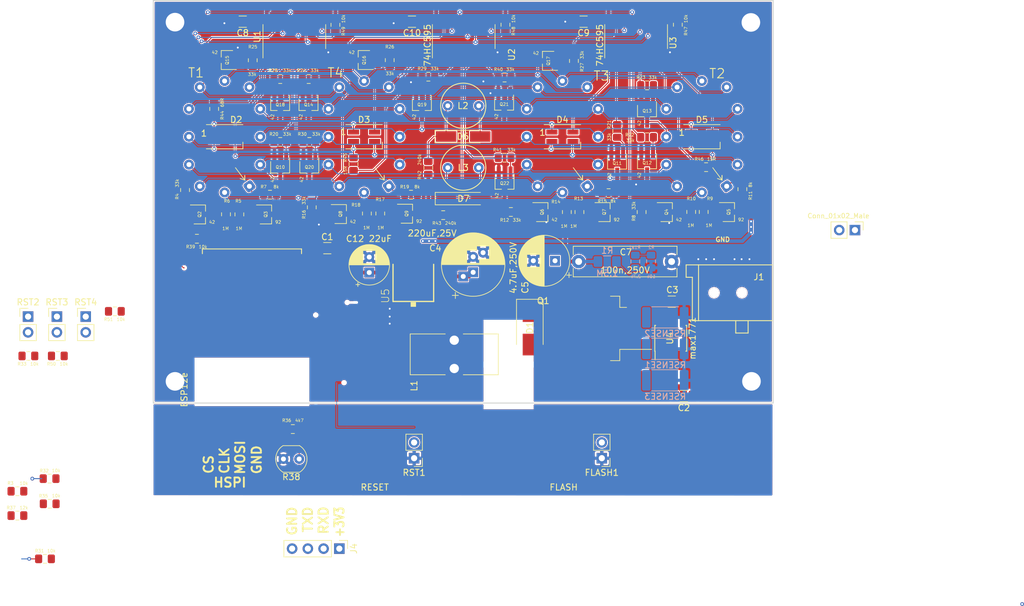
<source format=kicad_pcb>
(kicad_pcb (version 20171130) (host pcbnew "(5.1.7-0-10_14)")
  (layers (0 F.Cu signal) (31 B.Cu signal) (34 B.Paste user hide) (35 F.Paste user) (36 B.SilkS user) (37 F.SilkS user) (38 B.Mask user) (39 F.Mask user) (44 Edge.Cuts user))
  (net 0 "")
  (net 1 "Net-(D1-Pad2)")
  (net 2 GND)
  (net 3 "Net-(R1a1-Pad2)")
  (net 4 "Net-(Q2-Pad3)")
  (net 5 +3V3)
  (net 6 +9V)
  (net 7 "Net-(Q1-Pad1)")
  (net 8 "Net-(U3-Pad9)")
  (net 9 "Net-(C3-Pad1)")
  (net 10 /A4)
  (net 11 /A1)
  (net 12 /A2)
  (net 13 /A3)
  (net 14 "Net-(Q2-Pad1)")
  (net 15 "Net-(Q3-Pad1)")
  (net 16 /DRIVE_A1)
  (net 17 "Net-(Q4-Pad1)")
  (net 18 /DRIVE_A2)
  (net 19 "Net-(Q4-Pad3)")
  (net 20 "Net-(Q5-Pad1)")
  (net 21 "Net-(Q7-Pad1)")
  (net 22 /DRIVE_A3)
  (net 23 "Net-(Q6-Pad1)")
  (net 24 "Net-(Q5-Pad3)")
  (net 25 "Net-(Q7-Pad3)")
  (net 26 "Net-(Q6-Pad3)")
  (net 27 "Net-(Q3-Pad3)")
  (net 28 "Net-(Q9-Pad1)")
  (net 29 /DRIVE_A4)
  (net 30 "Net-(Q8-Pad1)")
  (net 31 "Net-(Q9-Pad3)")
  (net 32 "Net-(Q8-Pad3)")
  (net 33 /DRIVE_D1)
  (net 34 "Net-(Q11-Pad1)")
  (net 35 "Net-(Q12-Pad1)")
  (net 36 /DRIVE_D2)
  (net 37 /DRIVE_D9)
  (net 38 "Net-(Q19-Pad1)")
  (net 39 "Net-(Q20-Pad1)")
  (net 40 /DRIVE_DOT)
  (net 41 /DRIVE_D4)
  (net 42 "Net-(Q14-Pad1)")
  (net 43 "Net-(Q15-Pad1)")
  (net 44 /DRIVE_D5)
  (net 45 /DRIVE_D6)
  (net 46 "Net-(Q16-Pad1)")
  (net 47 "Net-(Q17-Pad1)")
  (net 48 /DRIVE_D7)
  (net 49 /DRIVE_D8)
  (net 50 "Net-(Q18-Pad1)")
  (net 51 "Net-(Q13-Pad1)")
  (net 52 /DRIVE_D3)
  (net 53 /DRIVE_D0)
  (net 54 "Net-(Q10-Pad1)")
  (net 55 /D5)
  (net 56 /D4)
  (net 57 /D3)
  (net 58 /D2)
  (net 59 /D1)
  (net 60 /D0)
  (net 61 /DOT)
  (net 62 /D8)
  (net 63 /D7)
  (net 64 /D6)
  (net 65 /D9)
  (net 66 BLANK)
  (net 67 HSPI_CS)
  (net 68 ADC)
  (net 69 "Net-(R35-Pad2)")
  (net 70 FLASH)
  (net 71 RESET)
  (net 72 HSPI_CLK)
  (net 73 HSPI_MOSI)
  (net 74 "Net-(U6-Pad22)")
  (net 75 "Net-(U6-Pad21)")
  (net 76 "Net-(U6-Pad20)")
  (net 77 "Net-(U6-Pad19)")
  (net 78 "Net-(U6-Pad18)")
  (net 79 "Net-(U6-Pad17)")
  (net 80 "Net-(U6-Pad11)")
  (net 81 180V)
  (net 82 /ANODE_N2)
  (net 83 /ANODE_N1)
  (net 84 /DRIVE_S2)
  (net 85 "Net-(Q22-Pad1)")
  (net 86 "Net-(Q21-Pad1)")
  (net 87 /DRIVE_S1)
  (net 88 /CATHODE_N2)
  (net 89 /CATHODE_N1)
  (net 90 /RED)
  (net 91 /GREEN)
  (net 92 /BLUE)
  (net 93 /DRIVE_BLUE)
  (net 94 /DRIVE_GREEN)
  (net 95 /DRIVE_RED)
  (net 96 /DRIVE_LED_A3)
  (net 97 /DRIVE_LED_A2)
  (net 98 /DRIVE_LED_A1)
  (net 99 /DRIVE_LED_A4)
  (net 100 /SERIAL_U3)
  (net 101 /SERIAL_U2)
  (net 102 "Net-(R1-Pad2)")
  (net 103 /hv_psu/SENSE)
  (net 104 "Net-(R49-Pad1)")
  (net 105 "Net-(R47-Pad1)")
  (net 106 "Net-(R48-Pad1)")
  (net 107 /TXD)
  (net 108 /RXD)
  (net 109 BUTTON_A)
  (net 110 BUTTON_B)
  (net 111 BUTTON_C)
  (module ESP8266:ESP-12E_SMD (layer F.Cu) (at 72.898 110.744 180)
    (fp_text reference U6 hide)
    (fp_text value ESP-12E hide)
    (pad 22 smd rect (at 11.99 15 270) (size 2.5 1.1) (drill (offset -0.7 0)) (layers F.Cu F.Paste F.Mask) (net 74 "Net-(U6-Pad22)"))
    (pad 21 smd rect (at 9.99 15 270) (size 2.5 1.1) (drill (offset -0.7 0)) (layers F.Cu F.Paste F.Mask) (net 75 "Net-(U6-Pad21)"))
    (pad 20 smd rect (at 7.99 15 270) (size 2.5 1.1) (drill (offset -0.7 0)) (layers F.Cu F.Paste F.Mask) (net 76 "Net-(U6-Pad20)"))
    (pad 19 smd rect (at 5.99 15 270) (size 2.5 1.1) (drill (offset -0.7 0)) (layers F.Cu F.Paste F.Mask) (net 77 "Net-(U6-Pad19)"))
    (pad 18 smd rect (at 3.99 15 270) (size 2.5 1.1) (drill (offset -0.7 0)) (layers F.Cu F.Paste F.Mask) (net 78 "Net-(U6-Pad18)"))
    (pad 17 smd rect (at 1.99 15 270) (size 2.5 1.1) (drill (offset -0.7 0)) (layers F.Cu F.Paste F.Mask) (net 79 "Net-(U6-Pad17)"))
    (pad 16 smd rect (at 14 0 180) (size 2.5 1.1) (drill (offset 0.7 0)) (layers F.Cu F.Paste F.Mask) (net 107 /TXD))
    (pad 15 smd rect (at 14 2 180) (size 2.5 1.1) (drill (offset 0.7 0)) (layers F.Cu F.Paste F.Mask) (net 108 /RXD))
    (pad 14 smd rect (at 14 4 180) (size 2.5 1.1) (drill (offset 0.7 0)) (layers F.Cu F.Paste F.Mask) (net 109 BUTTON_A))
    (pad 13 smd rect (at 14 6 180) (size 2.5 1.1) (drill (offset 0.7 0)) (layers F.Cu F.Paste F.Mask) (net 66 BLANK))
    (pad 12 smd rect (at 14 8 180) (size 2.5 1.1) (drill (offset 0.7 0)) (layers F.Cu F.Paste F.Mask) (net 70 FLASH))
    (pad 11 smd rect (at 14 10 180) (size 2.5 1.1) (drill (offset 0.7 0)) (layers F.Cu F.Paste F.Mask) (net 80 "Net-(U6-Pad11)"))
    (pad 10 smd rect (at 14 12 180) (size 2.5 1.1) (drill (offset 0.7 0)) (layers F.Cu F.Paste F.Mask) (net 67 HSPI_CS))
    (pad 9 smd rect (at 14 14 180) (size 2.5 1.1) (drill (offset 0.7 0)) (layers F.Cu F.Paste F.Mask) (net 2 GND))
    (pad 8 smd rect (at 0 14 180) (size 2.5 1.1) (drill (offset -0.7 0)) (layers F.Cu F.Paste F.Mask) (net 5 +3V3))
    (pad 7 smd rect (at 0 12 180) (size 2.5 1.1) (drill (offset -0.7 0)) (layers F.Cu F.Paste F.Mask) (net 73 HSPI_MOSI))
    (pad 6 smd rect (at 0 10 180) (size 2.5 1.1) (drill (offset -0.7 0)) (layers F.Cu F.Paste F.Mask) (net 110 BUTTON_B))
    (pad 5 smd rect (at 0 8 180) (size 2.5 1.1) (drill (offset -0.7 0)) (layers F.Cu F.Paste F.Mask) (net 72 HSPI_CLK))
    (pad 4 smd rect (at 0 6 180) (size 2.5 1.1) (drill (offset -0.7 0)) (layers F.Cu F.Paste F.Mask) (net 111 BUTTON_C))
    (pad 3 smd rect (at 0 4 180) (size 2.5 1.1) (drill (offset -0.7 0)) (layers F.Cu F.Paste F.Mask) (net 69 "Net-(R35-Pad2)"))
    (pad 2 smd rect (at 0 2 180) (size 2.5 1.1) (drill (offset -0.7 0)) (layers F.Cu F.Paste F.Mask) (net 68 ADC))
    (pad 1 smd rect (at 0 0 180) (size 2.5 1.1) (drill (offset -0.7 0)) (layers F.Cu F.Paste F.Mask) (net 71 RESET))
  )
  (module Capacitor_SMD:C_1206_3216Metric_Pad1.42x1.75mm_HandSolder (layer F.Cu) (at 133.6405 103.632 180)
    (fp_text reference C3 (at -0.0905 1.905) (layer F.SilkS))
    (fp_text value 100n)
    (pad 2 smd roundrect (at 1.4875 0 180) (size 1.425 1.75) (layers F.Cu F.Paste F.Mask) (roundrect_rratio 0.175439) (net 2 GND))
    (pad 1 smd roundrect (at -1.4875 0 180) (size 1.425 1.75) (layers F.Cu F.Paste F.Mask) (roundrect_rratio 0.175439) (net 9 "Net-(C3-Pad1)"))
  )
  (module Resistor_SMD:R_2512_6332Metric_Pad1.40x3.35mm_HandSolder (layer B.Cu) (at 132.59 116.332)
    (fp_text reference RSENSE3 (at 0 2.62) (layer B.SilkS) (effects (justify mirror)))
    (fp_text value 0R1)
    (pad 2 smd roundrect (at 3.05 0) (size 1.4 3.35) (layers B.Cu B.Paste B.Mask) (roundrect_rratio 0.178571) (net 2 GND))
    (pad 1 smd roundrect (at -3.05 0) (size 1.4 3.35) (layers B.Cu B.Paste B.Mask) (roundrect_rratio 0.178571) (net 103 /hv_psu/SENSE))
  )
  (module Resistor_SMD:R_2512_6332Metric_Pad1.40x3.35mm_HandSolder (layer B.Cu) (at 132.59 106.172)
    (fp_text reference RSENSE2 (at 0 2.62) (layer B.SilkS) (effects (justify mirror)))
    (fp_text value 0R1)
    (pad 2 smd roundrect (at 3.05 0) (size 1.4 3.35) (layers B.Cu B.Paste B.Mask) (roundrect_rratio 0.178571) (net 2 GND))
    (pad 1 smd roundrect (at -3.05 0) (size 1.4 3.35) (layers B.Cu B.Paste B.Mask) (roundrect_rratio 0.178571) (net 103 /hv_psu/SENSE))
  )
  (module Resistor_SMD:R_2512_6332Metric_Pad1.40x3.35mm_HandSolder (layer B.Cu) (at 132.59 111.252)
    (fp_text reference RSENSE1 (at 0 2.62) (layer B.SilkS) (effects (justify mirror)))
    (fp_text value 0R1)
    (pad 2 smd roundrect (at 3.05 0) (size 1.4 3.35) (layers B.Cu B.Paste B.Mask) (roundrect_rratio 0.178571) (net 2 GND))
    (pad 1 smd roundrect (at -3.05 0) (size 1.4 3.35) (layers B.Cu B.Paste B.Mask) (roundrect_rratio 0.178571) (net 103 /hv_psu/SENSE))
  )
  (module Connector_PinHeader_2.54mm:PinHeader_1x04_P2.54mm_Vertical (layer F.Cu) (at 80.01 143.51 270)
    (fp_text reference J4 (at 0 -2.33 90) (layer F.SilkS))
    (fp_text value Conn_01x04_Male)
    (pad 4 thru_hole oval (at 0 7.62 270) (size 1.7 1.7) (drill 1) (layers *.Cu *.Mask) (net 2 GND))
    (pad 3 thru_hole oval (at 0 5.08 270) (size 1.7 1.7) (drill 1) (layers *.Cu *.Mask) (net 107 /TXD))
    (pad 2 thru_hole oval (at 0 2.54 270) (size 1.7 1.7) (drill 1) (layers *.Cu *.Mask) (net 108 /RXD))
    (pad 1 thru_hole rect (at 0 0 270) (size 1.7 1.7) (drill 1) (layers *.Cu *.Mask) (net 5 +3V3))
  )
  (module Parts:AliExpress55mmBarelJack (layer F.Cu) (at 144.962 102.196 180)
    (fp_text reference J1 (at -2.739 2.54 180) (layer F.SilkS))
    (fp_text value Jack-DC)
    (pad ~ thru_hole circle (at 0 0 180) (size 1.6 1.6) (drill 1.6) (layers *.Cu *.Mask))
    (pad ~ thru_hole circle (at 4.5 0 180) (size 1.6 1.6) (drill 1.6) (layers *.Cu *.Mask))
    (pad 2 smd rect (at 0 5.5 180) (size 3 3) (drill (offset 0 0.5)) (layers F.Cu F.Paste F.Mask) (net 2 GND))
    (pad 3 smd rect (at 5.7 5.5 180) (size 3 3) (drill (offset 0 0.5)) (layers F.Cu F.Paste F.Mask) (net 2 GND))
    (pad 1 smd rect (at 0 -5.5 180) (size 3 3) (drill (offset 0 -0.5)) (layers F.Cu F.Paste F.Mask) (net 6 +9V))
    (pad 1 smd rect (at 5.7 -5.5 180) (size 3 3) (drill (offset 0 -0.5)) (layers F.Cu F.Paste F.Mask) (net 6 +9V))
  )
  (module Connector_PinHeader_2.54mm:PinHeader_1x02_P2.54mm_Vertical (layer F.Cu) (at 39.095 106.045)
    (fp_text reference RST4 (at 0 -2.33) (layer F.SilkS))
    (fp_text value SW_DIP_x01)
    (pad 2 thru_hole oval (at 0 2.54) (size 1.7 1.7) (drill 1) (layers *.Cu *.Mask) (net 111 BUTTON_C))
    (pad 1 thru_hole rect (at 0 0) (size 1.7 1.7) (drill 1) (layers *.Cu *.Mask) (net 2 GND))
  )
  (module Connector_PinHeader_2.54mm:PinHeader_1x02_P2.54mm_Vertical (layer F.Cu) (at 34.445 106.045)
    (fp_text reference RST3 (at 0 -2.33) (layer F.SilkS))
    (fp_text value SW_DIP_x01)
    (pad 2 thru_hole oval (at 0 2.54) (size 1.7 1.7) (drill 1) (layers *.Cu *.Mask) (net 110 BUTTON_B))
    (pad 1 thru_hole rect (at 0 0) (size 1.7 1.7) (drill 1) (layers *.Cu *.Mask) (net 2 GND))
  )
  (module Connector_PinHeader_2.54mm:PinHeader_1x02_P2.54mm_Vertical (layer F.Cu) (at 29.795 106.045)
    (fp_text reference RST2 (at 0 -2.33) (layer F.SilkS))
    (fp_text value SW_DIP_x01)
    (pad 2 thru_hole oval (at 0 2.54) (size 1.7 1.7) (drill 1) (layers *.Cu *.Mask) (net 109 BUTTON_A))
    (pad 1 thru_hole rect (at 0 0) (size 1.7 1.7) (drill 1) (layers *.Cu *.Mask) (net 2 GND))
  )
  (module PartsStash:R_0805_2012Metric_Pad1.15x1.40mm_HandSolder_Value (layer F.Cu) (at 43.795 105.195)
    (fp_text reference R51 (at -0.25 1.3) (layer F.SilkS) (effects (font (size 0.5 0.5) (thickness 0.075)) (justify right)))
    (fp_text value 10k)
    (fp_text user %V (at 0.25 1.3) (layer F.SilkS) (effects (font (size 0.5 0.5) (thickness 0.075)) (justify left)))
    (pad 2 smd roundrect (at 1.025 0) (size 1.15 1.4) (layers F.Cu F.Paste F.Mask) (roundrect_rratio 0.217391) (net 111 BUTTON_C))
    (pad 1 smd roundrect (at -1.025 0) (size 1.15 1.4) (layers F.Cu F.Paste F.Mask) (roundrect_rratio 0.217391) (net 5 +3V3))
  )
  (module PartsStash:R_0805_2012Metric_Pad1.15x1.40mm_HandSolder_Value (layer F.Cu) (at 34.595 112.395)
    (fp_text reference R50 (at -0.25 1.3) (layer F.SilkS) (effects (font (size 0.5 0.5) (thickness 0.075)) (justify right)))
    (fp_text value 10k)
    (fp_text user %V (at 0.25 1.3) (layer F.SilkS) (effects (font (size 0.5 0.5) (thickness 0.075)) (justify left)))
    (pad 2 smd roundrect (at 1.025 0) (size 1.15 1.4) (layers F.Cu F.Paste F.Mask) (roundrect_rratio 0.217391) (net 110 BUTTON_B))
    (pad 1 smd roundrect (at -1.025 0) (size 1.15 1.4) (layers F.Cu F.Paste F.Mask) (roundrect_rratio 0.217391) (net 5 +3V3))
  )
  (module PartsStash:R_0805_2012Metric_Pad1.15x1.40mm_HandSolder_Value (layer F.Cu) (at 29.845 112.395)
    (fp_text reference R33 (at -0.25 1.3) (layer F.SilkS) (effects (font (size 0.5 0.5) (thickness 0.075)) (justify right)))
    (fp_text value 10k)
    (fp_text user %V (at 0.25 1.3) (layer F.SilkS) (effects (font (size 0.5 0.5) (thickness 0.075)) (justify left)))
    (pad 2 smd roundrect (at 1.025 0) (size 1.15 1.4) (layers F.Cu F.Paste F.Mask) (roundrect_rratio 0.217391) (net 109 BUTTON_A))
    (pad 1 smd roundrect (at -1.025 0) (size 1.15 1.4) (layers F.Cu F.Paste F.Mask) (roundrect_rratio 0.217391) (net 5 +3V3))
  )
  (module Capacitor_SMD:C_1206_3216Metric_Pad1.42x1.75mm_HandSolder (layer F.Cu) (at 64.4255 58.42 180)
    (fp_text reference C8 (at 0 -1.82 180) (layer F.SilkS))
    (fp_text value 100n)
    (pad 2 smd roundrect (at 1.4875 0 180) (size 1.425 1.75) (layers F.Cu F.Paste F.Mask) (roundrect_rratio 0.175439) (net 2 GND))
    (pad 1 smd roundrect (at -1.4875 0 180) (size 1.425 1.75) (layers F.Cu F.Paste F.Mask) (roundrect_rratio 0.175439) (net 5 +3V3))
  )
  (module Connector_PinHeader_2.54mm:PinHeader_1x02_P2.54mm_Vertical (layer F.Cu) (at 92.075 128.905 180)
    (fp_text reference RST1 (at 0 -2.33) (layer F.SilkS))
    (fp_text value SW_DIP_x01)
    (pad 2 thru_hole oval (at 0 2.54 180) (size 1.7 1.7) (drill 1) (layers *.Cu *.Mask) (net 71 RESET))
    (pad 1 thru_hole rect (at 0 0 180) (size 1.7 1.7) (drill 1) (layers *.Cu *.Mask) (net 2 GND))
  )
  (module Connector_PinHeader_2.54mm:PinHeader_1x02_P2.54mm_Vertical (layer F.Cu) (at 122.355 128.905 180)
    (fp_text reference FLASH1 (at 0 -2.33) (layer F.SilkS))
    (fp_text value SW_DIP_x01)
    (pad 2 thru_hole oval (at 0 2.54 180) (size 1.7 1.7) (drill 1) (layers *.Cu *.Mask) (net 70 FLASH))
    (pad 1 thru_hole rect (at 0 0 180) (size 1.7 1.7) (drill 1) (layers *.Cu *.Mask) (net 2 GND))
  )
  (module Connector_PinHeader_2.54mm:PinHeader_1x02_P2.54mm_Vertical (layer F.Cu) (at 163.195 92.075 270)
    (fp_text reference J3)
    (fp_text value Conn_01x02_Male (at -2.286 2.667 180) (layer F.SilkS) (effects (font (size 0.75 0.75) (thickness 0.125))))
    (pad 2 thru_hole oval (at 0 2.54 270) (size 1.7 1.7) (drill 1) (layers *.Cu *.Mask) (net 81 180V))
    (pad 1 thru_hole rect (at 0 0 270) (size 1.7 1.7) (drill 1) (layers *.Cu *.Mask) (net 2 GND))
  )
  (module Capacitor_THT:CP_Radial_D10.0mm_P2.50mm_P5.00mm (layer F.Cu) (at 101.6 98.893 90)
    (fp_text reference C4 (at 3.897 -6.096 180) (layer F.SilkS))
    (fp_text value 220uF,25V (at 6.31 -6.604) (layer F.SilkS))
    (pad 2 thru_hole circle (at 3.170937 1.6 90) (size 1.6 1.6) (drill 0.8) (layers *.Cu *.Mask) (net 2 GND))
    (pad 1 thru_hole rect (at -0.670937 -1.6 90) (size 1.6 1.6) (drill 0.8) (layers *.Cu *.Mask) (net 6 +9V))
    (pad 2 thru_hole circle (at 2.5 0 90) (size 1.6 1.6) (drill 0.8) (layers *.Cu *.Mask) (net 2 GND))
    (pad 1 thru_hole rect (at 0 0 90) (size 1.6 1.6) (drill 0.8) (layers *.Cu *.Mask) (net 6 +9V))
  )
  (module Capacitor_SMD:C_1206_3216Metric_Pad1.42x1.75mm_HandSolder (layer F.Cu) (at 78.0685 94.996)
    (fp_text reference C1 (at 0 -1.82) (layer F.SilkS))
    (fp_text value 100n)
    (pad 2 smd roundrect (at 1.4875 0) (size 1.425 1.75) (layers F.Cu F.Paste F.Mask) (roundrect_rratio 0.175439) (net 2 GND))
    (pad 1 smd roundrect (at -1.4875 0) (size 1.425 1.75) (layers F.Cu F.Paste F.Mask) (roundrect_rratio 0.175439) (net 5 +3V3))
  )
  (module Capacitor_THT:CP_Radial_D6.3mm_P2.50mm (layer F.Cu) (at 84.836 98.933 90)
    (fp_text reference C12 (at 5.461 -2.286 180) (layer F.SilkS))
    (fp_text value 22uF (at 5.461 1.778 180) (layer F.SilkS))
    (pad 2 thru_hole circle (at 2.5 0 90) (size 1.6 1.6) (drill 0.8) (layers *.Cu *.Mask) (net 2 GND))
    (pad 1 thru_hole rect (at 0 0 90) (size 1.6 1.6) (drill 0.8) (layers *.Cu *.Mask) (net 5 +3V3))
  )
  (module PartsStash:R_0805_2012Metric_Pad1.15x1.40mm_HandSolder_Value (layer F.Cu) (at 134.62 58.919 90)
    (fp_text reference R47 (at -0.25 1.3 90) (layer F.SilkS) (effects (font (size 0.5 0.5) (thickness 0.075)) (justify right)))
    (fp_text value 10k)
    (fp_text user %V (at 0.25 1.3 90) (layer F.SilkS) (effects (font (size 0.5 0.5) (thickness 0.075)) (justify left)))
    (pad 2 smd roundrect (at 1.025 0 90) (size 1.15 1.4) (layers F.Cu F.Paste F.Mask) (roundrect_rratio 0.217391) (net 5 +3V3))
    (pad 1 smd roundrect (at -1.025 0 90) (size 1.15 1.4) (layers F.Cu F.Paste F.Mask) (roundrect_rratio 0.217391) (net 105 "Net-(R47-Pad1)"))
  )
  (module PartsStash:R_0805_2012Metric_Pad1.15x1.40mm_HandSolder_Value (layer F.Cu) (at 106.807 58.919 90)
    (fp_text reference R48 (at -0.25 1.3 90) (layer F.SilkS) (effects (font (size 0.5 0.5) (thickness 0.075)) (justify right)))
    (fp_text value 10k)
    (fp_text user %V (at 0.25 1.3 90) (layer F.SilkS) (effects (font (size 0.5 0.5) (thickness 0.075)) (justify left)))
    (pad 2 smd roundrect (at 1.025 0 90) (size 1.15 1.4) (layers F.Cu F.Paste F.Mask) (roundrect_rratio 0.217391) (net 5 +3V3))
    (pad 1 smd roundrect (at -1.025 0 90) (size 1.15 1.4) (layers F.Cu F.Paste F.Mask) (roundrect_rratio 0.217391) (net 106 "Net-(R48-Pad1)"))
  )
  (module PartsStash:R_0805_2012Metric_Pad1.15x1.40mm_HandSolder_Value (layer F.Cu) (at 79.375 58.937 90)
    (fp_text reference R49 (at -0.25 1.3 90) (layer F.SilkS) (effects (font (size 0.5 0.5) (thickness 0.075)) (justify right)))
    (fp_text value 10k)
    (fp_text user %V (at 0.25 1.3 90) (layer F.SilkS) (effects (font (size 0.5 0.5) (thickness 0.075)) (justify left)))
    (pad 2 smd roundrect (at 1.025 0 90) (size 1.15 1.4) (layers F.Cu F.Paste F.Mask) (roundrect_rratio 0.217391) (net 5 +3V3))
    (pad 1 smd roundrect (at -1.025 0 90) (size 1.15 1.4) (layers F.Cu F.Paste F.Mask) (roundrect_rratio 0.217391) (net 104 "Net-(R49-Pad1)"))
  )
  (module PartsStash:R_0805_2012Metric_Pad1.15x1.40mm_HandSolder_Value (layer F.Cu) (at 59.817 72.508 90)
    (fp_text reference R44 (at -0.25 1.3 90) (layer F.SilkS) (effects (font (size 0.5 0.5) (thickness 0.075)) (justify right)))
    (fp_text value 68R)
    (fp_text user %V (at 0.25 1.3 90) (layer F.SilkS) (effects (font (size 0.5 0.5) (thickness 0.075)) (justify left)))
    (pad 2 smd roundrect (at 1.025 0 90) (size 1.15 1.4) (layers F.Cu F.Paste F.Mask) (roundrect_rratio 0.217391) (net 95 /DRIVE_RED))
    (pad 1 smd roundrect (at -1.025 0 90) (size 1.15 1.4) (layers F.Cu F.Paste F.Mask) (roundrect_rratio 0.217391) (net 90 /RED))
  )
  (module PartsStash:R_0805_2012Metric_Pad1.15x1.40mm_HandSolder_Value (layer F.Cu) (at 82.296 81.416 270)
    (fp_text reference R45 (at -0.25 1.3 90) (layer F.SilkS) (effects (font (size 0.5 0.5) (thickness 0.075)) (justify left)))
    (fp_text value 15R)
    (fp_text user %V (at 0.25 1.3 90) (layer F.SilkS) (effects (font (size 0.5 0.5) (thickness 0.075)) (justify right)))
    (pad 2 smd roundrect (at 1.025 0 270) (size 1.15 1.4) (layers F.Cu F.Paste F.Mask) (roundrect_rratio 0.217391) (net 94 /DRIVE_GREEN))
    (pad 1 smd roundrect (at -1.025 0 270) (size 1.15 1.4) (layers F.Cu F.Paste F.Mask) (roundrect_rratio 0.217391) (net 91 /GREEN))
  )
  (module PartsStash:R_0805_2012Metric_Pad1.15x1.40mm_HandSolder_Value (layer F.Cu) (at 139.183 81.915 180)
    (fp_text reference R46 (at 1.896 1.3) (layer F.SilkS) (effects (font (size 0.5 0.5) (thickness 0.075)) (justify left)))
    (fp_text value 15R)
    (fp_text user %V (at -1.66 1.3) (layer F.SilkS) (effects (font (size 0.5 0.5) (thickness 0.075)) (justify right)))
    (pad 2 smd roundrect (at 1.025 0 180) (size 1.15 1.4) (layers F.Cu F.Paste F.Mask) (roundrect_rratio 0.217391) (net 93 /DRIVE_BLUE))
    (pad 1 smd roundrect (at -1.025 0 180) (size 1.15 1.4) (layers F.Cu F.Paste F.Mask) (roundrect_rratio 0.217391) (net 92 /BLUE))
  )
  (module PartsStash:R_0805_2012Metric_Pad1.15x1.40mm_HandSolder_Value (layer F.Cu) (at 66.04 64.652 270)
    (fp_text reference R25 (at -2.168 0.762 180) (layer F.SilkS) (effects (font (size 0.5 0.5) (thickness 0.075)) (justify left)))
    (fp_text value 33k)
    (fp_text user %V (at 2.277 -0.635 180) (layer F.SilkS) (effects (font (size 0.5 0.5) (thickness 0.075)) (justify right)))
    (pad 2 smd roundrect (at 1.025 0 270) (size 1.15 1.4) (layers F.Cu F.Paste F.Mask) (roundrect_rratio 0.217391) (net 43 "Net-(Q15-Pad1)"))
    (pad 1 smd roundrect (at -1.025 0 270) (size 1.15 1.4) (layers F.Cu F.Paste F.Mask) (roundrect_rratio 0.217391) (net 44 /DRIVE_D5))
  )
  (module PartsStash:R_0805_2012Metric_Pad1.15x1.40mm_HandSolder_Value (layer F.Cu) (at 106.671 67.437 180)
    (fp_text reference R40 (at 1.769 1.3) (layer F.SilkS) (effects (font (size 0.5 0.5) (thickness 0.075)) (justify left)))
    (fp_text value 33k)
    (fp_text user %V (at -1.66 1.3) (layer F.SilkS) (effects (font (size 0.5 0.5) (thickness 0.075)) (justify right)))
    (pad 2 smd roundrect (at 1.025 0 180) (size 1.15 1.4) (layers F.Cu F.Paste F.Mask) (roundrect_rratio 0.217391) (net 87 /DRIVE_S1))
    (pad 1 smd roundrect (at -1.025 0 180) (size 1.15 1.4) (layers F.Cu F.Paste F.Mask) (roundrect_rratio 0.217391) (net 86 "Net-(Q21-Pad1)"))
  )
  (module PartsStash:R_0805_2012Metric_Pad1.15x1.40mm_HandSolder_Value (layer F.Cu) (at 106.671 80.391)
    (fp_text reference R41 (at -0.372 -1.27) (layer F.SilkS) (effects (font (size 0.5 0.5) (thickness 0.075)) (justify right)))
    (fp_text value 33k)
    (fp_text user %V (at 0.39 -1.27) (layer F.SilkS) (effects (font (size 0.5 0.5) (thickness 0.075)) (justify left)))
    (pad 2 smd roundrect (at 1.025 0) (size 1.15 1.4) (layers F.Cu F.Paste F.Mask) (roundrect_rratio 0.217391) (net 85 "Net-(Q22-Pad1)"))
    (pad 1 smd roundrect (at -1.025 0) (size 1.15 1.4) (layers F.Cu F.Paste F.Mask) (roundrect_rratio 0.217391) (net 84 /DRIVE_S2))
  )
  (module PartsStash:R_0805_2012Metric_Pad1.15x1.40mm_HandSolder_Value (layer F.Cu) (at 94.361 82.033 90)
    (fp_text reference R42 (at -0.39 -1.397 90) (layer F.SilkS) (effects (font (size 0.5 0.5) (thickness 0.075)) (justify right)))
    (fp_text value 240k)
    (fp_text user %V (at 0.372 -1.397 90) (layer F.SilkS) (effects (font (size 0.5 0.5) (thickness 0.075)) (justify left)))
    (pad 2 smd roundrect (at 1.025 0 90) (size 1.15 1.4) (layers F.Cu F.Paste F.Mask) (roundrect_rratio 0.217391) (net 83 /ANODE_N1))
    (pad 1 smd roundrect (at -1.025 0 90) (size 1.15 1.4) (layers F.Cu F.Paste F.Mask) (roundrect_rratio 0.217391) (net 81 180V))
  )
  (module PartsStash:R_0805_2012Metric_Pad1.15x1.40mm_HandSolder_Value (layer F.Cu) (at 96.765 89.662)
    (fp_text reference R43 (at -0.25 1.3) (layer F.SilkS) (effects (font (size 0.5 0.5) (thickness 0.075)) (justify right)))
    (fp_text value 240k)
    (fp_text user %V (at 0.25 1.3) (layer F.SilkS) (effects (font (size 0.5 0.5) (thickness 0.075)) (justify left)))
    (pad 2 smd roundrect (at 1.025 0) (size 1.15 1.4) (layers F.Cu F.Paste F.Mask) (roundrect_rratio 0.217391) (net 82 /ANODE_N2))
    (pad 1 smd roundrect (at -1.025 0) (size 1.15 1.4) (layers F.Cu F.Paste F.Mask) (roundrect_rratio 0.217391) (net 81 180V))
  )
  (module PartsStash:R_0805_2012Metric_Pad1.15x1.40mm_HandSolder_Value (layer F.Cu) (at 32.521 145.161 180)
    (fp_text reference R31 (at 1.66 1.3) (layer F.SilkS) (effects (font (size 0.5 0.5) (thickness 0.075)) (justify left)))
    (fp_text value 10k)
    (fp_text user %V (at -1.769 1.3) (layer F.SilkS) (effects (font (size 0.5 0.5) (thickness 0.075)) (justify right)))
    (pad 2 smd roundrect (at 1.025 0 180) (size 1.15 1.4) (layers F.Cu F.Paste F.Mask) (roundrect_rratio 0.217391) (net 71 RESET))
    (pad 1 smd roundrect (at -1.025 0 180) (size 1.15 1.4) (layers F.Cu F.Paste F.Mask) (roundrect_rratio 0.217391) (net 5 +3V3))
  )
  (module PartsStash:R_0805_2012Metric_Pad1.15x1.40mm_HandSolder_Value (layer F.Cu) (at 33.265 132.207 180)
    (fp_text reference R32 (at 1.642 1.27) (layer F.SilkS) (effects (font (size 0.5 0.5) (thickness 0.075)) (justify left)))
    (fp_text value 10k)
    (fp_text user %V (at -1.787 1.3) (layer F.SilkS) (effects (font (size 0.5 0.5) (thickness 0.075)) (justify right)))
    (pad 2 smd roundrect (at 1.025 0 180) (size 1.15 1.4) (layers F.Cu F.Paste F.Mask) (roundrect_rratio 0.217391) (net 70 FLASH))
    (pad 1 smd roundrect (at -1.025 0 180) (size 1.15 1.4) (layers F.Cu F.Paste F.Mask) (roundrect_rratio 0.217391) (net 5 +3V3))
  )
  (module PartsStash:R_0805_2012Metric_Pad1.15x1.40mm_HandSolder_Value (layer F.Cu) (at 33.283 136.271 180)
    (fp_text reference R35 (at 1.787 1.27) (layer F.SilkS) (effects (font (size 0.5 0.5) (thickness 0.075)) (justify left)))
    (fp_text value 10k)
    (fp_text user %V (at -1.769 1.3) (layer F.SilkS) (effects (font (size 0.5 0.5) (thickness 0.075)) (justify right)))
    (pad 2 smd roundrect (at 1.025 0 180) (size 1.15 1.4) (layers F.Cu F.Paste F.Mask) (roundrect_rratio 0.217391) (net 69 "Net-(R35-Pad2)"))
    (pad 1 smd roundrect (at -1.025 0 180) (size 1.15 1.4) (layers F.Cu F.Paste F.Mask) (roundrect_rratio 0.217391) (net 5 +3V3))
  )
  (module PartsStash:R_0805_2012Metric_Pad1.15x1.40mm_HandSolder_Value (layer F.Cu) (at 72.508 124.206 180)
    (fp_text reference R36 (at 1.769 1.397) (layer F.SilkS) (effects (font (size 0.5 0.5) (thickness 0.075)) (justify left)))
    (fp_text value 4k7)
    (fp_text user %V (at -1.787 1.397) (layer F.SilkS) (effects (font (size 0.5 0.5) (thickness 0.075)) (justify right)))
    (pad 2 smd roundrect (at 1.025 0 180) (size 1.15 1.4) (layers F.Cu F.Paste F.Mask) (roundrect_rratio 0.217391) (net 2 GND))
    (pad 1 smd roundrect (at -1.025 0 180) (size 1.15 1.4) (layers F.Cu F.Paste F.Mask) (roundrect_rratio 0.217391) (net 68 ADC))
  )
  (module PartsStash:R_0805_2012Metric_Pad1.15x1.40mm_HandSolder_Value (layer F.Cu) (at 28.076 138.176 180)
    (fp_text reference R37 (at 1.787 1.27) (layer F.SilkS) (effects (font (size 0.5 0.5) (thickness 0.075)) (justify left)))
    (fp_text value 12k)
    (fp_text user %V (at -1.769 1.27) (layer F.SilkS) (effects (font (size 0.5 0.5) (thickness 0.075)) (justify right)))
    (pad 2 smd roundrect (at 1.025 0 180) (size 1.15 1.4) (layers F.Cu F.Paste F.Mask) (roundrect_rratio 0.217391) (net 68 ADC))
    (pad 1 smd roundrect (at -1.025 0 180) (size 1.15 1.4) (layers F.Cu F.Paste F.Mask) (roundrect_rratio 0.217391) (net 5 +3V3))
  )
  (module PartsStash:R_0805_2012Metric_Pad1.15x1.40mm_HandSolder_Value (layer F.Cu) (at 57.032 93.472)
    (fp_text reference R39 (at -0.25 1.3) (layer F.SilkS) (effects (font (size 0.5 0.5) (thickness 0.075)) (justify right)))
    (fp_text value 10k)
    (fp_text user %V (at 0.25 1.3) (layer F.SilkS) (effects (font (size 0.5 0.5) (thickness 0.075)) (justify left)))
    (pad 2 smd roundrect (at 1.025 0) (size 1.15 1.4) (layers F.Cu F.Paste F.Mask) (roundrect_rratio 0.217391) (net 2 GND))
    (pad 1 smd roundrect (at -1.025 0) (size 1.15 1.4) (layers F.Cu F.Paste F.Mask) (roundrect_rratio 0.217391) (net 67 HSPI_CS))
  )
  (module PartsStash:R_0805_2012Metric_Pad1.15x1.40mm_HandSolder_Value (layer F.Cu) (at 75.565 88.401 90)
    (fp_text reference R16 (at -0.372 -1.27 90) (layer F.SilkS) (effects (font (size 0.5 0.5) (thickness 0.075)) (justify right)))
    (fp_text value 33k)
    (fp_text user %V (at 0.39 -1.27 90) (layer F.SilkS) (effects (font (size 0.5 0.5) (thickness 0.075)) (justify left)))
    (pad 2 smd roundrect (at 1.025 0 90) (size 1.15 1.4) (layers F.Cu F.Paste F.Mask) (roundrect_rratio 0.217391) (net 18 /DRIVE_A2))
    (pad 1 smd roundrect (at -1.025 0 90) (size 1.15 1.4) (layers F.Cu F.Paste F.Mask) (roundrect_rratio 0.217391) (net 30 "Net-(Q8-Pad1)"))
  )
  (module PartsStash:R_0805_2012Metric_Pad1.15x1.40mm_HandSolder_Value (layer F.Cu) (at 107.687 89.154)
    (fp_text reference R12 (at -0.25 1.3) (layer F.SilkS) (effects (font (size 0.5 0.5) (thickness 0.075)) (justify right)))
    (fp_text value 33k)
    (fp_text user %V (at 0.25 1.3) (layer F.SilkS) (effects (font (size 0.5 0.5) (thickness 0.075)) (justify left)))
    (pad 2 smd roundrect (at 1.025 0) (size 1.15 1.4) (layers F.Cu F.Paste F.Mask) (roundrect_rratio 0.217391) (net 23 "Net-(Q6-Pad1)"))
    (pad 1 smd roundrect (at -1.025 0) (size 1.15 1.4) (layers F.Cu F.Paste F.Mask) (roundrect_rratio 0.217391) (net 22 /DRIVE_A3))
  )
  (module PartsStash:R_0805_2012Metric_Pad1.15x1.40mm_HandSolder_Value (layer F.Cu) (at 70.476 77.851)
    (fp_text reference R20 (at -0.25 -1.27) (layer F.SilkS) (effects (font (size 0.5 0.5) (thickness 0.075)) (justify right)))
    (fp_text value 33k)
    (fp_text user %V (at 0.39 -1.27) (layer F.SilkS) (effects (font (size 0.5 0.5) (thickness 0.075)) (justify left)))
    (pad 2 smd roundrect (at 1.025 0) (size 1.15 1.4) (layers F.Cu F.Paste F.Mask) (roundrect_rratio 0.217391) (net 54 "Net-(Q10-Pad1)"))
    (pad 1 smd roundrect (at -1.025 0) (size 1.15 1.4) (layers F.Cu F.Paste F.Mask) (roundrect_rratio 0.217391) (net 53 /DRIVE_D0))
  )
  (module PartsStash:R_0805_2012Metric_Pad1.15x1.40mm_HandSolder_Value (layer F.Cu) (at 129.658 68.707 180)
    (fp_text reference R23 (at 1.769 1.3) (layer F.SilkS) (effects (font (size 0.5 0.5) (thickness 0.075)) (justify left)))
    (fp_text value 33k)
    (fp_text user %V (at -1.66 1.27) (layer F.SilkS) (effects (font (size 0.5 0.5) (thickness 0.075)) (justify right)))
    (pad 2 smd roundrect (at 1.025 0 180) (size 1.15 1.4) (layers F.Cu F.Paste F.Mask) (roundrect_rratio 0.217391) (net 52 /DRIVE_D3))
    (pad 1 smd roundrect (at -1.025 0 180) (size 1.15 1.4) (layers F.Cu F.Paste F.Mask) (roundrect_rratio 0.217391) (net 51 "Net-(Q13-Pad1)"))
  )
  (module PartsStash:R_0805_2012Metric_Pad1.15x1.40mm_HandSolder_Value (layer F.Cu) (at 70.476 67.691)
    (fp_text reference R28 (at -0.372 -1.397) (layer F.SilkS) (effects (font (size 0.5 0.5) (thickness 0.075)) (justify right)))
    (fp_text value 33k)
    (fp_text user %V (at 0.39 -1.397) (layer F.SilkS) (effects (font (size 0.5 0.5) (thickness 0.075)) (justify left)))
    (pad 2 smd roundrect (at 1.025 0) (size 1.15 1.4) (layers F.Cu F.Paste F.Mask) (roundrect_rratio 0.217391) (net 50 "Net-(Q18-Pad1)"))
    (pad 1 smd roundrect (at -1.025 0) (size 1.15 1.4) (layers F.Cu F.Paste F.Mask) (roundrect_rratio 0.217391) (net 49 /DRIVE_D8))
  )
  (module PartsStash:R_0805_2012Metric_Pad1.15x1.40mm_HandSolder_Value (layer F.Cu) (at 117.856 64.761 90)
    (fp_text reference R27 (at -0.25 1.3 90) (layer F.SilkS) (effects (font (size 0.5 0.5) (thickness 0.075)) (justify right)))
    (fp_text value 33k)
    (fp_text user %V (at 0.25 1.3 90) (layer F.SilkS) (effects (font (size 0.5 0.5) (thickness 0.075)) (justify left)))
    (pad 2 smd roundrect (at 1.025 0 90) (size 1.15 1.4) (layers F.Cu F.Paste F.Mask) (roundrect_rratio 0.217391) (net 48 /DRIVE_D7))
    (pad 1 smd roundrect (at -1.025 0 90) (size 1.15 1.4) (layers F.Cu F.Paste F.Mask) (roundrect_rratio 0.217391) (net 47 "Net-(Q17-Pad1)"))
  )
  (module PartsStash:R_0805_2012Metric_Pad1.15x1.40mm_HandSolder_Value (layer F.Cu) (at 88.138 64.634 270)
    (fp_text reference R26 (at -2.15 0.762 180) (layer F.SilkS) (effects (font (size 0.5 0.5) (thickness 0.075)) (justify left)))
    (fp_text value 33k)
    (fp_text user %V (at 2.168 -0.762 180) (layer F.SilkS) (effects (font (size 0.5 0.5) (thickness 0.075)) (justify right)))
    (pad 2 smd roundrect (at 1.025 0 270) (size 1.15 1.4) (layers F.Cu F.Paste F.Mask) (roundrect_rratio 0.217391) (net 46 "Net-(Q16-Pad1)"))
    (pad 1 smd roundrect (at -1.025 0 270) (size 1.15 1.4) (layers F.Cu F.Paste F.Mask) (roundrect_rratio 0.217391) (net 45 /DRIVE_D6))
  )
  (module PartsStash:R_0805_2012Metric_Pad1.15x1.40mm_HandSolder_Value (layer F.Cu) (at 75.066 67.691)
    (fp_text reference R24 (at -0.39 -1.397) (layer F.SilkS) (effects (font (size 0.5 0.5) (thickness 0.075)) (justify right)))
    (fp_text value 33k)
    (fp_text user %V (at 0.245 -1.397) (layer F.SilkS) (effects (font (size 0.5 0.5) (thickness 0.075)) (justify left)))
    (pad 2 smd roundrect (at 1.025 0) (size 1.15 1.4) (layers F.Cu F.Paste F.Mask) (roundrect_rratio 0.217391) (net 42 "Net-(Q14-Pad1)"))
    (pad 1 smd roundrect (at -1.025 0) (size 1.15 1.4) (layers F.Cu F.Paste F.Mask) (roundrect_rratio 0.217391) (net 41 /DRIVE_D4))
  )
  (module PartsStash:R_0805_2012Metric_Pad1.15x1.40mm_HandSolder_Value (layer F.Cu) (at 75.175 77.851)
    (fp_text reference R30 (at -0.372 -1.27) (layer F.SilkS) (effects (font (size 0.5 0.5) (thickness 0.075)) (justify right)))
    (fp_text value 33k)
    (fp_text user %V (at 0.39 -1.27) (layer F.SilkS) (effects (font (size 0.5 0.5) (thickness 0.075)) (justify left)))
    (pad 2 smd roundrect (at 1.025 0) (size 1.15 1.4) (layers F.Cu F.Paste F.Mask) (roundrect_rratio 0.217391) (net 39 "Net-(Q20-Pad1)"))
    (pad 1 smd roundrect (at -1.025 0) (size 1.15 1.4) (layers F.Cu F.Paste F.Mask) (roundrect_rratio 0.217391) (net 40 /DRIVE_DOT))
  )
  (module PartsStash:R_0805_2012Metric_Pad1.15x1.40mm_HandSolder_Value (layer F.Cu) (at 94.37 67.31 180)
    (fp_text reference R29 (at 1.787 1.3) (layer F.SilkS) (effects (font (size 0.5 0.5) (thickness 0.075)) (justify left)))
    (fp_text value 33k)
    (fp_text user %V (at -1.769 1.3) (layer F.SilkS) (effects (font (size 0.5 0.5) (thickness 0.075)) (justify right)))
    (pad 2 smd roundrect (at 1.025 0 180) (size 1.15 1.4) (layers F.Cu F.Paste F.Mask) (roundrect_rratio 0.217391) (net 38 "Net-(Q19-Pad1)"))
    (pad 1 smd roundrect (at -1.025 0 180) (size 1.15 1.4) (layers F.Cu F.Paste F.Mask) (roundrect_rratio 0.217391) (net 37 /DRIVE_D9))
  )
  (module PartsStash:R_0805_2012Metric_Pad1.15x1.40mm_HandSolder_Value (layer F.Cu) (at 129.658 77.089)
    (fp_text reference R22 (at -2.023 -0.381) (layer F.SilkS) (effects (font (size 0.5 0.5) (thickness 0.075)) (justify right)))
    (fp_text value 33k)
    (fp_text user %V (at -3.42 0.508) (layer F.SilkS) (effects (font (size 0.5 0.5) (thickness 0.075)) (justify left)))
    (pad 2 smd roundrect (at 1.025 0) (size 1.15 1.4) (layers F.Cu F.Paste F.Mask) (roundrect_rratio 0.217391) (net 35 "Net-(Q12-Pad1)"))
    (pad 1 smd roundrect (at -1.025 0) (size 1.15 1.4) (layers F.Cu F.Paste F.Mask) (roundrect_rratio 0.217391) (net 36 /DRIVE_D2))
  )
  (module PartsStash:R_0805_2012Metric_Pad1.15x1.40mm_HandSolder_Value (layer F.Cu) (at 124.841 76.064 270)
    (fp_text reference R21 (at -0.25 1.3 90) (layer F.SilkS) (effects (font (size 0.5 0.5) (thickness 0.075)) (justify left)))
    (fp_text value 33k)
    (fp_text user %V (at 0.25 1.3 90) (layer F.SilkS) (effects (font (size 0.5 0.5) (thickness 0.075)) (justify right)))
    (pad 2 smd roundrect (at 1.025 0 270) (size 1.15 1.4) (layers F.Cu F.Paste F.Mask) (roundrect_rratio 0.217391) (net 34 "Net-(Q11-Pad1)"))
    (pad 1 smd roundrect (at -1.025 0 270) (size 1.15 1.4) (layers F.Cu F.Paste F.Mask) (roundrect_rratio 0.217391) (net 33 /DRIVE_D1))
  )
  (module PartsStash:R_0805_2012Metric_Pad1.15x1.40mm_HandSolder_Value (layer F.Cu) (at 138.793805 89.145742 90)
    (fp_text reference R9 (at 2.150742 1.541195 180) (layer F.SilkS) (effects (font (size 0.5 0.5) (thickness 0.075)) (justify right)))
    (fp_text value 1M)
    (fp_text user %V (at -2.167258 0.271195 180) (layer F.SilkS) (effects (font (size 0.5 0.5) (thickness 0.075)) (justify left)))
    (pad 2 smd roundrect (at 1.025 0 90) (size 1.15 1.4) (layers F.Cu F.Paste F.Mask) (roundrect_rratio 0.217391) (net 20 "Net-(Q5-Pad1)"))
    (pad 1 smd roundrect (at -1.025 0 90) (size 1.15 1.4) (layers F.Cu F.Paste F.Mask) (roundrect_rratio 0.217391) (net 81 180V))
  )
  (module PartsStash:R_0805_2012Metric_Pad1.15x1.40mm_HandSolder_Value (layer F.Cu) (at 84.455 89.399 270)
    (fp_text reference R18 (at -1.388 2.54 180) (layer F.SilkS) (effects (font (size 0.5 0.5) (thickness 0.075)) (justify left)))
    (fp_text value 1M)
    (fp_text user %V (at 2.295 -0.508 180) (layer F.SilkS) (effects (font (size 0.5 0.5) (thickness 0.075)) (justify right)))
    (pad 2 smd roundrect (at 1.025 0 270) (size 1.15 1.4) (layers F.Cu F.Paste F.Mask) (roundrect_rratio 0.217391) (net 32 "Net-(Q8-Pad3)"))
    (pad 1 smd roundrect (at -1.025 0 270) (size 1.15 1.4) (layers F.Cu F.Paste F.Mask) (roundrect_rratio 0.217391) (net 28 "Net-(Q9-Pad1)"))
  )
  (module PartsStash:R_0805_2012Metric_Pad1.15x1.40mm_HandSolder_Value (layer F.Cu) (at 91.576 86.36)
    (fp_text reference R19 (at -0.263 -1.27) (layer F.SilkS) (effects (font (size 0.5 0.5) (thickness 0.075)) (justify right)))
    (fp_text value 8k)
    (fp_text user %V (at 0.499 -1.27) (layer F.SilkS) (effects (font (size 0.5 0.5) (thickness 0.075)) (justify left)))
    (pad 2 smd roundrect (at 1.025 0) (size 1.15 1.4) (layers F.Cu F.Paste F.Mask) (roundrect_rratio 0.217391) (net 31 "Net-(Q9-Pad3)"))
    (pad 1 smd roundrect (at -1.025 0) (size 1.15 1.4) (layers F.Cu F.Paste F.Mask) (roundrect_rratio 0.217391) (net 12 /A2))
  )
  (module PartsStash:R_0805_2012Metric_Pad1.15x1.40mm_HandSolder_Value (layer F.Cu) (at 86.614 89.399 90)
    (fp_text reference R17 (at 2.277 0.762 180) (layer F.SilkS) (effects (font (size 0.5 0.5) (thickness 0.075)) (justify right)))
    (fp_text value 1M)
    (fp_text user %V (at -2.295 -0.508 180) (layer F.SilkS) (effects (font (size 0.5 0.5) (thickness 0.075)) (justify left)))
    (pad 2 smd roundrect (at 1.025 0 90) (size 1.15 1.4) (layers F.Cu F.Paste F.Mask) (roundrect_rratio 0.217391) (net 28 "Net-(Q9-Pad1)"))
    (pad 1 smd roundrect (at -1.025 0 90) (size 1.15 1.4) (layers F.Cu F.Paste F.Mask) (roundrect_rratio 0.217391) (net 81 180V))
  )
  (module PartsStash:R_0805_2012Metric_Pad1.15x1.40mm_HandSolder_Value (layer F.Cu) (at 116.713 89.163 270)
    (fp_text reference R14 (at -1.66 2.54 180) (layer F.SilkS) (effects (font (size 0.5 0.5) (thickness 0.075)) (justify left)))
    (fp_text value 1M)
    (fp_text user %V (at 2.277 -0.127 180) (layer F.SilkS) (effects (font (size 0.5 0.5) (thickness 0.075)) (justify right)))
    (pad 2 smd roundrect (at 1.025 0 270) (size 1.15 1.4) (layers F.Cu F.Paste F.Mask) (roundrect_rratio 0.217391) (net 26 "Net-(Q6-Pad3)"))
    (pad 1 smd roundrect (at -1.025 0 270) (size 1.15 1.4) (layers F.Cu F.Paste F.Mask) (roundrect_rratio 0.217391) (net 21 "Net-(Q7-Pad1)"))
  )
  (module PartsStash:R_0805_2012Metric_Pad1.15x1.40mm_HandSolder_Value (layer F.Cu) (at 123.453 86.106)
    (fp_text reference R15 (at -0.25 1.3) (layer F.SilkS) (effects (font (size 0.5 0.5) (thickness 0.075)) (justify right)))
    (fp_text value 8k)
    (fp_text user %V (at 0.25 1.3) (layer F.SilkS) (effects (font (size 0.5 0.5) (thickness 0.075)) (justify left)))
    (pad 2 smd roundrect (at 1.025 0) (size 1.15 1.4) (layers F.Cu F.Paste F.Mask) (roundrect_rratio 0.217391) (net 25 "Net-(Q7-Pad3)"))
    (pad 1 smd roundrect (at -1.025 0) (size 1.15 1.4) (layers F.Cu F.Paste F.Mask) (roundrect_rratio 0.217391) (net 13 /A3))
  )
  (module PartsStash:R_0805_2012Metric_Pad1.15x1.40mm_HandSolder_Value (layer F.Cu) (at 128.778 89.163 270)
    (fp_text reference R8 (at 1.515 1.27 90) (layer F.SilkS) (effects (font (size 0.5 0.5) (thickness 0.075)) (justify left)))
    (fp_text value 33k)
    (fp_text user %V (at -1.787 1.27 90) (layer F.SilkS) (effects (font (size 0.5 0.5) (thickness 0.075)) (justify right)))
    (pad 2 smd roundrect (at 1.025 0 270) (size 1.15 1.4) (layers F.Cu F.Paste F.Mask) (roundrect_rratio 0.217391) (net 29 /DRIVE_A4))
    (pad 1 smd roundrect (at -1.025 0 270) (size 1.15 1.4) (layers F.Cu F.Paste F.Mask) (roundrect_rratio 0.217391) (net 17 "Net-(Q4-Pad1)"))
  )
  (module PartsStash:R_0805_2012Metric_Pad1.15x1.40mm_HandSolder_Value (layer F.Cu) (at 136.779 89.145742 270)
    (fp_text reference R10 (at -2.150742 0.762 180) (layer F.SilkS) (effects (font (size 0.5 0.5) (thickness 0.075)) (justify left)))
    (fp_text value 1M)
    (fp_text user %V (at 2.167258 -0.508 180) (layer F.SilkS) (effects (font (size 0.5 0.5) (thickness 0.075)) (justify right)))
    (pad 2 smd roundrect (at 1.025 0 270) (size 1.15 1.4) (layers F.Cu F.Paste F.Mask) (roundrect_rratio 0.217391) (net 19 "Net-(Q4-Pad3)"))
    (pad 1 smd roundrect (at -1.025 0 270) (size 1.15 1.4) (layers F.Cu F.Paste F.Mask) (roundrect_rratio 0.217391) (net 20 "Net-(Q5-Pad1)"))
  )
  (module PartsStash:R_0805_2012Metric_Pad1.15x1.40mm_HandSolder_Value (layer F.Cu) (at 145.034 85.471 90)
    (fp_text reference R11 (at -0.25 1.3 90) (layer F.SilkS) (effects (font (size 0.5 0.5) (thickness 0.075)) (justify right)))
    (fp_text value 8k)
    (fp_text user %V (at 0.25 1.3 90) (layer F.SilkS) (effects (font (size 0.5 0.5) (thickness 0.075)) (justify left)))
    (pad 2 smd roundrect (at 1.025 0 90) (size 1.15 1.4) (layers F.Cu F.Paste F.Mask) (roundrect_rratio 0.217391) (net 10 /A4))
    (pad 1 smd roundrect (at -1.025 0 90) (size 1.15 1.4) (layers F.Cu F.Paste F.Mask) (roundrect_rratio 0.217391) (net 24 "Net-(Q5-Pad3)"))
  )
  (module PartsStash:R_0805_2012Metric_Pad1.15x1.40mm_HandSolder_Value (layer F.Cu) (at 118.745 89.163 90)
    (fp_text reference R13 (at 2.168 0.635 180) (layer F.SilkS) (effects (font (size 0.5 0.5) (thickness 0.075)) (justify right)))
    (fp_text value 1M)
    (fp_text user %V (at -2.277 -1.524 180) (layer F.SilkS) (effects (font (size 0.5 0.5) (thickness 0.075)) (justify left)))
    (pad 2 smd roundrect (at 1.025 0 90) (size 1.15 1.4) (layers F.Cu F.Paste F.Mask) (roundrect_rratio 0.217391) (net 21 "Net-(Q7-Pad1)"))
    (pad 1 smd roundrect (at -1.025 0 90) (size 1.15 1.4) (layers F.Cu F.Paste F.Mask) (roundrect_rratio 0.217391) (net 81 180V))
  )
  (module PartsStash:R_0805_2012Metric_Pad1.15x1.40mm_HandSolder_Value (layer F.Cu) (at 68.825 86.36)
    (fp_text reference R7 (at -0.499 -1.27) (layer F.SilkS) (effects (font (size 0.5 0.5) (thickness 0.075)) (justify right)))
    (fp_text value 8k)
    (fp_text user %V (at 0.517 -1.27) (layer F.SilkS) (effects (font (size 0.5 0.5) (thickness 0.075)) (justify left)))
    (pad 2 smd roundrect (at 1.025 0) (size 1.15 1.4) (layers F.Cu F.Paste F.Mask) (roundrect_rratio 0.217391) (net 27 "Net-(Q3-Pad3)"))
    (pad 1 smd roundrect (at -1.025 0) (size 1.15 1.4) (layers F.Cu F.Paste F.Mask) (roundrect_rratio 0.217391) (net 11 /A1))
  )
  (module PartsStash:R_0805_2012Metric_Pad1.15x1.40mm_HandSolder_Value (layer F.Cu) (at 61.722 89.526 270)
    (fp_text reference R6 (at -2.15 0.381 180) (layer F.SilkS) (effects (font (size 0.5 0.5) (thickness 0.075)) (justify left)))
    (fp_text value 1M)
    (fp_text user %V (at 2.295 -0.508 180) (layer F.SilkS) (effects (font (size 0.5 0.5) (thickness 0.075)) (justify right)))
    (pad 2 smd roundrect (at 1.025 0 270) (size 1.15 1.4) (layers F.Cu F.Paste F.Mask) (roundrect_rratio 0.217391) (net 4 "Net-(Q2-Pad3)"))
    (pad 1 smd roundrect (at -1.025 0 270) (size 1.15 1.4) (layers F.Cu F.Paste F.Mask) (roundrect_rratio 0.217391) (net 15 "Net-(Q3-Pad1)"))
  )
  (module PartsStash:R_0805_2012Metric_Pad1.15x1.40mm_HandSolder_Value (layer F.Cu) (at 63.881 89.544 90)
    (fp_text reference R5 (at 2.168 0.381 180) (layer F.SilkS) (effects (font (size 0.5 0.5) (thickness 0.075)) (justify right)))
    (fp_text value 1M)
    (fp_text user %V (at -2.277 -0.635 180) (layer F.SilkS) (effects (font (size 0.5 0.5) (thickness 0.075)) (justify left)))
    (pad 2 smd roundrect (at 1.025 0 90) (size 1.15 1.4) (layers F.Cu F.Paste F.Mask) (roundrect_rratio 0.217391) (net 15 "Net-(Q3-Pad1)"))
    (pad 1 smd roundrect (at -1.025 0 90) (size 1.15 1.4) (layers F.Cu F.Paste F.Mask) (roundrect_rratio 0.217391) (net 81 180V))
  )
  (module PartsStash:R_0805_2012Metric_Pad1.15x1.40mm_HandSolder_Value (layer F.Cu) (at 55.118 85.607 90)
    (fp_text reference R4 (at -0.499 -1.27 90) (layer F.SilkS) (effects (font (size 0.5 0.5) (thickness 0.075)) (justify right)))
    (fp_text value 33k)
    (fp_text user %V (at 0.39 -1.27 90) (layer F.SilkS) (effects (font (size 0.5 0.5) (thickness 0.075)) (justify left)))
    (pad 2 smd roundrect (at 1.025 0 90) (size 1.15 1.4) (layers F.Cu F.Paste F.Mask) (roundrect_rratio 0.217391) (net 16 /DRIVE_A1))
    (pad 1 smd roundrect (at -1.025 0 90) (size 1.15 1.4) (layers F.Cu F.Paste F.Mask) (roundrect_rratio 0.217391) (net 14 "Net-(Q2-Pad1)"))
  )
  (module PartsStash:R_0805_2012Metric_Pad1.15x1.40mm_HandSolder_Value (layer F.Cu) (at 28.076 134.239 180)
    (fp_text reference R3 (at 1.66 1.3) (layer F.SilkS) (effects (font (size 0.5 0.5) (thickness 0.075)) (justify left)))
    (fp_text value 10k)
    (fp_text user %V (at -1.769 1.27) (layer F.SilkS) (effects (font (size 0.5 0.5) (thickness 0.075)) (justify right)))
    (pad 2 smd roundrect (at 1.025 0 180) (size 1.15 1.4) (layers F.Cu F.Paste F.Mask) (roundrect_rratio 0.217391) (net 66 BLANK))
    (pad 1 smd roundrect (at -1.025 0 180) (size 1.15 1.4) (layers F.Cu F.Paste F.Mask) (roundrect_rratio 0.217391) (net 5 +3V3))
  )
  (module PartsStash:R_0805_2012Metric_Pad1.15x1.40mm_HandSolder_Value (layer B.Cu) (at 127.762 97.146 90)
    (fp_text reference R1a1 (at 2.277 0.889 180) (layer B.SilkS) (effects (font (size 0.5 0.5) (thickness 0.075)) (justify left mirror)))
    (fp_text value 2.7k)
    (fp_text user %V (at -2.422 -0.762 180) (layer B.SilkS) (effects (font (size 0.5 0.5) (thickness 0.075)) (justify right mirror)))
    (pad 2 smd roundrect (at 1.025 0 90) (size 1.15 1.4) (layers B.Cu B.Paste B.Mask) (roundrect_rratio 0.217391) (net 3 "Net-(R1a1-Pad2)"))
    (pad 1 smd roundrect (at -1.025 0 90) (size 1.15 1.4) (layers B.Cu B.Paste B.Mask) (roundrect_rratio 0.217391) (net 102 "Net-(R1-Pad2)"))
  )
  (module PartsStash:R_0805_2012Metric_Pad1.15x1.40mm_HandSolder_Value (layer B.Cu) (at 130.302 97.146 270)
    (fp_text reference R2 (at -2.277 0.508 180) (layer B.SilkS) (effects (font (size 0.5 0.5) (thickness 0.075)) (justify right mirror)))
    (fp_text value 10k)
    (fp_text user %V (at 2.422 -0.762 180) (layer B.SilkS) (effects (font (size 0.5 0.5) (thickness 0.075)) (justify left mirror)))
    (pad 2 smd roundrect (at 1.025 0 270) (size 1.15 1.4) (layers B.Cu B.Paste B.Mask) (roundrect_rratio 0.217391) (net 2 GND))
    (pad 1 smd roundrect (at -1.025 0 270) (size 1.15 1.4) (layers B.Cu B.Paste B.Mask) (roundrect_rratio 0.217391) (net 3 "Net-(R1a1-Pad2)"))
  )
  (module PartsStash:IN-12_0.8mm_simple (layer F.Cu) (at 84 77)
    (fp_text reference T4 (at -4.625 -10.325 180) (layer F.SilkS) (effects (font (size 1.5 1.5))))
    (fp_text value IN-12 hide)
    (pad 5 thru_hole circle (at 4 -8) (size 1.6 1.6) (drill 0.8) (layers *.Cu *.Mask) (net 63 /D7))
    (pad 4 thru_hole circle (at 5.75 -4.5) (size 1.6 1.6) (drill 0.8) (layers *.Cu *.Mask) (net 62 /D8))
    (pad 3 thru_hole circle (at 5.75 0) (size 1.6 1.6) (drill 0.8) (layers *.Cu *.Mask) (net 65 /D9))
    (pad 2 thru_hole circle (at 5.75 4.5) (size 1.6 1.6) (drill 0.8) (layers *.Cu *.Mask) (net 60 /D0))
    (pad 1 thru_hole roundrect (at 4 8 305) (size 1.6 1.6) (drill 0.8) (layers *.Cu *.Mask) (net 12 /A2))
    (pad 12 thru_hole circle (at 0 9) (size 1.6 1.6) (drill 0.8) (layers *.Cu *.Mask) (net 61 /DOT))
    (pad 11 thru_hole oval (at -4 8) (size 1.6 1.6) (drill 0.8) (layers *.Cu *.Mask) (net 59 /D1))
    (pad 10 thru_hole circle (at -5.75 4.5) (size 1.6 1.6) (drill 0.8) (layers *.Cu *.Mask) (net 58 /D2))
    (pad 9 thru_hole circle (at -5.75 0) (size 1.6 1.6) (drill 0.8) (layers *.Cu *.Mask) (net 57 /D3))
    (pad 8 thru_hole circle (at -5.75 -4.5) (size 1.6 1.6) (drill 0.8) (layers *.Cu *.Mask) (net 56 /D4))
    (pad 7 thru_hole circle (at -4 -8) (size 1.6 1.6) (drill 0.8) (layers *.Cu *.Mask) (net 55 /D5))
    (pad 6 thru_hole circle (at 0 -9) (size 1.6 1.6) (drill 0.8) (layers *.Cu *.Mask) (net 64 /D6))
  )
  (module PartsStash:IN-12_0.8mm_simple (layer F.Cu) (at 116 77)
    (fp_text reference T3 (at 6.301 -9.817 180) (layer F.SilkS) (effects (font (size 1.5 1.5))))
    (fp_text value IN-12 hide)
    (pad 5 thru_hole circle (at 4 -8) (size 1.6 1.6) (drill 0.8) (layers *.Cu *.Mask) (net 63 /D7))
    (pad 4 thru_hole circle (at 5.75 -4.5) (size 1.6 1.6) (drill 0.8) (layers *.Cu *.Mask) (net 62 /D8))
    (pad 3 thru_hole circle (at 5.75 0) (size 1.6 1.6) (drill 0.8) (layers *.Cu *.Mask) (net 65 /D9))
    (pad 2 thru_hole circle (at 5.75 4.5) (size 1.6 1.6) (drill 0.8) (layers *.Cu *.Mask) (net 60 /D0))
    (pad 1 thru_hole roundrect (at 4 8 305) (size 1.6 1.6) (drill 0.8) (layers *.Cu *.Mask) (net 13 /A3))
    (pad 12 thru_hole circle (at 0 9) (size 1.6 1.6) (drill 0.8) (layers *.Cu *.Mask) (net 61 /DOT))
    (pad 11 thru_hole oval (at -4 8) (size 1.6 1.6) (drill 0.8) (layers *.Cu *.Mask) (net 59 /D1))
    (pad 10 thru_hole circle (at -5.75 4.5) (size 1.6 1.6) (drill 0.8) (layers *.Cu *.Mask) (net 58 /D2))
    (pad 9 thru_hole circle (at -5.75 0) (size 1.6 1.6) (drill 0.8) (layers *.Cu *.Mask) (net 57 /D3))
    (pad 8 thru_hole circle (at -5.75 -4.5) (size 1.6 1.6) (drill 0.8) (layers *.Cu *.Mask) (net 56 /D4))
    (pad 7 thru_hole circle (at -4 -8) (size 1.6 1.6) (drill 0.8) (layers *.Cu *.Mask) (net 55 /D5))
    (pad 6 thru_hole circle (at 0 -9) (size 1.6 1.6) (drill 0.8) (layers *.Cu *.Mask) (net 64 /D6))
  )
  (module PartsStash:IN-12_0.8mm_simple (layer F.Cu) (at 138.5 77)
    (fp_text reference T2 (at 2.47 -10.198 180) (layer F.SilkS) (effects (font (size 1.5 1.5))))
    (fp_text value IN-12 hide)
    (pad 5 thru_hole circle (at 4 -8) (size 1.6 1.6) (drill 0.8) (layers *.Cu *.Mask) (net 63 /D7))
    (pad 4 thru_hole circle (at 5.75 -4.5) (size 1.6 1.6) (drill 0.8) (layers *.Cu *.Mask) (net 62 /D8))
    (pad 3 thru_hole circle (at 5.75 0) (size 1.6 1.6) (drill 0.8) (layers *.Cu *.Mask) (net 65 /D9))
    (pad 2 thru_hole circle (at 5.75 4.5) (size 1.6 1.6) (drill 0.8) (layers *.Cu *.Mask) (net 60 /D0))
    (pad 1 thru_hole roundrect (at 4 8 305) (size 1.6 1.6) (drill 0.8) (layers *.Cu *.Mask) (net 10 /A4))
    (pad 12 thru_hole circle (at 0 9) (size 1.6 1.6) (drill 0.8) (layers *.Cu *.Mask) (net 61 /DOT))
    (pad 11 thru_hole oval (at -4 8) (size 1.6 1.6) (drill 0.8) (layers *.Cu *.Mask) (net 59 /D1))
    (pad 10 thru_hole circle (at -5.75 4.5) (size 1.6 1.6) (drill 0.8) (layers *.Cu *.Mask) (net 58 /D2))
    (pad 9 thru_hole circle (at -5.75 0) (size 1.6 1.6) (drill 0.8) (layers *.Cu *.Mask) (net 57 /D3))
    (pad 8 thru_hole circle (at -5.75 -4.5) (size 1.6 1.6) (drill 0.8) (layers *.Cu *.Mask) (net 56 /D4))
    (pad 7 thru_hole circle (at -4 -8) (size 1.6 1.6) (drill 0.8) (layers *.Cu *.Mask) (net 55 /D5))
    (pad 6 thru_hole circle (at 0 -9) (size 1.6 1.6) (drill 0.8) (layers *.Cu *.Mask) (net 64 /D6))
  )
  (module PartsStash:IN-12_0.8mm_simple (layer F.Cu) (at 61.5 77)
    (fp_text reference T1 (at -4.604 -10.325 180) (layer F.SilkS) (effects (font (size 1.5 1.5))))
    (fp_text value IN-12 hide)
    (pad 5 thru_hole circle (at 4 -8) (size 1.6 1.6) (drill 0.8) (layers *.Cu *.Mask) (net 63 /D7))
    (pad 4 thru_hole circle (at 5.75 -4.5) (size 1.6 1.6) (drill 0.8) (layers *.Cu *.Mask) (net 62 /D8))
    (pad 3 thru_hole circle (at 5.75 0) (size 1.6 1.6) (drill 0.8) (layers *.Cu *.Mask) (net 65 /D9))
    (pad 2 thru_hole circle (at 5.75 4.5) (size 1.6 1.6) (drill 0.8) (layers *.Cu *.Mask) (net 60 /D0))
    (pad 1 thru_hole roundrect (at 4 8 305) (size 1.6 1.6) (drill 0.8) (layers *.Cu *.Mask) (net 11 /A1))
    (pad 12 thru_hole circle (at 0 9) (size 1.6 1.6) (drill 0.8) (layers *.Cu *.Mask) (net 61 /DOT))
    (pad 11 thru_hole oval (at -4 8) (size 1.6 1.6) (drill 0.8) (layers *.Cu *.Mask) (net 59 /D1))
    (pad 10 thru_hole circle (at -5.75 4.5) (size 1.6 1.6) (drill 0.8) (layers *.Cu *.Mask) (net 58 /D2))
    (pad 9 thru_hole circle (at -5.75 0) (size 1.6 1.6) (drill 0.8) (layers *.Cu *.Mask) (net 57 /D3))
    (pad 8 thru_hole circle (at -5.75 -4.5) (size 1.6 1.6) (drill 0.8) (layers *.Cu *.Mask) (net 56 /D4))
    (pad 7 thru_hole circle (at -4 -8) (size 1.6 1.6) (drill 0.8) (layers *.Cu *.Mask) (net 55 /D5))
    (pad 6 thru_hole circle (at 0 -9) (size 1.6 1.6) (drill 0.8) (layers *.Cu *.Mask) (net 64 /D6))
  )
  (module PartsStash:MPSA42-TSOT-23_HandSoldering (layer F.Cu) (at 106.68 84.523 270)
    (fp_text reference Q22 (at 0 0) (layer F.SilkS) (effects (font (size 0.5 0.5) (thickness 0.075))))
    (fp_text value MMBTA42)
    (fp_text user 42 (at 2 1.25 90) (layer F.SilkS) (effects (font (size 0.5 0.5) (thickness 0.075))))
    (pad 3 smd rect (at 1.71 0 270) (size 2 0.65) (layers F.Cu F.Paste F.Mask) (net 88 /CATHODE_N2))
    (pad 2 smd rect (at -1.71 0.95 270) (size 2 0.65) (layers F.Cu F.Paste F.Mask) (net 2 GND))
    (pad 1 smd rect (at -1.71 -0.95 270) (size 2 0.65) (layers F.Cu F.Paste F.Mask) (net 85 "Net-(Q22-Pad1)"))
  )
  (module PartsStash:MPSA42-TSOT-23_HandSoldering (layer F.Cu) (at 106.614 71.761474 270)
    (fp_text reference Q21 (at 0 0) (layer F.SilkS) (effects (font (size 0.5 0.5) (thickness 0.075))))
    (fp_text value MMBTA42)
    (fp_text user 42 (at 2 1.25 90) (layer F.SilkS) (effects (font (size 0.5 0.5) (thickness 0.075))))
    (pad 3 smd rect (at 1.71 0 270) (size 2 0.65) (layers F.Cu F.Paste F.Mask) (net 89 /CATHODE_N1))
    (pad 2 smd rect (at -1.71 0.95 270) (size 2 0.65) (layers F.Cu F.Paste F.Mask) (net 2 GND))
    (pad 1 smd rect (at -1.71 -0.95 270) (size 2 0.65) (layers F.Cu F.Paste F.Mask) (net 86 "Net-(Q21-Pad1)"))
  )
  (module PartsStash:MPSA42-TSOT-23_HandSoldering (layer F.Cu) (at 75.184 81.915 270)
    (fp_text reference Q20 (at 0 0) (layer F.SilkS) (effects (font (size 0.5 0.5) (thickness 0.075))))
    (fp_text value MMBTA42)
    (fp_text user 42 (at 2 1.25 90) (layer F.SilkS) (effects (font (size 0.5 0.5) (thickness 0.075))))
    (pad 3 smd rect (at 1.71 0 270) (size 2 0.65) (layers F.Cu F.Paste F.Mask) (net 61 /DOT))
    (pad 2 smd rect (at -1.71 0.95 270) (size 2 0.65) (layers F.Cu F.Paste F.Mask) (net 2 GND))
    (pad 1 smd rect (at -1.71 -0.95 270) (size 2 0.65) (layers F.Cu F.Paste F.Mask) (net 39 "Net-(Q20-Pad1)"))
  )
  (module PartsStash:MPSA42-TSOT-23_HandSoldering (layer F.Cu) (at 93.345 71.823 270)
    (fp_text reference Q19 (at 0 0) (layer F.SilkS) (effects (font (size 0.5 0.5) (thickness 0.075))))
    (fp_text value MMBTA42)
    (fp_text user 42 (at 2 1.25 90) (layer F.SilkS) (effects (font (size 0.5 0.5) (thickness 0.075))))
    (pad 3 smd rect (at 1.71 0 270) (size 2 0.65) (layers F.Cu F.Paste F.Mask) (net 65 /D9))
    (pad 2 smd rect (at -1.71 0.95 270) (size 2 0.65) (layers F.Cu F.Paste F.Mask) (net 2 GND))
    (pad 1 smd rect (at -1.71 -0.95 270) (size 2 0.65) (layers F.Cu F.Paste F.Mask) (net 38 "Net-(Q19-Pad1)"))
  )
  (module PartsStash:MPSA42-TSOT-23_HandSoldering (layer F.Cu) (at 70.485 71.823 270)
    (fp_text reference Q18 (at 0 0) (layer F.SilkS) (effects (font (size 0.5 0.5) (thickness 0.075))))
    (fp_text value MMBTA42)
    (fp_text user 42 (at 2 1.25 90) (layer F.SilkS) (effects (font (size 0.5 0.5) (thickness 0.075))))
    (pad 3 smd rect (at 1.71 0 270) (size 2 0.65) (layers F.Cu F.Paste F.Mask) (net 62 /D8))
    (pad 2 smd rect (at -1.71 0.95 270) (size 2 0.65) (layers F.Cu F.Paste F.Mask) (net 2 GND))
    (pad 1 smd rect (at -1.71 -0.95 270) (size 2 0.65) (layers F.Cu F.Paste F.Mask) (net 50 "Net-(Q18-Pad1)"))
  )
  (module PartsStash:MPSA42-TSOT-23_HandSoldering (layer F.Cu) (at 113.724 64.761 180)
    (fp_text reference Q17 (at 0 0 90) (layer F.SilkS) (effects (font (size 0.5 0.5) (thickness 0.075))))
    (fp_text value MMBTA42)
    (fp_text user 42 (at 2 1.25) (layer F.SilkS) (effects (font (size 0.5 0.5) (thickness 0.075))))
    (pad 3 smd rect (at 1.71 0 180) (size 2 0.65) (layers F.Cu F.Paste F.Mask) (net 63 /D7))
    (pad 2 smd rect (at -1.71 0.95 180) (size 2 0.65) (layers F.Cu F.Paste F.Mask) (net 2 GND))
    (pad 1 smd rect (at -1.71 -0.95 180) (size 2 0.65) (layers F.Cu F.Paste F.Mask) (net 47 "Net-(Q17-Pad1)"))
  )
  (module PartsStash:MPSA42-TSOT-23_HandSoldering (layer F.Cu) (at 84.006 64.643 180)
    (fp_text reference Q16 (at 0 0 90) (layer F.SilkS) (effects (font (size 0.5 0.5) (thickness 0.075))))
    (fp_text value MMBTA42)
    (fp_text user 42 (at 2 1.25) (layer F.SilkS) (effects (font (size 0.5 0.5) (thickness 0.075))))
    (pad 3 smd rect (at 1.71 0 180) (size 2 0.65) (layers F.Cu F.Paste F.Mask) (net 64 /D6))
    (pad 2 smd rect (at -1.71 0.95 180) (size 2 0.65) (layers F.Cu F.Paste F.Mask) (net 2 GND))
    (pad 1 smd rect (at -1.71 -0.95 180) (size 2 0.65) (layers F.Cu F.Paste F.Mask) (net 46 "Net-(Q16-Pad1)"))
  )
  (module PartsStash:MPSA42-TSOT-23_HandSoldering (layer F.Cu) (at 61.908 64.643 180)
    (fp_text reference Q15 (at 0 0 90) (layer F.SilkS) (effects (font (size 0.5 0.5) (thickness 0.075))))
    (fp_text value MMBTA42)
    (fp_text user 42 (at 2 1.25) (layer F.SilkS) (effects (font (size 0.5 0.5) (thickness 0.075))))
    (pad 3 smd rect (at 1.71 0 180) (size 2 0.65) (layers F.Cu F.Paste F.Mask) (net 55 /D5))
    (pad 2 smd rect (at -1.71 0.95 180) (size 2 0.65) (layers F.Cu F.Paste F.Mask) (net 2 GND))
    (pad 1 smd rect (at -1.71 -0.95 180) (size 2 0.65) (layers F.Cu F.Paste F.Mask) (net 43 "Net-(Q15-Pad1)"))
  )
  (module PartsStash:MPSA42-TSOT-23_HandSoldering (layer F.Cu) (at 75.057 71.823 270)
    (fp_text reference Q14 (at 0 0) (layer F.SilkS) (effects (font (size 0.5 0.5) (thickness 0.075))))
    (fp_text value MMBTA42)
    (fp_text user 42 (at 2 1.25 90) (layer F.SilkS) (effects (font (size 0.5 0.5) (thickness 0.075))))
    (pad 3 smd rect (at 1.71 0 270) (size 2 0.65) (layers F.Cu F.Paste F.Mask) (net 56 /D4))
    (pad 2 smd rect (at -1.71 0.95 270) (size 2 0.65) (layers F.Cu F.Paste F.Mask) (net 2 GND))
    (pad 1 smd rect (at -1.71 -0.95 270) (size 2 0.65) (layers F.Cu F.Paste F.Mask) (net 42 "Net-(Q14-Pad1)"))
  )
  (module PartsStash:MPSA42-TSOT-23_HandSoldering (layer F.Cu) (at 129.667 72.83 270)
    (fp_text reference Q13 (at 0 0) (layer F.SilkS) (effects (font (size 0.5 0.5) (thickness 0.075))))
    (fp_text value MMBTA42)
    (fp_text user 42 (at 2 1.25 90) (layer F.SilkS) (effects (font (size 0.5 0.5) (thickness 0.075))))
    (pad 3 smd rect (at 1.71 0 270) (size 2 0.65) (layers F.Cu F.Paste F.Mask) (net 57 /D3))
    (pad 2 smd rect (at -1.71 0.95 270) (size 2 0.65) (layers F.Cu F.Paste F.Mask) (net 2 GND))
    (pad 1 smd rect (at -1.71 -0.95 270) (size 2 0.65) (layers F.Cu F.Paste F.Mask) (net 51 "Net-(Q13-Pad1)"))
  )
  (module PartsStash:MPSA42-TSOT-23_HandSoldering (layer F.Cu) (at 129.667 81.221 270)
    (fp_text reference Q12 (at 0 0) (layer F.SilkS) (effects (font (size 0.5 0.5) (thickness 0.075))))
    (fp_text value MMBTA42)
    (fp_text user 42 (at 2 1.25 90) (layer F.SilkS) (effects (font (size 0.5 0.5) (thickness 0.075))))
    (pad 3 smd rect (at 1.71 0 270) (size 2 0.65) (layers F.Cu F.Paste F.Mask) (net 58 /D2))
    (pad 2 smd rect (at -1.71 0.95 270) (size 2 0.65) (layers F.Cu F.Paste F.Mask) (net 2 GND))
    (pad 1 smd rect (at -1.71 -0.95 270) (size 2 0.65) (layers F.Cu F.Paste F.Mask) (net 35 "Net-(Q12-Pad1)"))
  )
  (module PartsStash:MPSA42-TSOT-23_HandSoldering (layer F.Cu) (at 124.841 81.28 270)
    (fp_text reference Q11 (at 0 0) (layer F.SilkS) (effects (font (size 0.5 0.5) (thickness 0.075))))
    (fp_text value MMBTA42)
    (fp_text user 42 (at 2 1.25 90) (layer F.SilkS) (effects (font (size 0.5 0.5) (thickness 0.075))))
    (pad 3 smd rect (at 1.71 0 270) (size 2 0.65) (layers F.Cu F.Paste F.Mask) (net 59 /D1))
    (pad 2 smd rect (at -1.71 0.95 270) (size 2 0.65) (layers F.Cu F.Paste F.Mask) (net 2 GND))
    (pad 1 smd rect (at -1.71 -0.95 270) (size 2 0.65) (layers F.Cu F.Paste F.Mask) (net 34 "Net-(Q11-Pad1)"))
  )
  (module PartsStash:MPSA42-TSOT-23_HandSoldering (layer F.Cu) (at 70.485 81.915 270)
    (fp_text reference Q10 (at 0 0) (layer F.SilkS) (effects (font (size 0.5 0.5) (thickness 0.075))))
    (fp_text value MMBTA42)
    (fp_text user 42 (at 2 1.25 90) (layer F.SilkS) (effects (font (size 0.5 0.5) (thickness 0.075))))
    (pad 3 smd rect (at 1.71 0 270) (size 2 0.65) (layers F.Cu F.Paste F.Mask) (net 60 /D0))
    (pad 2 smd rect (at -1.71 0.95 270) (size 2 0.65) (layers F.Cu F.Paste F.Mask) (net 2 GND))
    (pad 1 smd rect (at -1.71 -0.95 270) (size 2 0.65) (layers F.Cu F.Paste F.Mask) (net 54 "Net-(Q10-Pad1)"))
  )
  (module PartsStash:MPSA92-TSOT-23_HandSoldering (layer F.Cu) (at 90.873 89.408)
    (fp_text reference Q9 (at 0 0 90) (layer F.SilkS) (effects (font (size 0.5 0.5) (thickness 0.075))))
    (fp_text value MMBTA92)
    (fp_text user 92 (at 2 1.25) (layer F.SilkS) (effects (font (size 0.5 0.5) (thickness 0.075))))
    (pad 3 smd rect (at 1.71 0) (size 2 0.65) (layers F.Cu F.Paste F.Mask) (net 31 "Net-(Q9-Pad3)"))
    (pad 2 smd rect (at -1.71 0.95) (size 2 0.65) (layers F.Cu F.Paste F.Mask) (net 81 180V))
    (pad 1 smd rect (at -1.71 -0.95) (size 2 0.65) (layers F.Cu F.Paste F.Mask) (net 28 "Net-(Q9-Pad1)"))
  )
  (module PartsStash:MPSA42-TSOT-23_HandSoldering (layer F.Cu) (at 80.196 89.469)
    (fp_text reference Q8 (at 0 0 90) (layer F.SilkS) (effects (font (size 0.5 0.5) (thickness 0.075))))
    (fp_text value MMBTA42)
    (fp_text user 42 (at 2 1.25) (layer F.SilkS) (effects (font (size 0.5 0.5) (thickness 0.075))))
    (pad 3 smd rect (at 1.71 0) (size 2 0.65) (layers F.Cu F.Paste F.Mask) (net 32 "Net-(Q8-Pad3)"))
    (pad 2 smd rect (at -1.71 0.95) (size 2 0.65) (layers F.Cu F.Paste F.Mask) (net 2 GND))
    (pad 1 smd rect (at -1.71 -0.95) (size 2 0.65) (layers F.Cu F.Paste F.Mask) (net 30 "Net-(Q8-Pad1)"))
  )
  (module PartsStash:MPSA92-TSOT-23_HandSoldering (layer F.Cu) (at 122.75 89.154)
    (fp_text reference Q7 (at 0 0 90) (layer F.SilkS) (effects (font (size 0.5 0.5) (thickness 0.075))))
    (fp_text value MMBTA92)
    (fp_text user 92 (at 2 1.25) (layer F.SilkS) (effects (font (size 0.5 0.5) (thickness 0.075))))
    (pad 3 smd rect (at 1.71 0) (size 2 0.65) (layers F.Cu F.Paste F.Mask) (net 25 "Net-(Q7-Pad3)"))
    (pad 2 smd rect (at -1.71 0.95) (size 2 0.65) (layers F.Cu F.Paste F.Mask) (net 81 180V))
    (pad 1 smd rect (at -1.71 -0.95) (size 2 0.65) (layers F.Cu F.Paste F.Mask) (net 21 "Net-(Q7-Pad1)"))
  )
  (module PartsStash:MPSA42-TSOT-23_HandSoldering (layer F.Cu) (at 112.717 89.154)
    (fp_text reference Q6 (at 0 0 90) (layer F.SilkS) (effects (font (size 0.5 0.5) (thickness 0.075))))
    (fp_text value MMBTA42)
    (fp_text user 42 (at 2 1.25) (layer F.SilkS) (effects (font (size 0.5 0.5) (thickness 0.075))))
    (pad 3 smd rect (at 1.71 0) (size 2 0.65) (layers F.Cu F.Paste F.Mask) (net 26 "Net-(Q6-Pad3)"))
    (pad 2 smd rect (at -1.71 0.95) (size 2 0.65) (layers F.Cu F.Paste F.Mask) (net 2 GND))
    (pad 1 smd rect (at -1.71 -0.95) (size 2 0.65) (layers F.Cu F.Paste F.Mask) (net 23 "Net-(Q6-Pad1)"))
  )
  (module PartsStash:MPSA92-TSOT-23_HandSoldering (layer F.Cu) (at 142.816 89.145742)
    (fp_text reference Q5 (at 0 0 90) (layer F.SilkS) (effects (font (size 0.5 0.5) (thickness 0.075))))
    (fp_text value MMBTA92)
    (fp_text user 92 (at 2 1.25) (layer F.SilkS) (effects (font (size 0.5 0.5) (thickness 0.075))))
    (pad 3 smd rect (at 1.71 0) (size 2 0.65) (layers F.Cu F.Paste F.Mask) (net 24 "Net-(Q5-Pad3)"))
    (pad 2 smd rect (at -1.71 0.95) (size 2 0.65) (layers F.Cu F.Paste F.Mask) (net 81 180V))
    (pad 1 smd rect (at -1.71 -0.95) (size 2 0.65) (layers F.Cu F.Paste F.Mask) (net 20 "Net-(Q5-Pad1)"))
  )
  (module PartsStash:MPSA42-TSOT-23_HandSoldering (layer F.Cu) (at 132.783 89.154)
    (fp_text reference Q4 (at 0 0 90) (layer F.SilkS) (effects (font (size 0.5 0.5) (thickness 0.075))))
    (fp_text value MMBTA42)
    (fp_text user 42 (at 2 1.25) (layer F.SilkS) (effects (font (size 0.5 0.5) (thickness 0.075))))
    (pad 3 smd rect (at 1.71 0) (size 2 0.65) (layers F.Cu F.Paste F.Mask) (net 19 "Net-(Q4-Pad3)"))
    (pad 2 smd rect (at -1.71 0.95) (size 2 0.65) (layers F.Cu F.Paste F.Mask) (net 2 GND))
    (pad 1 smd rect (at -1.71 -0.95) (size 2 0.65) (layers F.Cu F.Paste F.Mask) (net 17 "Net-(Q4-Pad1)"))
  )
  (module PartsStash:MPSA92-TSOT-23_HandSoldering (layer F.Cu) (at 68.14 89.535)
    (fp_text reference Q3 (at 0 0 90) (layer F.SilkS) (effects (font (size 0.5 0.5) (thickness 0.075))))
    (fp_text value MMBTA92)
    (fp_text user 92 (at 2 1.25) (layer F.SilkS) (effects (font (size 0.5 0.5) (thickness 0.075))))
    (pad 3 smd rect (at 1.71 0) (size 2 0.65) (layers F.Cu F.Paste F.Mask) (net 27 "Net-(Q3-Pad3)"))
    (pad 2 smd rect (at -1.71 0.95) (size 2 0.65) (layers F.Cu F.Paste F.Mask) (net 81 180V))
    (pad 1 smd rect (at -1.71 -0.95) (size 2 0.65) (layers F.Cu F.Paste F.Mask) (net 15 "Net-(Q3-Pad1)"))
  )
  (module PartsStash:MPSA42-TSOT-23_HandSoldering (layer F.Cu) (at 57.472 89.535)
    (fp_text reference Q2 (at 0 0 90) (layer F.SilkS) (effects (font (size 0.5 0.5) (thickness 0.075))))
    (fp_text value MMBTA42)
    (fp_text user 42 (at 2 1.25) (layer F.SilkS) (effects (font (size 0.5 0.5) (thickness 0.075))))
    (pad 3 smd rect (at 1.71 0) (size 2 0.65) (layers F.Cu F.Paste F.Mask) (net 4 "Net-(Q2-Pad3)"))
    (pad 2 smd rect (at -1.71 0.95) (size 2 0.65) (layers F.Cu F.Paste F.Mask) (net 2 GND))
    (pad 1 smd rect (at -1.71 -0.95) (size 2 0.65) (layers F.Cu F.Paste F.Mask) (net 14 "Net-(Q2-Pad1)"))
  )
  (module Package_SO:SOIC-16_3.9x9.9mm_P1.27mm (layer F.Cu) (at 72.75 60.833 90)
    (fp_text reference U1 (at 0 -6 90) (layer F.SilkS))
    (fp_text value 74HC595)
    (pad 16 smd roundrect (at 2.475 -4.445 90) (size 1.95 0.6) (layers F.Cu F.Paste F.Mask) (net 5 +3V3))
    (pad 15 smd roundrect (at 2.475 -3.175 90) (size 1.95 0.6) (layers F.Cu F.Paste F.Mask) (net 16 /DRIVE_A1))
    (pad 14 smd roundrect (at 2.475 -1.905 90) (size 1.95 0.6) (layers F.Cu F.Paste F.Mask) (net 73 HSPI_MOSI))
    (pad 13 smd roundrect (at 2.475 -0.635 90) (size 1.95 0.6) (layers F.Cu F.Paste F.Mask) (net 66 BLANK))
    (pad 12 smd roundrect (at 2.475 0.635 90) (size 1.95 0.6) (layers F.Cu F.Paste F.Mask) (net 67 HSPI_CS))
    (pad 11 smd roundrect (at 2.475 1.905 90) (size 1.95 0.6) (layers F.Cu F.Paste F.Mask) (net 72 HSPI_CLK))
    (pad 10 smd roundrect (at 2.475 3.175 90) (size 1.95 0.6) (layers F.Cu F.Paste F.Mask) (net 104 "Net-(R49-Pad1)"))
    (pad 9 smd roundrect (at 2.475 4.445 90) (size 1.95 0.6) (layers F.Cu F.Paste F.Mask) (net 101 /SERIAL_U2))
    (pad 8 smd roundrect (at -2.475 4.445 90) (size 1.95 0.6) (layers F.Cu F.Paste F.Mask) (net 2 GND))
    (pad 7 smd roundrect (at -2.475 3.175 90) (size 1.95 0.6) (layers F.Cu F.Paste F.Mask) (net 41 /DRIVE_D4))
    (pad 6 smd roundrect (at -2.475 1.905 90) (size 1.95 0.6) (layers F.Cu F.Paste F.Mask) (net 40 /DRIVE_DOT))
    (pad 5 smd roundrect (at -2.475 0.635 90) (size 1.95 0.6) (layers F.Cu F.Paste F.Mask) (net 53 /DRIVE_D0))
    (pad 4 smd roundrect (at -2.475 -0.635 90) (size 1.95 0.6) (layers F.Cu F.Paste F.Mask) (net 49 /DRIVE_D8))
    (pad 3 smd roundrect (at -2.475 -1.905 90) (size 1.95 0.6) (layers F.Cu F.Paste F.Mask) (net 98 /DRIVE_LED_A1))
    (pad 2 smd roundrect (at -2.475 -3.175 90) (size 1.95 0.6) (layers F.Cu F.Paste F.Mask) (net 95 /DRIVE_RED))
    (pad 1 smd roundrect (at -2.475 -4.445 90) (size 1.95 0.6) (layers F.Cu F.Paste F.Mask) (net 44 /DRIVE_D5))
  )
  (module Inductor_THT:L_Toroid_Vertical_L14.0mm_W6.3mm_P4.57mm_Pulse_A (layer F.Cu) (at 98.552 114.427 180)
    (fp_text reference L1 (at 6.477 -2.794 270) (layer F.SilkS))
    (fp_text value L)
    (pad 2 thru_hole circle (at 0 4.57 180) (size 3 3) (drill 1.5) (layers *.Cu *.Mask) (net 1 "Net-(D1-Pad2)"))
    (pad 1 thru_hole circle (at 0 0 180) (size 3 3) (drill 1.5) (layers *.Cu *.Mask) (net 6 +9V))
  )
  (module Diode_SMD:D_SMB_Handsoldering (layer F.Cu) (at 110.744 107.856 270)
    (fp_text reference D1 (at 0 0 270) (layer F.SilkS))
    (fp_text value ES2J)
    (pad 2 smd rect (at 2.7 0 270) (size 3.5 2.3) (layers F.Cu F.Paste F.Mask) (net 1 "Net-(D1-Pad2)"))
    (pad 1 smd rect (at -2.7 0 270) (size 3.5 2.3) (layers F.Cu F.Paste F.Mask) (net 81 180V))
  )
  (module Capacitor_SMD:C_1206_3216Metric_Pad1.42x1.75mm_HandSolder (layer F.Cu) (at 91.7305 58.42 180)
    (fp_text reference C10 (at 0 -1.82 180) (layer F.SilkS))
    (fp_text value 100n)
    (pad 2 smd roundrect (at 1.4875 0 180) (size 1.425 1.75) (layers F.Cu F.Paste F.Mask) (roundrect_rratio 0.175439) (net 2 GND))
    (pad 1 smd roundrect (at -1.4875 0 180) (size 1.425 1.75) (layers F.Cu F.Paste F.Mask) (roundrect_rratio 0.175439) (net 5 +3V3))
  )
  (module Capacitor_SMD:C_1206_3216Metric_Pad1.42x1.75mm_HandSolder (layer F.Cu) (at 119.4165 58.42 180)
    (fp_text reference C9 (at 0 -1.82 180) (layer F.SilkS))
    (fp_text value 100n)
    (pad 2 smd roundrect (at 1.4875 0 180) (size 1.425 1.75) (layers F.Cu F.Paste F.Mask) (roundrect_rratio 0.175439) (net 2 GND))
    (pad 1 smd roundrect (at -1.4875 0 180) (size 1.425 1.75) (layers F.Cu F.Paste F.Mask) (roundrect_rratio 0.175439) (net 5 +3V3))
  )
  (module Diode_SMD:D_MiniMELF_Handsoldering (layer F.Cu) (at 99.993 76.962)
    (fp_text reference D6 (at -0.044 0) (layer F.SilkS))
    (fp_text value "1N4763A 91V")
    (pad 2 smd rect (at 2.75 0) (size 3.3 1.7) (layers F.Cu F.Paste F.Mask) (net 89 /CATHODE_N1))
    (pad 1 smd rect (at -2.75 0) (size 3.3 1.7) (layers F.Cu F.Paste F.Mask) (net 83 /ANODE_N1))
  )
  (module Diode_SMD:D_MiniMELF_Handsoldering (layer F.Cu) (at 100.032 86.995)
    (fp_text reference D7 (at 0 0) (layer F.SilkS))
    (fp_text value "1N4763A 91V")
    (pad 2 smd rect (at 2.75 0) (size 3.3 1.7) (layers F.Cu F.Paste F.Mask) (net 88 /CATHODE_N2))
    (pad 1 smd rect (at -2.75 0) (size 3.3 1.7) (layers F.Cu F.Paste F.Mask) (net 82 /ANODE_N2))
  )
  (module Package_SO:SOIC-16_3.9x9.9mm_P1.27mm (layer F.Cu) (at 127.889 60.833 90)
    (fp_text reference U3 (at -1.016 5.969 90) (layer F.SilkS))
    (fp_text value 74HC595 (at -1.397 -5.842 90) (layer F.SilkS))
    (pad 16 smd roundrect (at 2.475 -4.445 90) (size 1.95 0.6) (layers F.Cu F.Paste F.Mask) (net 5 +3V3))
    (pad 15 smd roundrect (at 2.475 -3.175 90) (size 1.95 0.6) (layers F.Cu F.Paste F.Mask) (net 48 /DRIVE_D7))
    (pad 14 smd roundrect (at 2.475 -1.905 90) (size 1.95 0.6) (layers F.Cu F.Paste F.Mask) (net 100 /SERIAL_U3))
    (pad 13 smd roundrect (at 2.475 -0.635 90) (size 1.95 0.6) (layers F.Cu F.Paste F.Mask) (net 66 BLANK))
    (pad 12 smd roundrect (at 2.475 0.635 90) (size 1.95 0.6) (layers F.Cu F.Paste F.Mask) (net 67 HSPI_CS))
    (pad 11 smd roundrect (at 2.475 1.905 90) (size 1.95 0.6) (layers F.Cu F.Paste F.Mask) (net 72 HSPI_CLK))
    (pad 10 smd roundrect (at 2.475 3.175 90) (size 1.95 0.6) (layers F.Cu F.Paste F.Mask) (net 105 "Net-(R47-Pad1)"))
    (pad 9 smd roundrect (at 2.475 4.445 90) (size 1.95 0.6) (layers F.Cu F.Paste F.Mask) (net 8 "Net-(U3-Pad9)"))
    (pad 8 smd roundrect (at -2.475 4.445 90) (size 1.95 0.6) (layers F.Cu F.Paste F.Mask) (net 2 GND))
    (pad 7 smd roundrect (at -2.475 3.175 90) (size 1.95 0.6) (layers F.Cu F.Paste F.Mask) (net 99 /DRIVE_LED_A4))
    (pad 6 smd roundrect (at -2.475 1.905 90) (size 1.95 0.6) (layers F.Cu F.Paste F.Mask) (net 93 /DRIVE_BLUE))
    (pad 5 smd roundrect (at -2.475 0.635 90) (size 1.95 0.6) (layers F.Cu F.Paste F.Mask) (net 52 /DRIVE_D3))
    (pad 4 smd roundrect (at -2.475 -0.635 90) (size 1.95 0.6) (layers F.Cu F.Paste F.Mask) (net 36 /DRIVE_D2))
    (pad 3 smd roundrect (at -2.475 -1.905 90) (size 1.95 0.6) (layers F.Cu F.Paste F.Mask) (net 29 /DRIVE_A4))
    (pad 2 smd roundrect (at -2.475 -3.175 90) (size 1.95 0.6) (layers F.Cu F.Paste F.Mask) (net 33 /DRIVE_D1))
    (pad 1 smd roundrect (at -2.475 -4.445 90) (size 1.95 0.6) (layers F.Cu F.Paste F.Mask) (net 96 /DRIVE_LED_A3))
  )
  (module OptoDevice:R_LDR_4.9x4.2mm_P2.54mm_Vertical (layer F.Cu) (at 73.533 129.032 180)
    (fp_text reference R38 (at 1.27 -2.9) (layer F.SilkS))
    (fp_text value R_PHOTO)
    (pad 2 thru_hole circle (at 2.54 0 180) (size 1.6 1.6) (drill 0.8) (layers *.Cu *.Mask) (net 2 GND))
    (pad 1 thru_hole circle (at 0 0 180) (size 1.6 1.6) (drill 0.8) (layers *.Cu *.Mask) (net 68 ADC))
  )
  (module Capacitor_THT:C_Rect_L16.5mm_W4.7mm_P15.00mm_MKT (layer F.Cu) (at 118.618 97.155)
    (fp_text reference C7 (at 7.62 -1.524) (layer F.SilkS))
    (fp_text value 100n,250V (at 7.5 1.397) (layer F.SilkS))
    (pad 2 thru_hole circle (at 15 0) (size 2.2 2.2) (drill 1.1) (layers *.Cu *.Mask) (net 2 GND))
    (pad 1 thru_hole circle (at 0 0) (size 2.2 2.2) (drill 1.1) (layers *.Cu *.Mask) (net 81 180V))
  )
  (module Capacitor_SMD:C_1206_3216Metric_Pad1.42x1.75mm_HandSolder (layer F.Cu) (at 135.5995 118.872)
    (fp_text reference C2 (at 0 1.905) (layer F.SilkS))
    (fp_text value 100n)
    (pad 2 smd roundrect (at 1.4875 0) (size 1.425 1.75) (layers F.Cu F.Paste F.Mask) (roundrect_rratio 0.175439) (net 2 GND))
    (pad 1 smd roundrect (at -1.4875 0) (size 1.425 1.75) (layers F.Cu F.Paste F.Mask) (roundrect_rratio 0.175439) (net 6 +9V))
  )
  (module Capacitor_THT:CP_Radial_D8.0mm_P3.50mm (layer F.Cu) (at 114.808 97.028 180)
    (fp_text reference C5 (at 4.826 -4.318 90) (layer F.SilkS))
    (fp_text value 4.7uF,250V (at 6.731 -1.143 90) (layer F.SilkS))
    (pad 2 thru_hole circle (at 3.5 0 180) (size 1.6 1.6) (drill 0.8) (layers *.Cu *.Mask) (net 2 GND))
    (pad 1 thru_hole rect (at 0 0 180) (size 1.6 1.6) (drill 0.8) (layers *.Cu *.Mask) (net 81 180V))
  )
  (module Package_SO:PowerIntegrations_SO-8 (layer F.Cu) (at 133.477 109.543 90)
    (fp_text reference U4 (at 0 -0.127 90) (layer F.SilkS))
    (fp_text value max1771 (at 0 3.5 90) (layer F.SilkS))
    (pad 8 smd rect (at 2.725 -1.905 90) (size 2 0.6) (layers F.Cu F.Paste F.Mask) (net 103 /hv_psu/SENSE))
    (pad 7 smd rect (at 2.725 -0.635 90) (size 2 0.6) (layers F.Cu F.Paste F.Mask) (net 2 GND))
    (pad 6 smd rect (at 2.725 0.635 90) (size 2 0.6) (layers F.Cu F.Paste F.Mask) (net 2 GND))
    (pad 5 smd rect (at 2.725 1.905 90) (size 2 0.6) (layers F.Cu F.Paste F.Mask) (net 9 "Net-(C3-Pad1)"))
    (pad 4 smd rect (at -2.725 1.905 90) (size 2 0.6) (layers F.Cu F.Paste F.Mask) (net 66 BLANK))
    (pad 3 smd rect (at -2.725 0.635 90) (size 2 0.6) (layers F.Cu F.Paste F.Mask) (net 102 "Net-(R1-Pad2)"))
    (pad 2 smd rect (at -2.725 -0.635 90) (size 2 0.6) (layers F.Cu F.Paste F.Mask) (net 6 +9V))
    (pad 1 smd rect (at -2.725 -1.905 90) (size 2 0.6) (layers F.Cu F.Paste F.Mask) (net 7 "Net-(Q1-Pad1)"))
  )
  (module Package_SO:SOIC-16_3.9x9.9mm_P1.27mm (layer F.Cu) (at 100.076 60.833 90)
    (fp_text reference U2 (at -2.921 7.747 90) (layer F.SilkS))
    (fp_text value 74HC595 (at -1.397 -5.842 90) (layer F.SilkS))
    (pad 16 smd roundrect (at 2.475 -4.445 90) (size 1.95 0.6) (layers F.Cu F.Paste F.Mask) (net 5 +3V3))
    (pad 15 smd roundrect (at 2.475 -3.175 90) (size 1.95 0.6) (layers F.Cu F.Paste F.Mask) (net 18 /DRIVE_A2))
    (pad 14 smd roundrect (at 2.475 -1.905 90) (size 1.95 0.6) (layers F.Cu F.Paste F.Mask) (net 101 /SERIAL_U2))
    (pad 13 smd roundrect (at 2.475 -0.635 90) (size 1.95 0.6) (layers F.Cu F.Paste F.Mask) (net 66 BLANK))
    (pad 12 smd roundrect (at 2.475 0.635 90) (size 1.95 0.6) (layers F.Cu F.Paste F.Mask) (net 67 HSPI_CS))
    (pad 11 smd roundrect (at 2.475 1.905 90) (size 1.95 0.6) (layers F.Cu F.Paste F.Mask) (net 72 HSPI_CLK))
    (pad 10 smd roundrect (at 2.475 3.175 90) (size 1.95 0.6) (layers F.Cu F.Paste F.Mask) (net 106 "Net-(R48-Pad1)"))
    (pad 9 smd roundrect (at 2.475 4.445 90) (size 1.95 0.6) (layers F.Cu F.Paste F.Mask) (net 100 /SERIAL_U3))
    (pad 8 smd roundrect (at -2.475 4.445 90) (size 1.95 0.6) (layers F.Cu F.Paste F.Mask) (net 2 GND))
    (pad 7 smd roundrect (at -2.475 3.175 90) (size 1.95 0.6) (layers F.Cu F.Paste F.Mask) (net 87 /DRIVE_S1))
    (pad 6 smd roundrect (at -2.475 1.905 90) (size 1.95 0.6) (layers F.Cu F.Paste F.Mask) (net 84 /DRIVE_S2))
    (pad 5 smd roundrect (at -2.475 0.635 90) (size 1.95 0.6) (layers F.Cu F.Paste F.Mask) (net 22 /DRIVE_A3))
    (pad 4 smd roundrect (at -2.475 -0.635 90) (size 1.95 0.6) (layers F.Cu F.Paste F.Mask) (net 37 /DRIVE_D9))
    (pad 3 smd roundrect (at -2.475 -1.905 90) (size 1.95 0.6) (layers F.Cu F.Paste F.Mask) (net 94 /DRIVE_GREEN))
    (pad 2 smd roundrect (at -2.475 -3.175 90) (size 1.95 0.6) (layers F.Cu F.Paste F.Mask) (net 97 /DRIVE_LED_A2))
    (pad 1 smd roundrect (at -2.475 -4.445 90) (size 1.95 0.6) (layers F.Cu F.Paste F.Mask) (net 45 /DRIVE_D6))
  )
  (module Package_TO_SOT_SMD:TO-263-2 (layer F.Cu) (at 122.301 107.95 180)
    (fp_text reference Q1 (at 9.398 4.445 180) (layer F.SilkS))
    (fp_text value IRF640)
    (pad 2 smd rect (at 3.375 0 180) (size 9.4 10.8) (layers F.Cu F.Mask) (net 1 "Net-(D1-Pad2)"))
    (pad 3 smd rect (at -5.775 2.54 180) (size 4.6 1.1) (layers F.Cu F.Paste F.Mask) (net 103 /hv_psu/SENSE))
    (pad 1 smd rect (at -5.775 -2.54 180) (size 4.6 1.1) (layers F.Cu F.Paste F.Mask) (net 7 "Net-(Q1-Pad1)"))
  )
  (module PartsStash:LED_3528_3.5x2.8mm (layer F.Cu) (at 84 77)
    (fp_text reference D3 (at 0 -2.75) (layer F.SilkS))
    (fp_text value LED_RGB_CA hide)
    (fp_text user 1 (at -3.355 -0.8) (layer F.SilkS))
    (pad 1 smd rect (at -1.7 -0.75 180) (size 1.8 0.8) (layers F.Cu F.Paste F.Mask) (net 90 /RED))
    (pad 3 smd rect (at -1.7 0.75 180) (size 1.8 0.8) (layers F.Cu F.Paste F.Mask) (net 91 /GREEN))
    (pad 2 smd rect (at 1.7 -0.75 180) (size 1.8 0.8) (layers F.Cu F.Paste F.Mask) (net 97 /DRIVE_LED_A2))
    (pad 4 smd rect (at 1.7 0.75 180) (size 1.8 0.8) (layers F.Cu F.Paste F.Mask) (net 92 /BLUE))
  )
  (module PartsStash:LED_3528_3.5x2.8mm (layer F.Cu) (at 61.5 77)
    (fp_text reference D2 (at 1.873 -2.75) (layer F.SilkS))
    (fp_text value LED_RGB_CA hide)
    (fp_text user 1 (at -3.334 -0.546) (layer F.SilkS))
    (pad 1 smd rect (at -1.7 -0.75 180) (size 1.8 0.8) (layers F.Cu F.Paste F.Mask) (net 90 /RED))
    (pad 3 smd rect (at -1.7 0.75 180) (size 1.8 0.8) (layers F.Cu F.Paste F.Mask) (net 91 /GREEN))
    (pad 2 smd rect (at 1.7 -0.75 180) (size 1.8 0.8) (layers F.Cu F.Paste F.Mask) (net 98 /DRIVE_LED_A1))
    (pad 4 smd rect (at 1.7 0.75 180) (size 1.8 0.8) (layers F.Cu F.Paste F.Mask) (net 92 /BLUE))
  )
  (module Resistor_SMD:R_1206_3216Metric_Pad1.42x1.75mm_HandSolder (layer B.Cu) (at 123.2265 97.155)
    (fp_text reference R1 (at 0 -1.778) (layer B.SilkS) (effects (justify mirror)))
    (fp_text value 1.5M (at 0 1.905) (layer B.SilkS) (effects (justify mirror)))
    (pad 2 smd roundrect (at 1.4875 0) (size 1.425 1.75) (layers B.Cu B.Paste B.Mask) (roundrect_rratio 0.175439) (net 102 "Net-(R1-Pad2)"))
    (pad 1 smd roundrect (at -1.4875 0) (size 1.425 1.75) (layers B.Cu B.Paste B.Mask) (roundrect_rratio 0.175439) (net 81 180V))
  )
  (module Parts:ins-1 (layer F.Cu) (at 100 82)
    (fp_text reference L3 (at 0 0) (layer F.SilkS))
    (fp_text value ins-1)
    (pad 2 thru_hole circle (at 2.5 0) (size 1.524 1.524) (drill 0.762) (layers *.Cu *.Mask) (net 88 /CATHODE_N2))
    (pad 1 thru_hole circle (at -2.5 0) (size 1.524 1.524) (drill 0.762) (layers *.Cu *.Mask) (net 82 /ANODE_N2))
  )
  (module PartsStash_RW:DPACK2 (layer F.Cu) (at 91.948 101.44)
    (fp_text reference U5 (at -3.81 2.54 90) (layer F.SilkS) (effects (font (size 1.2065 1.2065) (thickness 0.1016)) (justify left bottom)))
    (fp_text value NCP1117-33G)
    (pad 2 smd rect (at 0 -2.38) (size 5.8 6.2) (layers F.Cu F.Paste F.Mask) (net 5 +3V3))
    (pad 1 smd rect (at -2.28 4.8) (size 1.6 3) (layers F.Cu F.Paste F.Mask) (net 2 GND))
    (pad 3 smd rect (at 2.28 4.8) (size 1.6 3) (layers F.Cu F.Paste F.Mask) (net 6 +9V))
  )
  (module Parts:LED_3528_3.5x2.8mm (layer F.Cu) (at 116 77)
    (fp_text reference D4 (at 0 -2.75) (layer F.SilkS))
    (fp_text value LED_RGB_CA hide)
    (fp_text user 1 (at -3.224 -0.673) (layer F.SilkS))
    (pad 1 smd rect (at -1.7 -0.75 180) (size 1.8 0.8) (layers F.Cu F.Paste F.Mask) (net 90 /RED))
    (pad 3 smd rect (at -1.7 0.75 180) (size 1.8 0.8) (layers F.Cu F.Paste F.Mask) (net 91 /GREEN))
    (pad 2 smd rect (at 1.7 -0.75 180) (size 1.8 0.8) (layers F.Cu F.Paste F.Mask) (net 96 /DRIVE_LED_A3))
    (pad 4 smd rect (at 1.7 0.75 180) (size 1.8 0.8) (layers F.Cu F.Paste F.Mask) (net 92 /BLUE))
  )
  (module Parts:LED_3528_3.5x2.8mm (layer F.Cu) (at 138.5 77)
    (fp_text reference D5 (at 0 -2.75) (layer F.SilkS))
    (fp_text value LED_RGB_CA hide)
    (fp_text user 1 (at -3.245 -0.673) (layer F.SilkS))
    (pad 4 smd rect (at 1.7 0.75 180) (size 1.8 0.8) (layers F.Cu F.Paste F.Mask) (net 92 /BLUE))
    (pad 2 smd rect (at 1.7 -0.75 180) (size 1.8 0.8) (layers F.Cu F.Paste F.Mask) (net 99 /DRIVE_LED_A4))
    (pad 3 smd rect (at -1.7 0.75 180) (size 1.8 0.8) (layers F.Cu F.Paste F.Mask) (net 91 /GREEN))
    (pad 1 smd rect (at -1.7 -0.75 180) (size 1.8 0.8) (layers F.Cu F.Paste F.Mask) (net 90 /RED))
  )
  (module Parts:ins-1 (layer F.Cu) (at 100 72)
    (fp_text reference L2 (at -0.051 0.009) (layer F.SilkS))
    (fp_text value ins-1)
    (pad 1 thru_hole circle (at -2.5 0) (size 1.524 1.524) (drill 0.762) (layers *.Cu *.Mask) (net 83 /ANODE_N1))
    (pad 2 thru_hole circle (at 2.5 0) (size 1.524 1.524) (drill 0.762) (layers *.Cu *.Mask) (net 89 /CATHODE_N1))
  )
  (gr_text FLASH (at 116.205 133.604) (layer F.SilkS) (effects (font (size 1 1))))
  (gr_text RESET (at 85.725 133.604) (layer F.SilkS) (effects (font (size 1 1))))
  (gr_text GND (at 141.859 93.599) (layer F.SilkS) (effects (font (size 0.75 0.75))))
  (gr_text HSPI (at 62.357 132.842) (layer F.SilkS) (effects (font (size 1.5 1.5) (thickness 0.3))))
  (gr_text CS (at 58.928 129.921 90) (layer F.SilkS) (effects (font (size 1.5 1.5) (thickness 0.3))))
  (gr_text CLK (at 61.468 129.286 90) (layer F.SilkS) (effects (font (size 1.5 1.5) (thickness 0.3))))
  (gr_text MOSI (at 64.008 128.778 90) (layer F.SilkS) (effects (font (size 1.5 1.5) (thickness 0.3))))
  (gr_text GND (at 66.675 129.159 90) (layer F.SilkS) (effects (font (size 1.5 1.5) (thickness 0.3))))
  (gr_text ESP12e (at 54.991 117.856 90) (layer F.SilkS) (effects (font (size 1 1))))
  (gr_text +3V3 (at 80.01 139.192 90) (layer F.SilkS) (effects (font (size 1.5 1.2) (thickness 0.3))))
  (gr_text RXD (at 77.47 138.938 90) (layer F.SilkS) (effects (font (size 1.5 1.5) (thickness 0.3))))
  (gr_text TXD (at 74.93 138.811 90) (layer F.SilkS) (effects (font (size 1.5 1.5) (thickness 0.3))))
  (gr_text GND (at 72.39 139.065 90) (layer F.SilkS) (effects (font (size 1.5 1.5) (thickness 0.3))))
  (gr_line (start 150 55) (end 150 120) (layer Edge.Cuts) (width 0.15))
  (gr_line (start 150 55) (end 50 55) (layer Edge.Cuts) (width 0.15))
  (gr_line (start 50 120) (end 50 55) (layer Edge.Cuts) (width 0.15))
  (gr_line (start 150 120) (end 50 120) (layer Edge.Cuts) (width 0.15))
  (via (at 190.175 152.46) (size 0.6) (drill 0.3) (layers F.Cu B.Cu) (net 0))
  (segment (start 117.402 106.426) (end 118.926 107.95) (width 0.1524) (layer F.Cu) (net 1))
  (segment (start 116.205 105.229) (end 118.926 107.95) (width 0.6096) (layer F.Cu) (net 1))
  (segment (start 122.936 103.94) (end 118.926 107.95) (width 0.6096) (layer F.Cu) (net 1))
  (segment (start 117.656 106.68) (end 118.926 107.95) (width 0.6096) (layer F.Cu) (net 1))
  (segment (start 116.266 105.29) (end 118.926 107.95) (width 0.6096) (layer F.Cu) (net 1))
  (via (at 53.5 58.5) (size 4) (drill 3) (layers F.Cu B.Cu) (net 2))
  (via (at 146.406 58.547) (size 4) (drill 3) (layers F.Cu B.Cu) (net 2))
  (segment (start 117.866 58.674) (end 117.916 58.674) (width 0.1524) (layer F.Cu) (net 2))
  (via (at 53.5 116.5) (size 4) (drill 3) (layers F.Cu B.Cu) (net 2))
  (via (at 146.5 116.5) (size 4) (drill 3) (layers F.Cu B.Cu) (net 2))
  (via (at 88.138 104.775) (size 0.6) (drill 0.3) (layers F.Cu B.Cu) (net 2))
  (via (at 88.138 106.045) (size 0.6) (drill 0.3) (layers F.Cu B.Cu) (net 2))
  (via (at 88.138 107.188) (size 0.6) (drill 0.3) (layers F.Cu B.Cu) (net 2))
  (via (at 76.708 91.186) (size 0.6) (drill 0.3) (layers F.Cu B.Cu) (net 2))
  (via (at 133.223 90.932) (size 0.6) (drill 0.3) (layers F.Cu B.Cu) (net 2))
  (via (at 127.889 84.709) (size 0.6) (drill 0.3) (layers F.Cu B.Cu) (net 2))
  (via (at 133.35 63.373) (size 0.6) (drill 0.3) (layers F.Cu B.Cu) (net 2))
  (via (at 63.627 62.611) (size 0.6) (drill 0.3) (layers F.Cu B.Cu) (net 2))
  (via (at 78.232 63.373) (size 0.6) (drill 0.3) (layers F.Cu B.Cu) (net 2))
  (via (at 61.468 58.674) (size 0.6) (drill 0.3) (layers F.Cu B.Cu) (net 2))
  (via (at 88.773 58.674) (size 0.6) (drill 0.3) (layers F.Cu B.Cu) (net 2))
  (via (at 116.459 58.42) (size 0.6) (drill 0.3) (layers F.Cu B.Cu) (net 2))
  (via (at 105.537 63.373) (size 0.6) (drill 0.3) (layers F.Cu B.Cu) (net 2))
  (via (at 91.567 68.199) (size 0.6) (drill 0.3) (layers F.Cu B.Cu) (net 2))
  (via (at 104.394 69.977) (size 0.6) (drill 0.3) (layers F.Cu B.Cu) (net 2))
  (via (at 103.251 68.072) (size 0.6) (drill 0.3) (layers F.Cu B.Cu) (net 2))
  (via (at 113.411 90.805) (size 0.6) (drill 0.3) (layers F.Cu B.Cu) (net 2))
  (via (at 146.177 96.774) (size 0.6) (drill 0.3) (layers F.Cu B.Cu) (net 2))
  (via (at 144.907 96.774) (size 0.6) (drill 0.3) (layers F.Cu B.Cu) (net 2))
  (via (at 143.764 96.774) (size 0.6) (drill 0.3) (layers F.Cu B.Cu) (net 2))
  (via (at 140.462 96.774) (size 0.6) (drill 0.3) (layers F.Cu B.Cu) (net 2))
  (via (at 139.192 96.774) (size 0.6) (drill 0.3) (layers F.Cu B.Cu) (net 2))
  (via (at 137.922 96.774) (size 0.6) (drill 0.3) (layers F.Cu B.Cu) (net 2))
  (segment (start 129.502 96.121) (end 127.762 96.121) (width 0.1524) (layer B.Cu) (net 3))
  (segment (start 130.302 96.121) (end 129.502 96.121) (width 0.1524) (layer B.Cu) (net 3))
  (segment (start 60.706 89.535) (end 59.182 89.535) (width 0.1524) (layer F.Cu) (net 4))
  (segment (start 61.722 90.551) (end 60.706 89.535) (width 0.1524) (layer F.Cu) (net 4))
  (via (at 95.504 93.853) (size 0.6) (drill 0.3) (layers F.Cu B.Cu) (net 5))
  (via (at 146.431 91.567) (size 0.6) (drill 0.3) (layers F.Cu B.Cu) (net 5))
  (via (at 146.431 90.678) (size 0.6) (drill 0.3) (layers F.Cu B.Cu) (net 5))
  (via (at 94.488 93.853) (size 0.6) (drill 0.3) (layers F.Cu B.Cu) (net 5))
  (via (at 146.431 92.456) (size 0.6) (drill 0.3) (layers F.Cu B.Cu) (net 5))
  (via (at 93.472 93.853) (size 0.6) (drill 0.3) (layers F.Cu B.Cu) (net 5))
  (segment (start 68.244 58.239) (end 68.305 58.3) (width 0.6096) (layer F.Cu) (net 5))
  (segment (start 93.251 58.133) (end 93.218 58.166) (width 0.6096) (layer F.Cu) (net 5))
  (segment (start 95.631 56.007) (end 95.631 58.133) (width 0.6096) (layer F.Cu) (net 5))
  (segment (start 93.091 56.007) (end 95.631 56.007) (width 0.6096) (layer F.Cu) (net 5))
  (segment (start 123.444 56.007) (end 123.444 58.133) (width 0.6096) (layer F.Cu) (net 5))
  (segment (start 120.904 56.007) (end 123.444 56.007) (width 0.6096) (layer F.Cu) (net 5))
  (segment (start 136.525 56.007) (end 146.05 65.532) (width 0.6096) (layer F.Cu) (net 5))
  (segment (start 79.375 56.134) (end 79.502 56.007) (width 0.6096) (layer F.Cu) (net 5))
  (segment (start 79.375 57.912) (end 79.375 56.134) (width 0.6096) (layer F.Cu) (net 5))
  (segment (start 79.502 56.007) (end 93.091 56.007) (width 0.6096) (layer F.Cu) (net 5))
  (segment (start 106.807 57.219) (end 106.807 56.007) (width 0.6096) (layer F.Cu) (net 5))
  (segment (start 106.807 57.894) (end 106.807 57.219) (width 0.6096) (layer F.Cu) (net 5))
  (segment (start 95.631 56.007) (end 106.807 56.007) (width 0.6096) (layer F.Cu) (net 5))
  (segment (start 106.807 56.007) (end 120.904 56.007) (width 0.6096) (layer F.Cu) (net 5))
  (segment (start 134.62 57.894) (end 134.62 56.007) (width 0.6096) (layer F.Cu) (net 5))
  (segment (start 123.444 56.007) (end 134.62 56.007) (width 0.6096) (layer F.Cu) (net 5))
  (segment (start 134.62 56.007) (end 136.525 56.007) (width 0.6096) (layer F.Cu) (net 5))
  (segment (start 146.431 65.913) (end 146.05 65.532) (width 0.6096) (layer F.Cu) (net 5))
  (segment (start 146.431 92.456) (end 146.431 65.913) (width 0.6096) (layer F.Cu) (net 5))
  (segment (start 95.504 93.853) (end 94.488 93.853) (width 0.6096) (layer F.Cu) (net 5))
  (segment (start 94.488 93.853) (end 93.472 93.853) (width 0.6096) (layer F.Cu) (net 5))
  (segment (start 146.431 90.678) (end 146.431 91.567) (width 0.6096) (layer B.Cu) (net 5))
  (segment (start 146.431 91.567) (end 146.431 92.456) (width 0.6096) (layer B.Cu) (net 5))
  (segment (start 90.17 100.838) (end 91.948 99.06) (width 0.6096) (layer F.Cu) (net 5))
  (segment (start 145.034 93.853) (end 146.431 92.456) (width 0.6096) (layer B.Cu) (net 5))
  (segment (start 93.472 93.853) (end 145.034 93.853) (width 0.6096) (layer B.Cu) (net 5))
  (segment (start 83.4264 98.933) (end 84.836 98.933) (width 0.6096) (layer F.Cu) (net 5))
  (segment (start 82.2534 97.76) (end 83.4264 98.933) (width 0.6096) (layer F.Cu) (net 5))
  (segment (start 91.821 98.933) (end 91.948 99.06) (width 0.6096) (layer F.Cu) (net 5))
  (segment (start 81.25 97.76) (end 81.28 97.79) (width 0.6096) (layer F.Cu) (net 5))
  (segment (start 81.25 97.76) (end 82.2534 97.76) (width 0.6096) (layer F.Cu) (net 5))
  (segment (start 84.836 98.933) (end 86.614 98.933) (width 0.6096) (layer F.Cu) (net 5))
  (segment (start 86.614 98.933) (end 91.821 98.933) (width 0.6096) (layer F.Cu) (net 5))
  (segment (start 121.35 58.358) (end 120.904 57.912) (width 0.6096) (layer F.Cu) (net 5))
  (segment (start 123.444 58.358) (end 121.35 58.358) (width 0.6096) (layer F.Cu) (net 5))
  (segment (start 93.664 58.358) (end 93.218 57.912) (width 0.6096) (layer F.Cu) (net 5))
  (segment (start 95.631 58.358) (end 93.664 58.358) (width 0.6096) (layer F.Cu) (net 5))
  (segment (start 79.502 56.007) (end 69.088 56.007) (width 0.6096) (layer F.Cu) (net 5))
  (segment (start 68.305 56.79) (end 68.305 58.358) (width 0.6096) (layer F.Cu) (net 5))
  (segment (start 69.088 56.007) (end 68.305 56.79) (width 0.6096) (layer F.Cu) (net 5))
  (segment (start 65.975 58.358) (end 65.913 58.42) (width 0.6096) (layer F.Cu) (net 5))
  (segment (start 68.305 58.358) (end 65.975 58.358) (width 0.6096) (layer F.Cu) (net 5))
  (segment (start 98.165 114.814) (end 98.552 114.427) (width 0.6096) (layer F.Cu) (net 6))
  (segment (start 96.706 106.24) (end 96.774 106.172) (width 0.6096) (layer F.Cu) (net 6))
  (segment (start 94.228 106.24) (end 96.706 106.24) (width 0.6096) (layer F.Cu) (net 6))
  (segment (start 96.774 101.092) (end 98.302063 99.563937) (width 0.6096) (layer F.Cu) (net 6))
  (segment (start 98.302063 99.563937) (end 100 99.563937) (width 0.6096) (layer F.Cu) (net 6))
  (segment (start 96.774 106.172) (end 96.774 101.092) (width 0.6096) (layer F.Cu) (net 6))
  (segment (start 100.929063 99.563937) (end 101.6 98.893) (width 0.6096) (layer F.Cu) (net 6))
  (segment (start 100 99.563937) (end 100.929063 99.563937) (width 0.6096) (layer F.Cu) (net 6))
  (segment (start 128.261 110.675) (end 128.076 110.49) (width 0.1524) (layer F.Cu) (net 7))
  (segment (start 143.054 84.446) (end 142.5 85) (width 0.1524) (layer F.Cu) (net 10))
  (segment (start 145.034 84.446) (end 143.054 84.446) (width 0.1524) (layer F.Cu) (net 10))
  (segment (start 66.421 86.36) (end 67.125 86.36) (width 0.1524) (layer F.Cu) (net 11))
  (segment (start 67.125 86.36) (end 67.8 86.36) (width 0.1524) (layer F.Cu) (net 11))
  (segment (start 65.5 85) (end 65.5 85.439) (width 0.1524) (layer F.Cu) (net 11))
  (segment (start 65.5 85.439) (end 66.421 86.36) (width 0.1524) (layer F.Cu) (net 11))
  (segment (start 89.36 86.36) (end 88 85) (width 0.1524) (layer F.Cu) (net 12))
  (segment (start 90.551 86.36) (end 89.36 86.36) (width 0.1524) (layer F.Cu) (net 12))
  (segment (start 121.487 86.487) (end 122.428 86.487) (width 0.1524) (layer F.Cu) (net 13))
  (segment (start 120 85) (end 121.487 86.487) (width 0.1524) (layer F.Cu) (net 13))
  (segment (start 55.118 87.941) (end 55.762 88.585) (width 0.1524) (layer F.Cu) (net 14))
  (segment (start 55.118 86.632) (end 55.118 87.941) (width 0.1524) (layer F.Cu) (net 14))
  (segment (start 63.947 88.585) (end 63.881 88.519) (width 0.1524) (layer F.Cu) (net 15))
  (segment (start 66.43 88.585) (end 63.947 88.585) (width 0.1524) (layer F.Cu) (net 15))
  (segment (start 61.74 88.519) (end 61.722 88.501) (width 0.1524) (layer F.Cu) (net 15))
  (segment (start 63.881 88.519) (end 61.74 88.519) (width 0.1524) (layer F.Cu) (net 15))
  (segment (start 53.39081 67.00519) (end 53.39081 82.85481) (width 0.1524) (layer F.Cu) (net 16))
  (segment (start 59.436 60.96) (end 53.39081 67.00519) (width 0.1524) (layer F.Cu) (net 16))
  (segment (start 68.58 60.96) (end 59.436 60.96) (width 0.1524) (layer F.Cu) (net 16))
  (segment (start 69.575 59.965) (end 68.58 60.96) (width 0.1524) (layer F.Cu) (net 16))
  (segment (start 53.39081 82.85481) (end 55.118 84.582) (width 0.1524) (layer F.Cu) (net 16))
  (segment (start 69.575 58.133) (end 69.575 59.965) (width 0.1524) (layer F.Cu) (net 16))
  (segment (start 128.844 88.204) (end 128.778 88.138) (width 0.1524) (layer F.Cu) (net 17))
  (segment (start 131.073 88.204) (end 128.844 88.204) (width 0.1524) (layer F.Cu) (net 17))
  (segment (start 80.518 70.866) (end 80.518 82.423) (width 0.1524) (layer F.Cu) (net 18))
  (segment (start 81.534 68.072) (end 81.534 69.85) (width 0.1524) (layer F.Cu) (net 18))
  (segment (start 80.518 62.992) (end 80.518 67.056) (width 0.1524) (layer F.Cu) (net 18))
  (segment (start 82.55 60.96) (end 80.518 62.992) (width 0.1524) (layer F.Cu) (net 18))
  (segment (start 77.216 85.725) (end 75.565 87.376) (width 0.1524) (layer F.Cu) (net 18))
  (segment (start 80.518 82.423) (end 77.216 85.725) (width 0.1524) (layer F.Cu) (net 18))
  (segment (start 80.518 67.056) (end 81.534 68.072) (width 0.1524) (layer F.Cu) (net 18))
  (segment (start 96.139 60.96) (end 82.55 60.96) (width 0.1524) (layer F.Cu) (net 18))
  (segment (start 96.901 60.198) (end 96.139 60.96) (width 0.1524) (layer F.Cu) (net 18))
  (segment (start 81.534 69.85) (end 80.518 70.866) (width 0.1524) (layer F.Cu) (net 18))
  (segment (start 96.901 58.133) (end 96.901 60.198) (width 0.1524) (layer F.Cu) (net 18))
  (segment (start 136.271742 90.170742) (end 136.779 90.170742) (width 0.1524) (layer F.Cu) (net 19))
  (segment (start 134.493 89.154) (end 135.255 89.154) (width 0.1524) (layer F.Cu) (net 19))
  (segment (start 135.255 89.154) (end 136.271742 90.170742) (width 0.1524) (layer F.Cu) (net 19))
  (segment (start 138.868805 88.195742) (end 138.793805 88.120742) (width 0.1524) (layer F.Cu) (net 20))
  (segment (start 141.106 88.195742) (end 138.868805 88.195742) (width 0.1524) (layer F.Cu) (net 20))
  (segment (start 137.993805 88.120742) (end 136.779 88.120742) (width 0.1524) (layer F.Cu) (net 20))
  (segment (start 138.793805 88.120742) (end 137.993805 88.120742) (width 0.1524) (layer F.Cu) (net 20))
  (segment (start 116.713 88.138) (end 118.745 88.138) (width 0.1524) (layer F.Cu) (net 21))
  (segment (start 120.974 88.138) (end 121.04 88.204) (width 0.1524) (layer F.Cu) (net 21))
  (segment (start 118.745 88.138) (end 120.974 88.138) (width 0.1524) (layer F.Cu) (net 21))
  (segment (start 99.822 88.265) (end 101.092 89.535) (width 0.1524) (layer F.Cu) (net 22))
  (segment (start 101.092 89.535) (end 106.68 89.535) (width 0.1524) (layer F.Cu) (net 22))
  (segment (start 99.822 65.405) (end 99.822 88.265) (width 0.1524) (layer F.Cu) (net 22))
  (segment (start 100.711 63.533) (end 100.711 64.516) (width 0.1524) (layer F.Cu) (net 22))
  (segment (start 100.711 64.516) (end 99.822 65.405) (width 0.1524) (layer F.Cu) (net 22))
  (segment (start 109.093 89.154) (end 108.712 89.154) (width 0.1524) (layer F.Cu) (net 23))
  (segment (start 111.007 88.204) (end 110.043 88.204) (width 0.1524) (layer F.Cu) (net 23))
  (segment (start 110.043 88.204) (end 109.093 89.154) (width 0.1524) (layer F.Cu) (net 23))
  (segment (start 145.034 88.637742) (end 144.526 89.145742) (width 0.1524) (layer F.Cu) (net 24))
  (segment (start 145.034 86.496) (end 145.034 88.637742) (width 0.1524) (layer F.Cu) (net 24))
  (segment (start 124.478 89.136) (end 124.46 89.154) (width 0.1524) (layer F.Cu) (net 25))
  (segment (start 124.478 86.106) (end 124.478 89.136) (width 0.1524) (layer F.Cu) (net 25))
  (segment (start 116.096 90.188) (end 116.713 90.188) (width 0.1524) (layer F.Cu) (net 26))
  (segment (start 114.427 89.154) (end 115.062 89.154) (width 0.1524) (layer F.Cu) (net 26))
  (segment (start 115.062 89.154) (end 116.096 90.188) (width 0.1524) (layer F.Cu) (net 26))
  (segment (start 69.85 89.0576) (end 69.85 86.36) (width 0.1524) (layer F.Cu) (net 27))
  (segment (start 69.85 89.535) (end 69.85 89.0576) (width 0.1524) (layer F.Cu) (net 27))
  (segment (start 86.698 88.458) (end 86.614 88.374) (width 0.1524) (layer F.Cu) (net 28))
  (segment (start 89.163 88.458) (end 86.698 88.458) (width 0.1524) (layer F.Cu) (net 28))
  (segment (start 84.346 88.374) (end 84.328 88.392) (width 0.1524) (layer F.Cu) (net 28))
  (segment (start 86.614 88.374) (end 84.346 88.374) (width 0.1524) (layer F.Cu) (net 28))
  (segment (start 126.873 88.392) (end 128.426628 89.945628) (width 0.1524) (layer F.Cu) (net 29))
  (segment (start 126.873 65.405) (end 126.873 88.392) (width 0.1524) (layer F.Cu) (net 29))
  (segment (start 125.984 63.533) (end 125.984 64.516) (width 0.1524) (layer F.Cu) (net 29))
  (segment (start 125.984 64.516) (end 126.873 65.405) (width 0.1524) (layer F.Cu) (net 29))
  (segment (start 76.436 89.426) (end 75.565 89.426) (width 0.1524) (layer F.Cu) (net 30))
  (segment (start 78.486 88.519) (end 77.343 88.519) (width 0.1524) (layer F.Cu) (net 30))
  (segment (start 77.343 88.519) (end 76.436 89.426) (width 0.1524) (layer F.Cu) (net 30))
  (segment (start 92.583 86.378) (end 92.601 86.36) (width 0.1524) (layer F.Cu) (net 31))
  (segment (start 92.583 89.408) (end 92.583 86.378) (width 0.1524) (layer F.Cu) (net 31))
  (segment (start 84.394 90.485) (end 84.455 90.424) (width 0.1524) (layer F.Cu) (net 32))
  (segment (start 82.865 89.469) (end 81.906 89.469) (width 0.1524) (layer F.Cu) (net 32))
  (segment (start 84.455 90.424) (end 83.82 90.424) (width 0.1524) (layer F.Cu) (net 32))
  (segment (start 83.82 90.424) (end 82.865 89.469) (width 0.1524) (layer F.Cu) (net 32))
  (segment (start 124.714 74.912) (end 124.841 75.039) (width 0.1524) (layer F.Cu) (net 33))
  (segment (start 124.714 63.533) (end 124.714 74.912) (width 0.1524) (layer F.Cu) (net 33))
  (segment (start 125.791 79.57) (end 125.791 78.895) (width 0.1524) (layer F.Cu) (net 34))
  (segment (start 125.791 78.039) (end 124.841 77.089) (width 0.1524) (layer F.Cu) (net 34))
  (segment (start 125.791 79.57) (end 125.791 78.039) (width 0.1524) (layer F.Cu) (net 34))
  (segment (start 130.617 79.511) (end 130.617 77.155) (width 0.1524) (layer F.Cu) (net 35))
  (segment (start 127.381 75.837) (end 128.633 77.089) (width 0.1524) (layer F.Cu) (net 36))
  (segment (start 127.254 63.533) (end 127.381 63.66) (width 0.1524) (layer F.Cu) (net 36))
  (segment (start 127.381 63.66) (end 127.381 75.837) (width 0.1524) (layer F.Cu) (net 36))
  (segment (start 96.5664 67.31) (end 96.07 67.31) (width 0.1524) (layer F.Cu) (net 37))
  (segment (start 99.441 64.4354) (end 96.5664 67.31) (width 0.1524) (layer F.Cu) (net 37))
  (segment (start 96.07 67.31) (end 95.395 67.31) (width 0.1524) (layer F.Cu) (net 37))
  (segment (start 99.441 63.533) (end 99.441 64.4354) (width 0.1524) (layer F.Cu) (net 37))
  (segment (start 93.345 67.945) (end 93.345 67.31) (width 0.1524) (layer F.Cu) (net 38))
  (segment (start 94.295 70.113) (end 94.295 68.895) (width 0.1524) (layer F.Cu) (net 38))
  (segment (start 94.295 68.895) (end 93.345 67.945) (width 0.1524) (layer F.Cu) (net 38))
  (segment (start 75.834 77.875) (end 75.819 77.86) (width 0.1524) (layer F.Cu) (net 39))
  (segment (start 76.134 77.917) (end 76.2 77.851) (width 0.1524) (layer F.Cu) (net 39))
  (segment (start 76.134 80.205) (end 76.134 77.917) (width 0.1524) (layer F.Cu) (net 39))
  (segment (start 73.025 76.708) (end 74.15 77.833) (width 0.1524) (layer F.Cu) (net 40))
  (segment (start 73.025 66.548) (end 73.025 76.708) (width 0.1524) (layer F.Cu) (net 40))
  (segment (start 74.655 63.7) (end 74.655 64.918) (width 0.1524) (layer F.Cu) (net 40))
  (segment (start 74.15 77.833) (end 74.15 77.851) (width 0.1524) (layer F.Cu) (net 40))
  (segment (start 74.655 64.918) (end 73.025 66.548) (width 0.1524) (layer F.Cu) (net 40))
  (segment (start 75.925 64.6024) (end 75.925 63.7) (width 0.1524) (layer F.Cu) (net 41))
  (segment (start 74.041 66.891) (end 75.925 65.007) (width 0.1524) (layer F.Cu) (net 41))
  (segment (start 75.925 65.007) (end 75.925 64.6024) (width 0.1524) (layer F.Cu) (net 41))
  (segment (start 74.041 67.691) (end 74.041 66.891) (width 0.1524) (layer F.Cu) (net 41))
  (segment (start 76.007 67.775) (end 76.091 67.691) (width 0.1524) (layer F.Cu) (net 42))
  (segment (start 76.007 70.113) (end 76.007 67.775) (width 0.1524) (layer F.Cu) (net 42))
  (segment (start 65.997 65.593) (end 66.04 65.55) (width 0.1524) (layer F.Cu) (net 43))
  (segment (start 63.702 65.677) (end 63.618 65.593) (width 0.1524) (layer F.Cu) (net 43))
  (segment (start 66.04 65.677) (end 63.702 65.677) (width 0.1524) (layer F.Cu) (net 43))
  (segment (start 66.094 63.573) (end 66.04 63.627) (width 0.1524) (layer F.Cu) (net 44))
  (segment (start 66.134 63.533) (end 66.04 63.627) (width 0.1524) (layer F.Cu) (net 44))
  (segment (start 68.305 63.533) (end 66.134 63.533) (width 0.1524) (layer F.Cu) (net 44))
  (segment (start 88.214 63.533) (end 88.138 63.609) (width 0.1524) (layer F.Cu) (net 45))
  (segment (start 95.631 63.533) (end 88.214 63.533) (width 0.1524) (layer F.Cu) (net 45))
  (segment (start 85.659 65.593) (end 85.725 65.659) (width 0.1524) (layer F.Cu) (net 46))
  (segment (start 85.716 65.593) (end 88.072 65.593) (width 0.1524) (layer F.Cu) (net 46))
  (segment (start 117.781 65.711) (end 117.856 65.786) (width 0.1524) (layer F.Cu) (net 47))
  (segment (start 115.434 65.711) (end 117.781 65.711) (width 0.1524) (layer F.Cu) (net 47))
  (segment (start 124.079 60.833) (end 118.745 60.833) (width 0.1524) (layer F.Cu) (net 48))
  (segment (start 117.856 61.722) (end 117.856 63.736) (width 0.1524) (layer F.Cu) (net 48))
  (segment (start 124.714 60.198) (end 124.079 60.833) (width 0.1524) (layer F.Cu) (net 48))
  (segment (start 118.745 60.833) (end 117.856 61.722) (width 0.1524) (layer F.Cu) (net 48))
  (segment (start 124.714 58.133) (end 124.714 60.198) (width 0.1524) (layer F.Cu) (net 48))
  (segment (start 72.115 64.537) (end 72.115 63.7) (width 0.1524) (layer F.Cu) (net 49))
  (segment (start 69.451 67.691) (end 69.451 67.201) (width 0.1524) (layer F.Cu) (net 49))
  (segment (start 69.451 67.201) (end 72.115 64.537) (width 0.1524) (layer F.Cu) (net 49))
  (segment (start 71.435 67.884) (end 71.501 67.818) (width 0.1524) (layer F.Cu) (net 50))
  (segment (start 71.435 70.113) (end 71.435 67.884) (width 0.1524) (layer F.Cu) (net 50))
  (segment (start 130.617 71.12) (end 130.617 68.773) (width 0.1524) (layer F.Cu) (net 51))
  (segment (start 128.524 68.598) (end 128.633 68.707) (width 0.1524) (layer F.Cu) (net 52))
  (segment (start 128.524 63.533) (end 128.524 68.598) (width 0.1524) (layer F.Cu) (net 52))
  (segment (start 72.517 65.659) (end 73.385 64.791) (width 0.1524) (layer F.Cu) (net 53))
  (segment (start 73.385 64.791) (end 73.385 63.7) (width 0.1524) (layer F.Cu) (net 53))
  (segment (start 72.517 74.549) (end 72.517 65.659) (width 0.1524) (layer F.Cu) (net 53))
  (segment (start 69.451 77.851) (end 69.451 77.615) (width 0.1524) (layer F.Cu) (net 53))
  (segment (start 69.451 77.615) (end 72.517 74.549) (width 0.1524) (layer F.Cu) (net 53))
  (segment (start 71.435 77.917) (end 71.501 77.851) (width 0.1524) (layer F.Cu) (net 54))
  (segment (start 71.435 80.205) (end 71.435 77.917) (width 0.1524) (layer F.Cu) (net 54))
  (segment (start 78.533 70.467) (end 79.200001 69.799999) (width 0.1524) (layer B.Cu) (net 55))
  (segment (start 57.5 69) (end 58.967 70.467) (width 0.1524) (layer B.Cu) (net 55))
  (segment (start 79.200001 69.799999) (end 80 69) (width 0.1524) (layer B.Cu) (net 55))
  (segment (start 58.967 70.467) (end 78.533 70.467) (width 0.1524) (layer B.Cu) (net 55))
  (segment (start 81.486 70.486) (end 80.799999 69.799999) (width 0.1524) (layer B.Cu) (net 55))
  (segment (start 80.799999 69.799999) (end 80 69) (width 0.1524) (layer B.Cu) (net 55))
  (segment (start 95.353 70.486) (end 81.486 70.486) (width 0.1524) (layer B.Cu) (net 55))
  (segment (start 112 69) (end 96.839 69) (width 0.1524) (layer B.Cu) (net 55))
  (segment (start 96.839 69) (end 95.353 70.486) (width 0.1524) (layer B.Cu) (net 55))
  (segment (start 112.799999 69.799999) (end 112 69) (width 0.1524) (layer B.Cu) (net 55))
  (segment (start 113.231 70.231) (end 112.799999 69.799999) (width 0.1524) (layer B.Cu) (net 55))
  (segment (start 122.49667 70.231) (end 113.231 70.231) (width 0.1524) (layer B.Cu) (net 55))
  (segment (start 134.5 69) (end 123.72767 69) (width 0.1524) (layer B.Cu) (net 55))
  (segment (start 123.72767 69) (end 122.49667 70.231) (width 0.1524) (layer B.Cu) (net 55))
  (segment (start 58.928 67.572) (end 57.5 69) (width 0.1524) (layer F.Cu) (net 55))
  (segment (start 60.198 64.643) (end 58.928 65.913) (width 0.1524) (layer F.Cu) (net 55))
  (segment (start 58.928 65.913) (end 58.928 67.572) (width 0.1524) (layer F.Cu) (net 55))
  (segment (start 77.106 71.356) (end 77.450001 71.700001) (width 0.1524) (layer B.Cu) (net 56))
  (segment (start 55.75 72.5) (end 56.894 71.356) (width 0.1524) (layer B.Cu) (net 56))
  (segment (start 77.450001 71.700001) (end 78.25 72.5) (width 0.1524) (layer B.Cu) (net 56))
  (segment (start 56.894 71.356) (end 77.106 71.356) (width 0.1524) (layer B.Cu) (net 56))
  (segment (start 109.450001 71.700001) (end 110.25 72.5) (width 0.1524) (layer B.Cu) (net 56))
  (segment (start 108.54081 70.79081) (end 109.450001 71.700001) (width 0.1524) (layer B.Cu) (net 56))
  (segment (start 79.95919 70.79081) (end 108.54081 70.79081) (width 0.1524) (layer B.Cu) (net 56))
  (segment (start 78.25 72.5) (end 79.95919 70.79081) (width 0.1524) (layer B.Cu) (net 56))
  (segment (start 55.733 72.517) (end 55.75 72.5) (width 0.1524) (layer F.Cu) (net 56))
  (segment (start 77.217 73.533) (end 78.25 72.5) (width 0.1524) (layer F.Cu) (net 56))
  (segment (start 75.057 73.533) (end 77.217 73.533) (width 0.1524) (layer F.Cu) (net 56))
  (segment (start 131.950001 71.700001) (end 132.75 72.5) (width 0.1524) (layer B.Cu) (net 56))
  (segment (start 131.243 70.993) (end 131.950001 71.700001) (width 0.1524) (layer B.Cu) (net 56))
  (segment (start 110.25 72.5) (end 111.757 70.993) (width 0.1524) (layer B.Cu) (net 56))
  (segment (start 111.757 70.993) (end 131.243 70.993) (width 0.1524) (layer B.Cu) (net 56))
  (segment (start 129.714 73.571) (end 129.667 73.524) (width 0.1524) (layer F.Cu) (net 57))
  (segment (start 130.1444 74.54) (end 129.667 74.54) (width 0.1524) (layer F.Cu) (net 57))
  (segment (start 131.42137 74.54) (end 130.1444 74.54) (width 0.1524) (layer F.Cu) (net 57))
  (segment (start 132.75 75.86863) (end 131.42137 74.54) (width 0.1524) (layer F.Cu) (net 57))
  (segment (start 132.75 77) (end 132.75 75.86863) (width 0.1524) (layer F.Cu) (net 57))
  (segment (start 59.559194 78.465399) (end 57.215399 78.465399) (width 0.1524) (layer B.Cu) (net 57))
  (segment (start 59.569383 78.45521) (end 59.559194 78.465399) (width 0.1524) (layer B.Cu) (net 57))
  (segment (start 78.25 77) (end 76.79479 78.45521) (width 0.1524) (layer B.Cu) (net 57))
  (segment (start 76.79479 78.45521) (end 59.569383 78.45521) (width 0.1524) (layer B.Cu) (net 57))
  (segment (start 57.215399 78.465399) (end 56.549999 77.799999) (width 0.1524) (layer B.Cu) (net 57))
  (segment (start 56.549999 77.799999) (end 55.75 77) (width 0.1524) (layer B.Cu) (net 57))
  (segment (start 109.450001 77.799999) (end 110.25 77) (width 0.1524) (layer B.Cu) (net 57))
  (segment (start 78.25 77) (end 78.27 77) (width 0.1524) (layer B.Cu) (net 57))
  (segment (start 109.018 78.232) (end 109.450001 77.799999) (width 0.1524) (layer B.Cu) (net 57))
  (segment (start 79.502 78.232) (end 109.018 78.232) (width 0.1524) (layer B.Cu) (net 57))
  (segment (start 78.27 77) (end 79.502 78.232) (width 0.1524) (layer B.Cu) (net 57))
  (segment (start 131.950001 77.799999) (end 132.75 77) (width 0.1524) (layer B.Cu) (net 57))
  (segment (start 131.518 78.232) (end 131.950001 77.799999) (width 0.1524) (layer B.Cu) (net 57))
  (segment (start 110.25 77) (end 111.482 78.232) (width 0.1524) (layer B.Cu) (net 57))
  (segment (start 111.482 78.232) (end 131.518 78.232) (width 0.1524) (layer B.Cu) (net 57))
  (segment (start 131.950001 82.299999) (end 132.75 81.5) (width 0.1524) (layer B.Cu) (net 58))
  (segment (start 131.721399 82.528601) (end 131.950001 82.299999) (width 0.1524) (layer B.Cu) (net 58))
  (segment (start 111.278601 82.528601) (end 131.721399 82.528601) (width 0.1524) (layer B.Cu) (net 58))
  (segment (start 110.25 81.5) (end 111.278601 82.528601) (width 0.1524) (layer B.Cu) (net 58))
  (segment (start 79.049999 82.299999) (end 78.25 81.5) (width 0.1524) (layer B.Cu) (net 58))
  (segment (start 79.740601 82.990601) (end 79.049999 82.299999) (width 0.1524) (layer B.Cu) (net 58))
  (segment (start 108.759399 82.990601) (end 79.740601 82.990601) (width 0.1524) (layer B.Cu) (net 58))
  (segment (start 110.25 81.5) (end 108.759399 82.990601) (width 0.1524) (layer B.Cu) (net 58))
  (segment (start 131.319 82.931) (end 132.75 81.5) (width 0.1524) (layer F.Cu) (net 58))
  (segment (start 129.667 82.931) (end 131.319 82.931) (width 0.1524) (layer F.Cu) (net 58))
  (segment (start 77.450001 82.299999) (end 78.25 81.5) (width 0.1524) (layer B.Cu) (net 58))
  (segment (start 76.692 83.058) (end 77.450001 82.299999) (width 0.1524) (layer B.Cu) (net 58))
  (segment (start 55.75 81.5) (end 57.308 83.058) (width 0.1524) (layer B.Cu) (net 58))
  (segment (start 57.308 83.058) (end 76.692 83.058) (width 0.1524) (layer B.Cu) (net 58))
  (segment (start 123.698 83.693) (end 113.306 83.694) (width 0.1524) (layer B.Cu) (net 59))
  (segment (start 113.306 83.694) (end 112 85) (width 0.1524) (layer B.Cu) (net 59))
  (segment (start 123.698 83.693) (end 133.194 83.694) (width 0.1524) (layer B.Cu) (net 59))
  (via (at 123.698 83.693) (size 0.6) (drill 0.3) (layers F.Cu B.Cu) (net 59))
  (segment (start 133.700001 84.200001) (end 134.5 85) (width 0.1524) (layer B.Cu) (net 59))
  (segment (start 133.194 83.694) (end 133.700001 84.200001) (width 0.1524) (layer B.Cu) (net 59))
  (segment (start 124.841 83.693) (end 124.841 82.99) (width 0.1524) (layer F.Cu) (net 59))
  (segment (start 123.698 83.693) (end 124.841 83.693) (width 0.1524) (layer F.Cu) (net 59))
  (segment (start 79.200001 84.200001) (end 80 85) (width 0.1524) (layer B.Cu) (net 59))
  (segment (start 78.693 83.693) (end 79.200001 84.200001) (width 0.1524) (layer B.Cu) (net 59))
  (segment (start 57.5 85) (end 58.807 83.693) (width 0.1524) (layer B.Cu) (net 59))
  (segment (start 58.807 83.693) (end 78.693 83.693) (width 0.1524) (layer B.Cu) (net 59))
  (segment (start 80.799999 84.200001) (end 80 85) (width 0.1524) (layer B.Cu) (net 59))
  (segment (start 81.434 83.566) (end 80.799999 84.200001) (width 0.1524) (layer B.Cu) (net 59))
  (segment (start 110.49 83.566) (end 81.434 83.566) (width 0.1524) (layer B.Cu) (net 59))
  (segment (start 111.924 85) (end 110.49 83.566) (width 0.1524) (layer B.Cu) (net 59))
  (segment (start 112 85) (end 111.924 85) (width 0.1524) (layer B.Cu) (net 59))
  (segment (start 69.375 83.625) (end 67.25 81.5) (width 0.1524) (layer F.Cu) (net 60))
  (segment (start 70.485 83.625) (end 69.375 83.625) (width 0.1524) (layer F.Cu) (net 60))
  (segment (start 88.950001 80.700001) (end 89.75 81.5) (width 0.1524) (layer B.Cu) (net 60))
  (segment (start 88.721399 80.471399) (end 88.950001 80.700001) (width 0.1524) (layer B.Cu) (net 60))
  (segment (start 68.278601 80.471399) (end 88.721399 80.471399) (width 0.1524) (layer B.Cu) (net 60))
  (segment (start 67.25 81.5) (end 68.278601 80.471399) (width 0.1524) (layer B.Cu) (net 60))
  (segment (start 120.950001 80.700001) (end 121.75 81.5) (width 0.1524) (layer B.Cu) (net 60))
  (segment (start 120.721399 80.471399) (end 120.950001 80.700001) (width 0.1524) (layer B.Cu) (net 60))
  (segment (start 90.778601 80.471399) (end 120.721399 80.471399) (width 0.1524) (layer B.Cu) (net 60))
  (segment (start 89.75 81.5) (end 90.778601 80.471399) (width 0.1524) (layer B.Cu) (net 60))
  (segment (start 122.778601 80.471399) (end 121.75 81.5) (width 0.1524) (layer B.Cu) (net 60))
  (segment (start 143.221399 80.471399) (end 122.778601 80.471399) (width 0.1524) (layer B.Cu) (net 60))
  (segment (start 144.25 81.5) (end 143.221399 80.471399) (width 0.1524) (layer B.Cu) (net 60))
  (segment (start 116.799999 86.799999) (end 116 86) (width 0.1524) (layer B.Cu) (net 61))
  (segment (start 136.568631 86.799999) (end 116.799999 86.799999) (width 0.1524) (layer B.Cu) (net 61))
  (segment (start 137.36863 86) (end 136.568631 86.799999) (width 0.1524) (layer B.Cu) (net 61))
  (segment (start 138.5 86) (end 137.36863 86) (width 0.1524) (layer B.Cu) (net 61))
  (segment (start 84.799999 86.799999) (end 84 86) (width 0.1524) (layer B.Cu) (net 61))
  (segment (start 114.068631 86.799999) (end 84.799999 86.799999) (width 0.1524) (layer B.Cu) (net 61))
  (segment (start 114.86863 86) (end 114.068631 86.799999) (width 0.1524) (layer B.Cu) (net 61))
  (segment (start 116 86) (end 114.86863 86) (width 0.1524) (layer B.Cu) (net 61))
  (segment (start 62.368 86.868) (end 72.981736 86.868) (width 0.1524) (layer B.Cu) (net 61))
  (segment (start 84 86) (end 83.132 86.868) (width 0.1524) (layer B.Cu) (net 61))
  (segment (start 73.830264 86.868) (end 73.406 86.868) (width 0.1524) (layer B.Cu) (net 61))
  (via (at 73.406 86.868) (size 0.6) (drill 0.3) (layers F.Cu B.Cu) (net 61))
  (segment (start 61.5 86) (end 62.368 86.868) (width 0.1524) (layer B.Cu) (net 61))
  (segment (start 73.705999 86.568001) (end 73.406 86.868) (width 0.1524) (layer F.Cu) (net 61))
  (segment (start 72.981736 86.868) (end 73.406 86.868) (width 0.1524) (layer B.Cu) (net 61))
  (segment (start 75.184 85.09) (end 73.705999 86.568001) (width 0.1524) (layer F.Cu) (net 61))
  (segment (start 83.132 86.868) (end 73.830264 86.868) (width 0.1524) (layer B.Cu) (net 61))
  (segment (start 75.184 83.625) (end 75.184 85.09) (width 0.1524) (layer F.Cu) (net 61))
  (segment (start 89.75 72.5) (end 91.165 73.915) (width 0.1524) (layer B.Cu) (net 62))
  (segment (start 68.283 73.533) (end 67.25 72.5) (width 0.1524) (layer F.Cu) (net 62))
  (segment (start 70.485 73.533) (end 68.283 73.533) (width 0.1524) (layer F.Cu) (net 62))
  (segment (start 120.950001 73.299999) (end 121.75 72.5) (width 0.1524) (layer B.Cu) (net 62))
  (segment (start 120.082 74.168) (end 120.950001 73.299999) (width 0.1524) (layer B.Cu) (net 62))
  (segment (start 91.186 73.914) (end 91.44 74.168) (width 0.1524) (layer B.Cu) (net 62))
  (segment (start 91.44 74.168) (end 120.082 74.168) (width 0.1524) (layer B.Cu) (net 62))
  (segment (start 68.049999 73.299999) (end 67.25 72.5) (width 0.1524) (layer B.Cu) (net 62))
  (segment (start 68.791 74.041) (end 68.049999 73.299999) (width 0.1524) (layer B.Cu) (net 62))
  (segment (start 80.883668 74.041) (end 68.791 74.041) (width 0.1524) (layer B.Cu) (net 62))
  (segment (start 89.75 72.5) (end 82.424668 72.5) (width 0.1524) (layer B.Cu) (net 62))
  (segment (start 82.424668 72.5) (end 80.883668 74.041) (width 0.1524) (layer B.Cu) (net 62))
  (segment (start 143.450001 73.299999) (end 144.25 72.5) (width 0.1524) (layer B.Cu) (net 62))
  (segment (start 121.75 72.5) (end 123.418 74.168) (width 0.1524) (layer B.Cu) (net 62))
  (segment (start 142.582 74.168) (end 143.450001 73.299999) (width 0.1524) (layer B.Cu) (net 62))
  (segment (start 123.418 74.168) (end 142.582 74.168) (width 0.1524) (layer B.Cu) (net 62))
  (segment (start 141.700001 69.799999) (end 142.5 69) (width 0.1524) (layer B.Cu) (net 63))
  (segment (start 137.767999 69.799999) (end 141.700001 69.799999) (width 0.1524) (layer B.Cu) (net 63))
  (segment (start 135.533 67.565) (end 137.767999 69.799999) (width 0.1524) (layer B.Cu) (net 63))
  (segment (start 120 69) (end 121.435 67.565) (width 0.1524) (layer B.Cu) (net 63))
  (segment (start 121.435 67.565) (end 135.533 67.565) (width 0.1524) (layer B.Cu) (net 63))
  (segment (start 88.799999 68.200001) (end 88 69) (width 0.1524) (layer B.Cu) (net 63))
  (segment (start 90 67) (end 88.799999 68.200001) (width 0.1524) (layer B.Cu) (net 63))
  (segment (start 112.014 67) (end 90 67) (width 0.1524) (layer B.Cu) (net 63))
  (via (at 112.014 67) (size 0.6) (drill 0.3) (layers F.Cu B.Cu) (net 63))
  (segment (start 112.014 67) (end 112.014 64.77) (width 0.1524) (layer F.Cu) (net 63))
  (segment (start 112.593 67) (end 112.014 67) (width 0.1524) (layer B.Cu) (net 63))
  (segment (start 120 69) (end 119.531 69.469) (width 0.1524) (layer B.Cu) (net 63))
  (segment (start 115.062 69.469) (end 112.593 67) (width 0.1524) (layer B.Cu) (net 63))
  (segment (start 119.531 69.469) (end 115.062 69.469) (width 0.1524) (layer B.Cu) (net 63))
  (segment (start 83.099 69.596) (end 87.404 69.596) (width 0.1524) (layer B.Cu) (net 63))
  (segment (start 80.813 67.31) (end 83.099 69.596) (width 0.1524) (layer B.Cu) (net 63))
  (segment (start 87.404 69.596) (end 88 69) (width 0.1524) (layer B.Cu) (net 63))
  (segment (start 65.5 69) (end 67.19 67.31) (width 0.1524) (layer B.Cu) (net 63))
  (segment (start 67.19 67.31) (end 80.813 67.31) (width 0.1524) (layer B.Cu) (net 63))
  (segment (start 137.700001 67.200001) (end 138.5 68) (width 0.1524) (layer B.Cu) (net 64))
  (segment (start 137.303 66.803) (end 137.700001 67.200001) (width 0.1524) (layer B.Cu) (net 64))
  (segment (start 117.197 66.803) (end 137.303 66.803) (width 0.1524) (layer B.Cu) (net 64))
  (segment (start 116 68) (end 117.197 66.803) (width 0.1524) (layer B.Cu) (net 64))
  (segment (start 84.799999 67.200001) (end 84 68) (width 0.1524) (layer B.Cu) (net 64))
  (segment (start 86 66) (end 84.799999 67.200001) (width 0.1524) (layer B.Cu) (net 64))
  (segment (start 116 68) (end 114 66) (width 0.1524) (layer B.Cu) (net 64))
  (segment (start 114 66) (end 86 66) (width 0.1524) (layer B.Cu) (net 64))
  (segment (start 82.296 66.296) (end 84 68) (width 0.1524) (layer F.Cu) (net 64))
  (segment (start 82.296 64.897) (end 82.296 66.296) (width 0.1524) (layer F.Cu) (net 64))
  (segment (start 63.206 66.294) (end 61.5 68) (width 0.1524) (layer B.Cu) (net 64))
  (segment (start 84 68) (end 82.294 66.294) (width 0.1524) (layer B.Cu) (net 64))
  (segment (start 82.294 66.294) (end 63.206 66.294) (width 0.1524) (layer B.Cu) (net 64))
  (segment (start 89.75 77) (end 90.931 75.819) (width 0.1524) (layer B.Cu) (net 65))
  (segment (start 90.931 75.819) (end 93.345 75.819) (width 0.1524) (layer B.Cu) (net 65))
  (segment (start 93.345 73.533) (end 93.345 74.208) (width 0.1524) (layer F.Cu) (net 65))
  (segment (start 93.345 74.208) (end 93.345 75.819) (width 0.1524) (layer F.Cu) (net 65))
  (via (at 93.345 75.819) (size 0.6) (drill 0.3) (layers F.Cu B.Cu) (net 65))
  (segment (start 68.049999 76.200001) (end 67.25 77) (width 0.1524) (layer B.Cu) (net 65))
  (segment (start 68.558 75.692) (end 68.049999 76.200001) (width 0.1524) (layer B.Cu) (net 65))
  (segment (start 89.75 77) (end 88.442 75.692) (width 0.1524) (layer B.Cu) (net 65))
  (segment (start 88.442 75.692) (end 68.558 75.692) (width 0.1524) (layer B.Cu) (net 65))
  (segment (start 120.950001 76.200001) (end 121.75 77) (width 0.1524) (layer B.Cu) (net 65))
  (segment (start 120.442 75.692) (end 120.950001 76.200001) (width 0.1524) (layer B.Cu) (net 65))
  (segment (start 93.345 75.819) (end 93.472 75.692) (width 0.1524) (layer B.Cu) (net 65))
  (segment (start 93.472 75.692) (end 120.442 75.692) (width 0.1524) (layer B.Cu) (net 65))
  (segment (start 143.450001 76.200001) (end 144.25 77) (width 0.1524) (layer B.Cu) (net 65))
  (segment (start 123.063 75.692) (end 142.942 75.692) (width 0.1524) (layer B.Cu) (net 65))
  (segment (start 142.942 75.692) (end 143.450001 76.200001) (width 0.1524) (layer B.Cu) (net 65))
  (segment (start 121.75 77) (end 121.755 77) (width 0.1524) (layer B.Cu) (net 65))
  (segment (start 121.755 77) (end 123.063 75.692) (width 0.1524) (layer B.Cu) (net 65))
  (via (at 58.801 56.896) (size 0.6) (drill 0.3) (layers F.Cu B.Cu) (net 66))
  (via (at 127.254 56.896) (size 0.6) (drill 0.3) (layers F.Cu B.Cu) (net 66))
  (segment (start 127.254 58.133) (end 127.254 56.896) (width 0.1524) (layer F.Cu) (net 66))
  (segment (start 99.441 58.133) (end 99.441 56.896) (width 0.1524) (layer F.Cu) (net 66))
  (via (at 99.441 56.896) (size 0.6) (drill 0.3) (layers F.Cu B.Cu) (net 66))
  (segment (start 127.254 56.896) (end 99.441 56.896) (width 0.1524) (layer B.Cu) (net 66))
  (segment (start 72.115 56.917) (end 72.136 56.896) (width 0.1524) (layer F.Cu) (net 66))
  (via (at 72.136 56.896) (size 0.6) (drill 0.3) (layers F.Cu B.Cu) (net 66))
  (segment (start 99.441 56.896) (end 72.136 56.896) (width 0.1524) (layer B.Cu) (net 66))
  (segment (start 72.115 58.133) (end 72.115 56.917) (width 0.1524) (layer F.Cu) (net 66))
  (segment (start 72.136 56.896) (end 58.801 56.896) (width 0.1524) (layer B.Cu) (net 66))
  (segment (start 52.171567 63.525433) (end 58.801 56.896) (width 0.1524) (layer F.Cu) (net 66))
  (segment (start 52.171567 101.661567) (end 52.171567 63.525433) (width 0.1524) (layer F.Cu) (net 66))
  (segment (start 52.197 101.687) (end 52.171567 101.661567) (width 0.1524) (layer F.Cu) (net 66))
  (segment (start 52.197 102.362) (end 52.197 101.687) (width 0.1524) (layer F.Cu) (net 66))
  (via (at 128.524 60.070996) (size 0.6) (drill 0.3) (layers F.Cu B.Cu) (net 67))
  (segment (start 128.524 58.133) (end 128.524 60.070996) (width 0.1524) (layer F.Cu) (net 67))
  (via (at 100.711 60.832988) (size 0.6) (drill 0.3) (layers F.Cu B.Cu) (net 67))
  (segment (start 100.711 58.133) (end 100.711 60.832988) (width 0.1524) (layer F.Cu) (net 67))
  (via (at 73.406 60.706002) (size 0.6) (drill 0.3) (layers F.Cu B.Cu) (net 67))
  (segment (start 73.385 60.685002) (end 73.406 60.706002) (width 0.1524) (layer F.Cu) (net 67))
  (segment (start 73.385 58.133) (end 73.385 60.685002) (width 0.1524) (layer F.Cu) (net 67))
  (segment (start 73.659998 60.96) (end 73.406 60.706002) (width 0.1524) (layer B.Cu) (net 67))
  (segment (start 100.583988 60.96) (end 73.659998 60.96) (width 0.1524) (layer B.Cu) (net 67))
  (segment (start 100.711 60.832988) (end 100.583988 60.96) (width 0.1524) (layer B.Cu) (net 67))
  (segment (start 100.838012 60.96) (end 100.711 60.832988) (width 0.1524) (layer B.Cu) (net 67))
  (segment (start 127.634996 60.96) (end 100.838012 60.96) (width 0.1524) (layer B.Cu) (net 67))
  (segment (start 128.524 60.070996) (end 127.634996 60.96) (width 0.1524) (layer B.Cu) (net 67))
  (segment (start 57.912 60.96) (end 57.912 60.96) (width 0.1524) (layer B.Cu) (net 67))
  (segment (start 73.659998 60.96) (end 57.277 60.96) (width 0.1524) (layer B.Cu) (net 67))
  (via (at 57.277 60.96) (size 0.6) (drill 0.3) (layers F.Cu B.Cu) (net 67))
  (segment (start 52.781189 65.455811) (end 52.781189 97.866189) (width 0.1524) (layer F.Cu) (net 67))
  (segment (start 57.277 60.96) (end 52.781189 65.455811) (width 0.1524) (layer F.Cu) (net 67))
  (segment (start 54.312736 99.397736) (end 54.737 99.822) (width 0.1524) (layer F.Cu) (net 67))
  (segment (start 52.781189 97.866189) (end 54.312736 99.397736) (width 0.1524) (layer F.Cu) (net 67))
  (segment (start 73.184 96.308) (end 73.152 96.276) (width 0.1524) (layer F.Cu) (net 5))
  (segment (start 73.533 127.90063) (end 73.533 124.206) (width 0.1524) (layer F.Cu) (net 68))
  (segment (start 73.533 129.032) (end 73.533 127.90063) (width 0.1524) (layer F.Cu) (net 68))
  (segment (start 32.24 132.207) (end 30.48 132.207) (width 0.1524) (layer F.Cu) (net 70))
  (via (at 30.48 132.207) (size 0.6) (drill 0.3) (layers F.Cu B.Cu) (net 70))
  (segment (start 32.004 132.207) (end 30.904264 132.207) (width 0.1524) (layer B.Cu) (net 70))
  (segment (start 30.904264 132.207) (end 30.48 132.207) (width 0.1524) (layer B.Cu) (net 70))
  (segment (start 81.2514 123.905) (end 92.075 123.905) (width 0.1524) (layer B.Cu) (net 71))
  (segment (start 79.575 123.905) (end 81.2514 123.905) (width 0.1524) (layer B.Cu) (net 71))
  (segment (start 79.575 116.716696) (end 79.575 123.905) (width 0.1524) (layer B.Cu) (net 71))
  (segment (start 31.496 145.161) (end 29.972 145.161) (width 0.1524) (layer F.Cu) (net 71))
  (segment (start 29.972 145.161) (end 29.972 145.161) (width 0.1524) (layer F.Cu) (net 71))
  (via (at 29.972 145.161) (size 0.6) (drill 0.3) (layers F.Cu B.Cu) (net 71))
  (segment (start 28.778696 145.161) (end 28.775 145.164696) (width 0.1524) (layer B.Cu) (net 71))
  (segment (start 29.972 145.161) (end 28.778696 145.161) (width 0.1524) (layer B.Cu) (net 71))
  (segment (start 129.794 60.706) (end 129.794 60.706) (width 0.1524) (layer B.Cu) (net 72))
  (via (at 129.794 60.706) (size 0.6) (drill 0.3) (layers F.Cu B.Cu) (net 72))
  (segment (start 129.794 60.706) (end 129.794 58.133) (width 0.1524) (layer F.Cu) (net 72))
  (via (at 101.981006 61.722) (size 0.6) (drill 0.3) (layers F.Cu B.Cu) (net 72))
  (segment (start 101.981 61.721994) (end 101.981006 61.722) (width 0.1524) (layer F.Cu) (net 72))
  (segment (start 102.40527 61.722) (end 101.981006 61.722) (width 0.1524) (layer B.Cu) (net 72))
  (segment (start 129.794 60.706) (end 128.778 61.722) (width 0.1524) (layer B.Cu) (net 72))
  (segment (start 101.981 58.133) (end 101.981 61.721994) (width 0.1524) (layer F.Cu) (net 72))
  (segment (start 128.778 61.722) (end 102.40527 61.722) (width 0.1524) (layer B.Cu) (net 72))
  (via (at 74.93 61.722) (size 0.6) (drill 0.3) (layers F.Cu B.Cu) (net 72))
  (segment (start 101.981006 61.722) (end 101.556742 61.722) (width 0.1524) (layer B.Cu) (net 72))
  (segment (start 101.556742 61.722) (end 74.93 61.722) (width 0.1524) (layer B.Cu) (net 72))
  (segment (start 74.655 58.133) (end 74.655 61.447) (width 0.1524) (layer F.Cu) (net 72))
  (segment (start 74.655 61.447) (end 74.93 61.722) (width 0.1524) (layer F.Cu) (net 72))
  (segment (start 53.086 96.393) (end 54.864 98.171) (width 0.1524) (layer F.Cu) (net 72))
  (segment (start 57.785 61.595) (end 53.086 66.294) (width 0.1524) (layer F.Cu) (net 72))
  (segment (start 53.086 66.294) (end 53.086 96.393) (width 0.1524) (layer F.Cu) (net 72))
  (segment (start 54.864 98.171) (end 54.991 98.171) (width 0.1524) (layer F.Cu) (net 72))
  (segment (start 57.785 61.595) (end 74.803 61.595) (width 0.1524) (layer B.Cu) (net 72))
  (segment (start 74.803 61.595) (end 74.93 61.722) (width 0.1524) (layer B.Cu) (net 72))
  (via (at 57.785 61.595) (size 0.6) (drill 0.3) (layers F.Cu B.Cu) (net 72))
  (segment (start 70.866 59.944) (end 70.866 59.944) (width 0.1524) (layer F.Cu) (net 73))
  (segment (start 54.356 101.346) (end 54.356 101.346) (width 0.1524) (layer F.Cu) (net 73))
  (segment (start 70.866 60.325) (end 70.866 58.604) (width 0.1524) (layer F.Cu) (net 73))
  (segment (start 70.866 58.604) (end 70.845 58.583) (width 0.1524) (layer F.Cu) (net 73))
  (segment (start 70.845 58.583) (end 70.845 58.133) (width 0.1524) (layer F.Cu) (net 73))
  (via (at 70.866 60.325) (size 0.6) (drill 0.3) (layers F.Cu B.Cu) (net 73))
  (segment (start 57.531 60.325) (end 70.866 60.325) (width 0.1524) (layer B.Cu) (net 73))
  (segment (start 56.769 60.325) (end 57.531 60.325) (width 0.1524) (layer B.Cu) (net 73))
  (via (at 56.769 60.325) (size 0.6) (drill 0.3) (layers F.Cu B.Cu) (net 73))
  (segment (start 52.476378 64.617622) (end 52.476378 99.466378) (width 0.1524) (layer F.Cu) (net 73))
  (segment (start 56.769 60.325) (end 52.476378 64.617622) (width 0.1524) (layer F.Cu) (net 73))
  (segment (start 54.056001 101.046001) (end 54.356 101.346) (width 0.1524) (layer F.Cu) (net 73))
  (segment (start 52.476378 99.466378) (end 54.056001 101.046001) (width 0.1524) (layer F.Cu) (net 73))
  (segment (start 86.68 90.358) (end 86.614 90.424) (width 0.6096) (layer F.Cu) (net 81))
  (segment (start 89.163 90.358) (end 89.224 90.297) (width 0.6096) (layer F.Cu) (net 81))
  (segment (start 63.965 90.485) (end 63.881 90.569) (width 0.6096) (layer F.Cu) (net 81))
  (segment (start 95.74 89.662) (end 94.361 89.662) (width 0.6096) (layer F.Cu) (net 81))
  (segment (start 94.361 83.058) (end 94.361 89.662) (width 0.6096) (layer F.Cu) (net 81))
  (segment (start 118.618 97.155) (end 121.739 97.155) (width 0.6096) (layer B.Cu) (net 81))
  (segment (start 63.897732 90.569) (end 63.881 90.569) (width 0.6096) (layer F.Cu) (net 81))
  (segment (start 65.403732 92.075) (end 63.897732 90.569) (width 0.6096) (layer F.Cu) (net 81))
  (segment (start 141.097 91.059) (end 140.081 92.075) (width 0.6096) (layer F.Cu) (net 81))
  (segment (start 141.097 90.1244) (end 141.097 91.059) (width 0.6096) (layer F.Cu) (net 81))
  (segment (start 66.421 91.4286) (end 66.421 92.075) (width 0.6096) (layer F.Cu) (net 81))
  (segment (start 66.43 91.4196) (end 66.421 91.4286) (width 0.6096) (layer F.Cu) (net 81))
  (segment (start 66.43 90.485) (end 66.43 91.4196) (width 0.6096) (layer F.Cu) (net 81))
  (segment (start 66.421 92.075) (end 65.403732 92.075) (width 0.6096) (layer F.Cu) (net 81))
  (segment (start 86.614 91.948) (end 86.741 92.075) (width 0.6096) (layer F.Cu) (net 81))
  (segment (start 86.614 90.424) (end 86.614 91.948) (width 0.6096) (layer F.Cu) (net 81))
  (segment (start 86.741 92.075) (end 66.421 92.075) (width 0.6096) (layer F.Cu) (net 81))
  (segment (start 89.154 91.3016) (end 89.154 92.075) (width 0.6096) (layer F.Cu) (net 81))
  (segment (start 89.163 91.2926) (end 89.154 91.3016) (width 0.6096) (layer F.Cu) (net 81))
  (segment (start 89.154 92.075) (end 86.741 92.075) (width 0.6096) (layer F.Cu) (net 81))
  (segment (start 89.163 90.358) (end 89.163 91.2926) (width 0.6096) (layer F.Cu) (net 81))
  (segment (start 94.361 90.678) (end 94.361 92.075) (width 0.6096) (layer F.Cu) (net 81))
  (segment (start 94.361 89.662) (end 94.361 90.678) (width 0.6096) (layer F.Cu) (net 81))
  (segment (start 121.04 92.066) (end 121.031 92.075) (width 0.6096) (layer F.Cu) (net 81))
  (segment (start 118.745 92.058302) (end 118.736651 92.066651) (width 0.6096) (layer F.Cu) (net 81))
  (segment (start 118.745 90.188) (end 118.745 92.058302) (width 0.6096) (layer F.Cu) (net 81))
  (segment (start 121.04 92.066) (end 118.736651 92.066651) (width 0.6096) (layer F.Cu) (net 81))
  (segment (start 121.04 90.104) (end 121.04 92.066) (width 0.6096) (layer F.Cu) (net 81))
  (segment (start 118.618 97.155) (end 116.459 97.155) (width 0.6096) (layer F.Cu) (net 81))
  (segment (start 116.459 92.075) (end 116.466708 92.067292) (width 0.6096) (layer F.Cu) (net 81))
  (segment (start 116.459 97.155) (end 116.459 92.075) (width 0.6096) (layer F.Cu) (net 81))
  (segment (start 116.466708 92.067292) (end 89.154 92.075) (width 0.6096) (layer F.Cu) (net 81))
  (segment (start 118.736651 92.066651) (end 116.466708 92.067292) (width 0.6096) (layer F.Cu) (net 81))
  (segment (start 138.793805 90.170742) (end 138.793805 91.930805) (width 0.6096) (layer F.Cu) (net 81))
  (segment (start 138.938 92.075) (end 121.031 92.075) (width 0.6096) (layer F.Cu) (net 81))
  (segment (start 138.793805 91.930805) (end 138.938 92.075) (width 0.6096) (layer F.Cu) (net 81))
  (segment (start 140.081 92.075) (end 138.938 92.075) (width 0.6096) (layer F.Cu) (net 81))
  (segment (start 97.282 82.218) (end 97.5 82) (width 0.1524) (layer F.Cu) (net 82))
  (segment (start 97.282 86.995) (end 97.282 82.218) (width 0.1524) (layer F.Cu) (net 82))
  (segment (start 97.409 87.122) (end 97.282 86.995) (width 0.1524) (layer F.Cu) (net 82))
  (segment (start 97.409 90.043) (end 97.409 87.122) (width 0.1524) (layer F.Cu) (net 82))
  (segment (start 97.243 72.257) (end 97.5 72) (width 0.1524) (layer F.Cu) (net 83))
  (segment (start 97.243 76.962) (end 97.243 72.257) (width 0.1524) (layer F.Cu) (net 83))
  (segment (start 95.25 76.962) (end 97.243 76.962) (width 0.1524) (layer F.Cu) (net 83))
  (segment (start 94.361 81.008) (end 94.361 77.851) (width 0.1524) (layer F.Cu) (net 83))
  (segment (start 94.361 77.851) (end 95.25 76.962) (width 0.1524) (layer F.Cu) (net 83))
  (segment (start 101.981 64.516) (end 101.981 63.533) (width 0.1524) (layer F.Cu) (net 84))
  (segment (start 100.203 66.294) (end 101.981 64.516) (width 0.1524) (layer F.Cu) (net 84))
  (segment (start 100.203 78.994) (end 100.203 66.294) (width 0.1524) (layer F.Cu) (net 84))
  (segment (start 105.646 80.391) (end 101.6 80.391) (width 0.1524) (layer F.Cu) (net 84))
  (segment (start 101.6 80.391) (end 100.203 78.994) (width 0.1524) (layer F.Cu) (net 84))
  (segment (start 107.63 80.457) (end 107.696 80.391) (width 0.1524) (layer F.Cu) (net 85))
  (segment (start 107.63 82.813) (end 107.63 80.457) (width 0.1524) (layer F.Cu) (net 85))
  (segment (start 107.696 69.919474) (end 107.564 70.051474) (width 0.1524) (layer F.Cu) (net 86))
  (segment (start 107.696 67.437) (end 107.696 69.919474) (width 0.1524) (layer F.Cu) (net 86))
  (segment (start 103.251 65.042) (end 105.646 67.437) (width 0.1524) (layer F.Cu) (net 87))
  (segment (start 103.251 63.533) (end 103.251 65.042) (width 0.1524) (layer F.Cu) (net 87))
  (segment (start 102.594 81.906) (end 102.5 82) (width 0.1524) (layer F.Cu) (net 88))
  (segment (start 102.782 82.282) (end 102.5 82) (width 0.1524) (layer F.Cu) (net 88))
  (segment (start 102.791 83.811) (end 102.782 83.82) (width 0.1524) (layer F.Cu) (net 88))
  (segment (start 102.782 86.995) (end 102.782 83.82) (width 0.1524) (layer F.Cu) (net 88))
  (segment (start 102.782 83.82) (end 102.782 82.282) (width 0.1524) (layer F.Cu) (net 88))
  (segment (start 106.68 86.995) (end 102.782 86.995) (width 0.1524) (layer F.Cu) (net 88))
  (segment (start 102.743 72.243) (end 102.5 72) (width 0.1524) (layer F.Cu) (net 89))
  (segment (start 102.743 76.962) (end 102.743 73.406) (width 0.1524) (layer F.Cu) (net 89))
  (segment (start 102.808474 73.471474) (end 102.743 73.406) (width 0.1524) (layer F.Cu) (net 89))
  (segment (start 102.743 73.406) (end 102.743 72.243) (width 0.1524) (layer F.Cu) (net 89))
  (segment (start 106.614 73.471474) (end 102.808474 73.471474) (width 0.1524) (layer F.Cu) (net 89))
  (via (at 82.296 74.93) (size 0.6) (drill 0.3) (layers F.Cu B.Cu) (net 90))
  (segment (start 82.296 74.93) (end 82.3 76.25) (width 0.1524) (layer F.Cu) (net 90))
  (segment (start 82.296 74.93) (end 114.3 74.93) (width 0.1524) (layer B.Cu) (net 90))
  (segment (start 136.652 74.93) (end 136.779 74.93) (width 0.1524) (layer B.Cu) (net 90))
  (segment (start 136.779 74.93) (end 136.652 74.93) (width 0.1524) (layer B.Cu) (net 90))
  (via (at 136.779 74.93) (size 0.6) (drill 0.3) (layers F.Cu B.Cu) (net 90))
  (segment (start 136.779 76.229) (end 136.8 76.25) (width 0.1524) (layer F.Cu) (net 90))
  (segment (start 136.779 74.93) (end 136.779 76.229) (width 0.1524) (layer F.Cu) (net 90))
  (via (at 59.817 74.929996) (size 0.6) (drill 0.3) (layers F.Cu B.Cu) (net 90))
  (segment (start 82.296 74.93) (end 59.817004 74.93) (width 0.1524) (layer B.Cu) (net 90))
  (segment (start 59.817004 74.93) (end 59.817 74.929996) (width 0.1524) (layer B.Cu) (net 90))
  (segment (start 59.8 74.946996) (end 59.817 74.929996) (width 0.1524) (layer F.Cu) (net 90))
  (segment (start 59.8 76.25) (end 59.8 74.946996) (width 0.1524) (layer F.Cu) (net 90))
  (segment (start 59.817 74.929996) (end 59.817 73.533) (width 0.1524) (layer F.Cu) (net 90))
  (segment (start 114.3 74.93) (end 136.779 74.93) (width 0.1524) (layer B.Cu) (net 90))
  (via (at 114.3 74.93) (size 0.6) (drill 0.3) (layers F.Cu B.Cu) (net 90))
  (segment (start 114.3 76.25) (end 114.3 74.93) (width 0.1524) (layer F.Cu) (net 90))
  (via (at 59.823113 78.983812) (size 0.6) (drill 0.3) (layers F.Cu B.Cu) (net 91))
  (segment (start 59.8 77.75) (end 59.8 78.960699) (width 0.1524) (layer F.Cu) (net 91))
  (segment (start 59.8 78.960699) (end 59.823113 78.983812) (width 0.1524) (layer F.Cu) (net 91))
  (segment (start 59.823113 78.983812) (end 82.285812 78.983812) (width 0.1524) (layer B.Cu) (net 91))
  (segment (start 82.3 77.75) (end 82.3 78.99) (width 0.1524) (layer F.Cu) (net 91))
  (segment (start 82.285812 78.983812) (end 82.296 78.994) (width 0.1524) (layer B.Cu) (net 91))
  (via (at 82.296 78.994) (size 0.6) (drill 0.3) (layers F.Cu B.Cu) (net 91))
  (segment (start 82.3 78.99) (end 82.296 78.994) (width 0.1524) (layer F.Cu) (net 91))
  (segment (start 82.296 78.994) (end 114.173 78.994) (width 0.1524) (layer B.Cu) (net 91))
  (segment (start 114.197 77.853) (end 114.3 77.75) (width 0.1524) (layer F.Cu) (net 91))
  (segment (start 114.173 78.994) (end 114.197 77.853) (width 0.1524) (layer F.Cu) (net 91))
  (via (at 114.173 78.994) (size 0.6) (drill 0.3) (layers F.Cu B.Cu) (net 91))
  (via (at 136.779 78.994) (size 0.6) (drill 0.3) (layers F.Cu B.Cu) (net 91))
  (segment (start 136.8 78.973) (end 136.779 78.994) (width 0.1524) (layer F.Cu) (net 91))
  (segment (start 136.8 77.75) (end 136.8 78.973) (width 0.1524) (layer F.Cu) (net 91))
  (segment (start 114.173 78.994) (end 136.779 78.994) (width 0.1524) (layer B.Cu) (net 91))
  (segment (start 82.296 80.391) (end 82.296 78.994) (width 0.1524) (layer F.Cu) (net 91))
  (segment (start 85.7 79.90361) (end 85.701 79.90461) (width 0.1524) (layer F.Cu) (net 92))
  (via (at 85.701 79.90461) (size 0.6) (drill 0.3) (layers F.Cu B.Cu) (net 92))
  (segment (start 85.7 77.75) (end 85.7 79.90361) (width 0.1524) (layer F.Cu) (net 92))
  (segment (start 140.21139 79.90461) (end 140.21139 79.90461) (width 0.1524) (layer B.Cu) (net 92))
  (via (at 140.21139 79.90461) (size 0.6) (drill 0.3) (layers F.Cu B.Cu) (net 92))
  (segment (start 140.21139 77.76139) (end 140.2 77.75) (width 0.1524) (layer F.Cu) (net 92))
  (segment (start 140.21139 79.90461) (end 140.21139 77.76139) (width 0.1524) (layer F.Cu) (net 92))
  (segment (start 117.626 79.90461) (end 117.626 79.90461) (width 0.1524) (layer B.Cu) (net 92))
  (segment (start 63.2 80.091004) (end 63.246 80.137004) (width 0.1524) (layer F.Cu) (net 92))
  (via (at 63.246 80.137004) (size 0.6) (drill 0.3) (layers F.Cu B.Cu) (net 92))
  (segment (start 63.2 77.75) (end 63.2 80.091004) (width 0.1524) (layer F.Cu) (net 92))
  (segment (start 63.670264 80.137004) (end 63.246 80.137004) (width 0.1524) (layer B.Cu) (net 92))
  (segment (start 63.924268 79.883) (end 63.670264 80.137004) (width 0.1524) (layer B.Cu) (net 92))
  (segment (start 85.701 79.90461) (end 85.67939 79.883) (width 0.1524) (layer B.Cu) (net 92))
  (segment (start 85.67939 79.883) (end 63.924268 79.883) (width 0.1524) (layer B.Cu) (net 92))
  (segment (start 140.208 79.908) (end 140.21139 79.90461) (width 0.1524) (layer F.Cu) (net 92))
  (segment (start 140.208 81.915) (end 140.208 79.908) (width 0.1524) (layer F.Cu) (net 92))
  (via (at 117.626 79.90461) (size 0.6) (drill 0.3) (layers F.Cu B.Cu) (net 92))
  (segment (start 117.626 79.90461) (end 117.626 77.824) (width 0.1524) (layer F.Cu) (net 92))
  (segment (start 117.626 79.90461) (end 140.21139 79.90461) (width 0.1524) (layer B.Cu) (net 92))
  (via (at 117.626 79.90461) (size 0.6) (drill 0.3) (layers F.Cu B.Cu) (net 92))
  (segment (start 117.626 77.824) (end 117.7 77.75) (width 0.1524) (layer F.Cu) (net 92))
  (segment (start 85.701 79.90461) (end 117.626 79.90461) (width 0.1524) (layer B.Cu) (net 92))
  (segment (start 137.534628 81.291628) (end 138.158 81.915) (width 0.1524) (layer F.Cu) (net 93))
  (segment (start 129.794 63.533) (end 129.794 64.516) (width 0.1524) (layer F.Cu) (net 93))
  (segment (start 129.794 64.516) (end 132.588 67.31) (width 0.1524) (layer F.Cu) (net 93))
  (segment (start 132.588 67.31) (end 132.588 69.723) (width 0.1524) (layer F.Cu) (net 93))
  (segment (start 134.747 78.504) (end 137.534628 81.291628) (width 0.1524) (layer F.Cu) (net 93))
  (segment (start 132.588 69.723) (end 134.747 71.882) (width 0.1524) (layer F.Cu) (net 93))
  (segment (start 134.747 71.882) (end 134.747 78.504) (width 0.1524) (layer F.Cu) (net 93))
  (segment (start 98.171 64.4354) (end 97.2014 65.405) (width 0.1524) (layer F.Cu) (net 94))
  (segment (start 98.171 63.533) (end 98.171 64.4354) (width 0.1524) (layer F.Cu) (net 94))
  (segment (start 97.2014 65.405) (end 92.202 65.405) (width 0.1524) (layer F.Cu) (net 94))
  (segment (start 92.202 65.405) (end 89.916 67.691) (width 0.1524) (layer F.Cu) (net 94))
  (segment (start 89.916 67.691) (end 89.916 69.977) (width 0.1524) (layer F.Cu) (net 94))
  (segment (start 89.916 69.977) (end 87.503 72.39) (width 0.1524) (layer F.Cu) (net 94))
  (segment (start 87.503 72.39) (end 87.503 80.391) (width 0.1524) (layer F.Cu) (net 94))
  (segment (start 85.453 82.441) (end 82.296 82.441) (width 0.1524) (layer F.Cu) (net 94))
  (segment (start 87.503 80.391) (end 85.453 82.441) (width 0.1524) (layer F.Cu) (net 94))
  (segment (start 60.071 71.501) (end 59.817 71.501) (width 0.1524) (layer F.Cu) (net 95))
  (segment (start 69.575 64.6024) (end 68.6454 65.532) (width 0.1524) (layer F.Cu) (net 95))
  (segment (start 69.575 63.7) (end 69.575 64.6024) (width 0.1524) (layer F.Cu) (net 95))
  (segment (start 68.6454 65.532) (end 68.072 65.532) (width 0.1524) (layer F.Cu) (net 95))
  (segment (start 68.072 65.532) (end 67.31 66.294) (width 0.1524) (layer F.Cu) (net 95))
  (segment (start 65.296 71.483) (end 59.817 71.483) (width 0.1524) (layer F.Cu) (net 95))
  (segment (start 67.31 69.469) (end 65.296 71.483) (width 0.1524) (layer F.Cu) (net 95))
  (segment (start 67.31 66.294) (end 67.31 69.469) (width 0.1524) (layer F.Cu) (net 95))
  (segment (start 117.7 75.6976) (end 117.7 76.25) (width 0.1524) (layer F.Cu) (net 96))
  (segment (start 117.7 73.943) (end 117.7 75.6976) (width 0.1524) (layer F.Cu) (net 96))
  (segment (start 123.444 63.533) (end 123.444 68.199) (width 0.1524) (layer F.Cu) (net 96))
  (segment (start 123.444 68.199) (end 117.7 73.943) (width 0.1524) (layer F.Cu) (net 96))
  (segment (start 96.901 64.516) (end 96.901 63.533) (width 0.1524) (layer F.Cu) (net 97))
  (segment (start 85.7 76.25) (end 85.7 69.113) (width 0.1524) (layer F.Cu) (net 97))
  (segment (start 87.63 67.183) (end 89.83061 67.183) (width 0.1524) (layer F.Cu) (net 97))
  (segment (start 92.11661 64.897) (end 96.52 64.897) (width 0.1524) (layer F.Cu) (net 97))
  (segment (start 85.7 69.113) (end 87.63 67.183) (width 0.1524) (layer F.Cu) (net 97))
  (segment (start 89.83061 67.183) (end 92.11661 64.897) (width 0.1524) (layer F.Cu) (net 97))
  (segment (start 96.52 64.897) (end 96.901 64.516) (width 0.1524) (layer F.Cu) (net 97))
  (segment (start 63.2 74.595) (end 63.2 76.25) (width 0.1524) (layer F.Cu) (net 98))
  (segment (start 70.845 64.537) (end 69.088 66.294) (width 0.1524) (layer F.Cu) (net 98))
  (segment (start 70.845 63.7) (end 70.845 64.537) (width 0.1524) (layer F.Cu) (net 98))
  (segment (start 69.088 66.294) (end 68.453 66.294) (width 0.1524) (layer F.Cu) (net 98))
  (segment (start 67.945 69.85) (end 63.2 74.595) (width 0.1524) (layer F.Cu) (net 98))
  (segment (start 68.453 66.294) (end 67.945 66.802) (width 0.1524) (layer F.Cu) (net 98))
  (segment (start 67.945 66.802) (end 67.945 69.85) (width 0.1524) (layer F.Cu) (net 98))
  (segment (start 133.223 65.151) (end 140.2 72.128) (width 0.1524) (layer F.Cu) (net 99))
  (segment (start 140.2 72.128) (end 140.2 75.6976) (width 0.1524) (layer F.Cu) (net 99))
  (segment (start 131.699 65.151) (end 133.223 65.151) (width 0.1524) (layer F.Cu) (net 99))
  (segment (start 131.064 63.533) (end 131.064 64.516) (width 0.1524) (layer F.Cu) (net 99))
  (segment (start 140.2 75.6976) (end 140.2 76.25) (width 0.1524) (layer F.Cu) (net 99))
  (segment (start 131.064 64.516) (end 131.699 65.151) (width 0.1524) (layer F.Cu) (net 99))
  (via (at 125.984 59.817008) (size 0.6) (drill 0.3) (layers F.Cu B.Cu) (net 100))
  (segment (start 125.984 58.133) (end 125.984 59.817008) (width 0.1524) (layer F.Cu) (net 100))
  (segment (start 125.857008 59.944) (end 125.984 59.817008) (width 0.1524) (layer B.Cu) (net 100))
  (segment (start 104.521 59.944) (end 125.857008 59.944) (width 0.1524) (layer B.Cu) (net 100))
  (segment (start 104.521 58.133) (end 104.521 59.944) (width 0.1524) (layer F.Cu) (net 100))
  (via (at 104.521 59.944) (size 0.6) (drill 0.3) (layers F.Cu B.Cu) (net 100))
  (segment (start 98.171 58.133) (end 98.171 59.944) (width 0.1524) (layer F.Cu) (net 101))
  (via (at 98.171 59.944) (size 0.6) (drill 0.3) (layers F.Cu B.Cu) (net 101))
  (segment (start 77.47001 59.944) (end 98.171 59.944) (width 0.1524) (layer B.Cu) (net 101))
  (segment (start 77.195 59.66899) (end 77.195 58.133) (width 0.1524) (layer F.Cu) (net 101))
  (segment (start 77.216 59.944) (end 77.47001 59.944) (width 0.1524) (layer B.Cu) (net 101))
  (segment (start 77.216 59.944) (end 77.195 59.66899) (width 0.1524) (layer F.Cu) (net 101))
  (via (at 77.216 59.944) (size 0.6) (drill 0.3) (layers F.Cu B.Cu) (net 101))
  (segment (start 125.73 98.171) (end 124.714 97.155) (width 0.1524) (layer B.Cu) (net 102))
  (segment (start 127.138628 98.794372) (end 126.746 99.187) (width 0.1524) (layer B.Cu) (net 102))
  (segment (start 126.746 99.187) (end 125.73 98.171) (width 0.1524) (layer B.Cu) (net 102))
  (segment (start 127.762 98.171) (end 127.138628 98.794372) (width 0.1524) (layer B.Cu) (net 102))
  (segment (start 133.985 108.077) (end 133.985 108.077) (width 0.1524) (layer F.Cu) (net 102))
  (segment (start 128.261 105.225) (end 128.076 105.41) (width 0.6096) (layer F.Cu) (net 103))
  (segment (start 79.375 60.325) (end 79.375 59.962) (width 0.1524) (layer F.Cu) (net 104))
  (segment (start 76.708 60.96) (end 78.74 60.96) (width 0.1524) (layer F.Cu) (net 104))
  (segment (start 78.74 60.96) (end 79.375 60.325) (width 0.1524) (layer F.Cu) (net 104))
  (segment (start 75.925 60.177) (end 76.708 60.96) (width 0.1524) (layer F.Cu) (net 104))
  (segment (start 75.925 58.133) (end 75.925 60.177) (width 0.1524) (layer F.Cu) (net 104))
  (segment (start 131.9726 59.944) (end 133.82 59.944) (width 0.1524) (layer F.Cu) (net 105))
  (segment (start 133.82 59.944) (end 134.62 59.944) (width 0.1524) (layer F.Cu) (net 105))
  (segment (start 131.064 59.0354) (end 131.9726 59.944) (width 0.1524) (layer F.Cu) (net 105))
  (segment (start 131.064 58.133) (end 131.064 59.0354) (width 0.1524) (layer F.Cu) (net 105))
  (segment (start 103.251 59.0354) (end 103.251 58.133) (width 0.1524) (layer F.Cu) (net 106))
  (segment (start 103.251 59.817) (end 103.251 59.0354) (width 0.1524) (layer F.Cu) (net 106))
  (segment (start 104.267 60.833) (end 103.251 59.817) (width 0.1524) (layer F.Cu) (net 106))
  (segment (start 106.807 59.944) (end 105.918 60.833) (width 0.1524) (layer F.Cu) (net 106))
  (segment (start 105.918 60.833) (end 104.267 60.833) (width 0.1524) (layer F.Cu) (net 106))
  (zone (net 2) (net_name GND) (layer F.Cu) (connect_pads (clearance 0.1524)) (min_thickness 0.1524) (fill yes (arc_segments 16) (thermal_gap 0.3) (thermal_bridge_width 0.508) (smoothing chamfer))
    (polygon (pts (xy 50.038 55.118) (xy 150 55) (xy 149.86 134.874) (xy 50.038 134.874)))
  )
  (zone (net 2) (net_name GND) (layer B.Cu) (connect_pads (clearance 0.1524)) (min_thickness 0.254) (fill yes (arc_segments 16) (thermal_gap 0.3) (thermal_bridge_width 0.508) (smoothing chamfer))
    (polygon (pts (xy 149.86 134.935) (xy 50.038 134.874) (xy 50.038 55.118) (xy 150 55.118)))
  )
  (zone (net 0) (net_name "") (layers F&B.Cu) (connect_pads (clearance 0.1524)) (min_thickness 0.254)
    (keepout (tracks allowed) (vias allowed) (copperpour not_allowed))
    (fill (arc_segments 32) (thermal_gap 0.508) (thermal_bridge_width 0.508))
    (polygon (pts (xy 91.313 116.205) (xy 91.313 108.077) (xy 105.791 108.077) (xy 105.791 116.205)))
  )
  (zone (net 0) (net_name "") (layers F&B.Cu) (connect_pads (clearance 0.1524)) (min_thickness 0.254)
    (keepout (tracks not_allowed) (vias not_allowed) (copperpour not_allowed))
    (fill (arc_segments 32) (thermal_gap 0.508) (thermal_bridge_width 0.508))
    (polygon (pts (xy 56.642 111.633) (xy 75.184 111.633) (xy 75.184 119.507) (xy 56.642 119.507)))
  )
)
</source>
